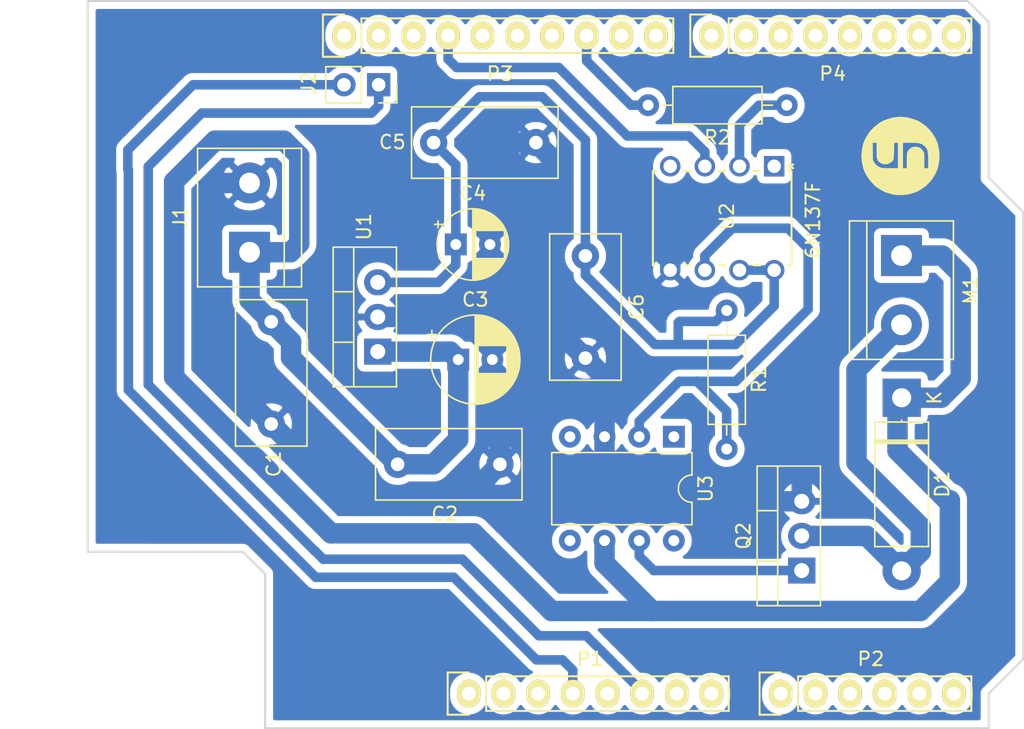
<source format=kicad_pcb>
(kicad_pcb (version 20171130) (host pcbnew "(5.1.2)-2")

  (general
    (thickness 1.6)
    (drawings 20)
    (tracks 165)
    (zones 0)
    (modules 21)
    (nets 46)
  )

  (page A4)
  (title_block
    (date "lun. 30 mars 2015")
  )

  (layers
    (0 F.Cu signal)
    (31 B.Cu signal)
    (32 B.Adhes user)
    (33 F.Adhes user)
    (34 B.Paste user)
    (35 F.Paste user)
    (36 B.SilkS user)
    (37 F.SilkS user)
    (38 B.Mask user)
    (39 F.Mask user)
    (40 Dwgs.User user)
    (41 Cmts.User user)
    (42 Eco1.User user)
    (43 Eco2.User user)
    (44 Edge.Cuts user)
    (45 Margin user)
    (46 B.CrtYd user)
    (47 F.CrtYd user)
    (48 B.Fab user)
    (49 F.Fab user)
  )

  (setup
    (last_trace_width 0.25)
    (user_trace_width 0.5)
    (user_trace_width 0.7)
    (user_trace_width 1)
    (user_trace_width 1.5)
    (user_trace_width 2)
    (trace_clearance 0.2)
    (zone_clearance 0.508)
    (zone_45_only no)
    (trace_min 0.2)
    (via_size 0.6)
    (via_drill 0.4)
    (via_min_size 0.4)
    (via_min_drill 0.3)
    (user_via 0.8 0.4)
    (uvia_size 0.3)
    (uvia_drill 0.1)
    (uvias_allowed no)
    (uvia_min_size 0.2)
    (uvia_min_drill 0.1)
    (edge_width 0.15)
    (segment_width 0.15)
    (pcb_text_width 0.3)
    (pcb_text_size 1.5 1.5)
    (mod_edge_width 0.15)
    (mod_text_size 1 1)
    (mod_text_width 0.15)
    (pad_size 4.064 4.064)
    (pad_drill 3.048)
    (pad_to_mask_clearance 0)
    (aux_axis_origin 110.998 126.365)
    (grid_origin 110.998 126.365)
    (visible_elements 7FFFFFFF)
    (pcbplotparams
      (layerselection 0x010fc_ffffffff)
      (usegerberextensions false)
      (usegerberattributes false)
      (usegerberadvancedattributes false)
      (creategerberjobfile false)
      (excludeedgelayer true)
      (linewidth 0.100000)
      (plotframeref false)
      (viasonmask false)
      (mode 1)
      (useauxorigin false)
      (hpglpennumber 1)
      (hpglpenspeed 20)
      (hpglpendiameter 15.000000)
      (psnegative false)
      (psa4output false)
      (plotreference true)
      (plotvalue true)
      (plotinvisibletext false)
      (padsonsilk false)
      (subtractmaskfromsilk false)
      (outputformat 1)
      (mirror false)
      (drillshape 0)
      (scaleselection 1)
      (outputdirectory "Gerber2/"))
  )

  (net 0 "")
  (net 1 /IOREF)
  (net 2 /Reset)
  (net 3 +5V)
  (net 4 /Vin)
  (net 5 /A0)
  (net 6 /A1)
  (net 7 /A2)
  (net 8 /A3)
  (net 9 /AREF)
  (net 10 "/A4(SDA)")
  (net 11 "/A5(SCL)")
  (net 12 "/9(**)")
  (net 13 /8)
  (net 14 /7)
  (net 15 "/6(**)")
  (net 16 "/5(**)")
  (net 17 /4)
  (net 18 "/3(**)")
  (net 19 /2)
  (net 20 "/1(Tx)")
  (net 21 "/0(Rx)")
  (net 22 "/13(SCK)")
  (net 23 "/10(**/SS)")
  (net 24 "Net-(P1-Pad1)")
  (net 25 +3V3)
  (net 26 "/12(MISO)")
  (net 27 "/11(**/MOSI)")
  (net 28 +12V)
  (net 29 "Net-(C4-Pad1)")
  (net 30 "Net-(Q2-Pad1)")
  (net 31 "Net-(R1-Pad2)")
  (net 32 "Net-(R2-Pad1)")
  (net 33 "Net-(U2-Pad4)")
  (net 34 "Net-(U2-Pad1)")
  (net 35 "Net-(U3-Pad8)")
  (net 36 "Net-(U3-Pad4)")
  (net 37 "Net-(U3-Pad5)")
  (net 38 "Net-(U3-Pad1)")
  (net 39 GNDPWR)
  (net 40 "Net-(J2-Pad1)")
  (net 41 "Net-(P1-Pad7)")
  (net 42 "Net-(P3-Pad4)")
  (net 43 "Net-(P2-Pad5)")
  (net 44 "Net-(P2-Pad6)")
  (net 45 "Net-(D1-Pad2)")

  (net_class Default "This is the default net class."
    (clearance 0.2)
    (trace_width 0.25)
    (via_dia 0.6)
    (via_drill 0.4)
    (uvia_dia 0.3)
    (uvia_drill 0.1)
    (add_net +12V)
    (add_net +3V3)
    (add_net +5V)
    (add_net "/0(Rx)")
    (add_net "/1(Tx)")
    (add_net "/10(**/SS)")
    (add_net "/11(**/MOSI)")
    (add_net "/12(MISO)")
    (add_net "/13(SCK)")
    (add_net /2)
    (add_net "/3(**)")
    (add_net /4)
    (add_net "/5(**)")
    (add_net "/6(**)")
    (add_net /7)
    (add_net /8)
    (add_net "/9(**)")
    (add_net /A0)
    (add_net /A1)
    (add_net /A2)
    (add_net /A3)
    (add_net "/A4(SDA)")
    (add_net "/A5(SCL)")
    (add_net /AREF)
    (add_net /IOREF)
    (add_net /Reset)
    (add_net /Vin)
    (add_net GNDPWR)
    (add_net "Net-(C4-Pad1)")
    (add_net "Net-(D1-Pad2)")
    (add_net "Net-(J2-Pad1)")
    (add_net "Net-(P1-Pad1)")
    (add_net "Net-(P1-Pad7)")
    (add_net "Net-(P2-Pad5)")
    (add_net "Net-(P2-Pad6)")
    (add_net "Net-(P3-Pad4)")
    (add_net "Net-(Q2-Pad1)")
    (add_net "Net-(R1-Pad2)")
    (add_net "Net-(R2-Pad1)")
    (add_net "Net-(U2-Pad1)")
    (add_net "Net-(U2-Pad4)")
    (add_net "Net-(U3-Pad1)")
    (add_net "Net-(U3-Pad4)")
    (add_net "Net-(U3-Pad5)")
    (add_net "Net-(U3-Pad8)")
  )

  (module Diode_THT:D_5W_P12.70mm_Horizontal (layer F.Cu) (tedit 5AE50CD5) (tstamp 5D1F7550)
    (at 170.6626 102.12324 270)
    (descr "Diode, 5W series, Axial, Horizontal, pin pitch=12.7mm, , length*diameter=8.9*3.7mm^2, , http://www.diodes.com/_files/packages/8686949.gif")
    (tags "Diode 5W series Axial Horizontal pin pitch 12.7mm  length 8.9mm diameter 3.7mm")
    (path /5D20204E)
    (fp_text reference D1 (at 6.35 -2.97 90) (layer F.SilkS)
      (effects (font (size 1 1) (thickness 0.15)))
    )
    (fp_text value D (at 6.35 2.97 90) (layer F.Fab)
      (effects (font (size 1 1) (thickness 0.15)))
    )
    (fp_text user K (at 0 -2.4 90) (layer F.SilkS)
      (effects (font (size 1 1) (thickness 0.15)))
    )
    (fp_text user K (at 0 -2.4 90) (layer F.Fab)
      (effects (font (size 1 1) (thickness 0.15)))
    )
    (fp_text user %R (at 7.0175 0 90) (layer F.Fab)
      (effects (font (size 1 1) (thickness 0.15)))
    )
    (fp_line (start 14.35 -2.1) (end -1.65 -2.1) (layer F.CrtYd) (width 0.05))
    (fp_line (start 14.35 2.1) (end 14.35 -2.1) (layer F.CrtYd) (width 0.05))
    (fp_line (start -1.65 2.1) (end 14.35 2.1) (layer F.CrtYd) (width 0.05))
    (fp_line (start -1.65 -2.1) (end -1.65 2.1) (layer F.CrtYd) (width 0.05))
    (fp_line (start 3.115 -1.97) (end 3.115 1.97) (layer F.SilkS) (width 0.12))
    (fp_line (start 3.355 -1.97) (end 3.355 1.97) (layer F.SilkS) (width 0.12))
    (fp_line (start 3.235 -1.97) (end 3.235 1.97) (layer F.SilkS) (width 0.12))
    (fp_line (start 11.06 0) (end 10.92 0) (layer F.SilkS) (width 0.12))
    (fp_line (start 1.64 0) (end 1.78 0) (layer F.SilkS) (width 0.12))
    (fp_line (start 10.92 -1.97) (end 1.78 -1.97) (layer F.SilkS) (width 0.12))
    (fp_line (start 10.92 1.97) (end 10.92 -1.97) (layer F.SilkS) (width 0.12))
    (fp_line (start 1.78 1.97) (end 10.92 1.97) (layer F.SilkS) (width 0.12))
    (fp_line (start 1.78 -1.97) (end 1.78 1.97) (layer F.SilkS) (width 0.12))
    (fp_line (start 3.135 -1.85) (end 3.135 1.85) (layer F.Fab) (width 0.1))
    (fp_line (start 3.335 -1.85) (end 3.335 1.85) (layer F.Fab) (width 0.1))
    (fp_line (start 3.235 -1.85) (end 3.235 1.85) (layer F.Fab) (width 0.1))
    (fp_line (start 12.7 0) (end 10.8 0) (layer F.Fab) (width 0.1))
    (fp_line (start 0 0) (end 1.9 0) (layer F.Fab) (width 0.1))
    (fp_line (start 10.8 -1.85) (end 1.9 -1.85) (layer F.Fab) (width 0.1))
    (fp_line (start 10.8 1.85) (end 10.8 -1.85) (layer F.Fab) (width 0.1))
    (fp_line (start 1.9 1.85) (end 10.8 1.85) (layer F.Fab) (width 0.1))
    (fp_line (start 1.9 -1.85) (end 1.9 1.85) (layer F.Fab) (width 0.1))
    (pad 2 thru_hole oval (at 12.7 0 270) (size 2.8 2.8) (drill 1.4) (layers *.Cu *.Mask)
      (net 45 "Net-(D1-Pad2)"))
    (pad 1 thru_hole rect (at 0 0 270) (size 2.8 2.8) (drill 1.4) (layers *.Cu *.Mask)
      (net 28 +12V))
    (model ${KISYS3DMOD}/Diode_THT.3dshapes/D_5W_P12.70mm_Horizontal.wrl
      (at (xyz 0 0 0))
      (scale (xyz 1 1 1))
      (rotate (xyz 0 0 0))
    )
  )

  (module Tesis2:LogoUNAL2 (layer F.Cu) (tedit 0) (tstamp 5D1D2E7B)
    (at 170.67784 84.46008)
    (fp_text reference G*** (at -1.64084 -1.87452) (layer F.SilkS) hide
      (effects (font (size 1.524 1.524) (thickness 0.3)))
    )
    (fp_text value LOGO (at -0.19304 -2.794) (layer F.SilkS) hide
      (effects (font (size 1.524 1.524) (thickness 0.3)))
    )
    (fp_poly (pts (xy -3.440854 -1.110827) (xy -3.438422 -1.086712) (xy -3.440854 -1.083734) (xy -3.452934 -1.086523)
      (xy -3.4544 -1.09728) (xy -3.446966 -1.114006) (xy -3.440854 -1.110827)) (layer F.SilkS) (width 0.01))
    (fp_poly (pts (xy 0.133679 -2.928501) (xy 0.379789 -2.895581) (xy 0.602815 -2.847702) (xy 0.818712 -2.781199)
      (xy 0.890743 -2.754683) (xy 0.973134 -2.723967) (xy 1.041916 -2.69971) (xy 1.087888 -2.685084)
      (xy 1.101037 -2.68224) (xy 1.128479 -2.67199) (xy 1.181361 -2.64466) (xy 1.251091 -2.605386)
      (xy 1.329076 -2.559303) (xy 1.406725 -2.511545) (xy 1.475444 -2.467247) (xy 1.526642 -2.431543)
      (xy 1.54432 -2.41734) (xy 1.592155 -2.379104) (xy 1.655536 -2.334017) (xy 1.68656 -2.313599)
      (xy 1.746246 -2.267739) (xy 1.823522 -2.197051) (xy 1.91169 -2.108886) (xy 2.00405 -2.010594)
      (xy 2.093902 -1.909527) (xy 2.174545 -1.813038) (xy 2.239282 -1.728476) (xy 2.281412 -1.663194)
      (xy 2.284254 -1.657752) (xy 2.316194 -1.598715) (xy 2.342346 -1.55769) (xy 2.355718 -1.54432)
      (xy 2.371844 -1.526752) (xy 2.399884 -1.479027) (xy 2.436395 -1.408617) (xy 2.477935 -1.322991)
      (xy 2.521062 -1.229621) (xy 2.562332 -1.135977) (xy 2.598305 -1.04953) (xy 2.625537 -0.97775)
      (xy 2.640585 -0.928109) (xy 2.641304 -0.92456) (xy 2.654355 -0.858094) (xy 2.672894 -0.767606)
      (xy 2.693694 -0.668766) (xy 2.702028 -0.62992) (xy 2.746093 -0.339935) (xy 2.758067 -0.03424)
      (xy 2.738523 0.278697) (xy 2.688037 0.590409) (xy 2.607183 0.892429) (xy 2.596506 0.92456)
      (xy 2.567349 0.999791) (xy 2.526194 1.092088) (xy 2.477874 1.19202) (xy 2.42722 1.290159)
      (xy 2.379065 1.377076) (xy 2.33824 1.44334) (xy 2.314699 1.474509) (xy 2.286049 1.512497)
      (xy 2.27584 1.538104) (xy 2.262084 1.5692) (xy 2.224258 1.622918) (xy 2.167526 1.693647)
      (xy 2.097051 1.775777) (xy 2.017996 1.863698) (xy 1.935524 1.9518) (xy 1.854799 2.034473)
      (xy 1.780984 2.106106) (xy 1.719241 2.161089) (xy 1.674736 2.193813) (xy 1.670004 2.196384)
      (xy 1.617607 2.22837) (xy 1.559816 2.271063) (xy 1.55135 2.278061) (xy 1.497135 2.318287)
      (xy 1.419182 2.369273) (xy 1.327572 2.425154) (xy 1.232383 2.480068) (xy 1.143694 2.528153)
      (xy 1.071587 2.563544) (xy 1.03632 2.577643) (xy 0.9849 2.594287) (xy 0.908223 2.619232)
      (xy 0.819648 2.648129) (xy 0.78232 2.66033) (xy 0.676257 2.692698) (xy 0.560174 2.724513)
      (xy 0.455857 2.749872) (xy 0.43688 2.753951) (xy 0.337253 2.76942) (xy 0.208621 2.78177)
      (xy 0.062525 2.790623) (xy -0.089494 2.7956) (xy -0.235894 2.796324) (xy -0.365133 2.792417)
      (xy -0.465568 2.783514) (xy -0.674898 2.744533) (xy -0.901885 2.684787) (xy -1.00584 2.652086)
      (xy -1.083666 2.627017) (xy -1.152574 2.605989) (xy -1.198005 2.59344) (xy -1.19888 2.593234)
      (xy -1.24132 2.576845) (xy -1.309286 2.543453) (xy -1.394121 2.498041) (xy -1.487173 2.445593)
      (xy -1.579787 2.39109) (xy -1.663308 2.339516) (xy -1.729082 2.295854) (xy -1.767928 2.265595)
      (xy -1.809373 2.231752) (xy -1.841646 2.215207) (xy -1.844695 2.21488) (xy -1.87506 2.199935)
      (xy -1.925966 2.158701) (xy -1.992509 2.096575) (xy -2.069785 2.018958) (xy -2.15289 1.931248)
      (xy -2.23692 1.838843) (xy -2.316972 1.747143) (xy -2.38814 1.661546) (xy -2.445523 1.587452)
      (xy -2.484215 1.530259) (xy -2.499312 1.495366) (xy -2.49936 1.494137) (xy -2.510696 1.464381)
      (xy -2.517746 1.459653) (xy -2.537368 1.438059) (xy -2.569694 1.387261) (xy -2.61065 1.315071)
      (xy -2.656162 1.229301) (xy -2.702154 1.13776) (xy -2.744554 1.048261) (xy -2.779286 0.968616)
      (xy -2.79503 0.928034) (xy -2.829128 0.81767) (xy -2.863501 0.678561) (xy -2.895877 0.522522)
      (xy -2.923989 0.361367) (xy -2.945567 0.206912) (xy -2.95767 0.08128) (xy -2.960487 -0.065911)
      (xy -2.952062 -0.237271) (xy -2.933927 -0.421629) (xy -2.907611 -0.607815) (xy -2.874644 -0.784657)
      (xy -2.836558 -0.940984) (xy -2.805857 -1.03632) (xy -2.137527 -1.03632) (xy -2.130484 -0.410385)
      (xy -2.12344 0.215551) (xy -2.055762 0.348853) (xy -1.954264 0.50833) (xy -1.827463 0.636177)
      (xy -1.67462 0.732976) (xy -1.494997 0.799303) (xy -1.4732 0.804854) (xy -1.412462 0.813921)
      (xy -1.312838 0.821186) (xy -1.176043 0.826579) (xy -1.003795 0.83003) (xy -0.82804 0.831391)
      (xy -0.28448 0.83312) (xy 0.08128 0.83312) (xy 0.36576 0.83312) (xy 0.36576 0.301505)
      (xy 0.366139 0.132945) (xy 0.367478 -0.000534) (xy 0.370081 -0.104484) (xy 0.37425 -0.184459)
      (xy 0.380289 -0.246012) (xy 0.3885 -0.294695) (xy 0.399188 -0.336062) (xy 0.400862 -0.341466)
      (xy 0.458812 -0.460885) (xy 0.55151 -0.569489) (xy 0.673331 -0.661127) (xy 0.71413 -0.684084)
      (xy 0.775784 -0.71342) (xy 0.83187 -0.730689) (xy 0.897374 -0.73893) (xy 0.987283 -0.741184)
      (xy 0.99568 -0.741197) (xy 1.099601 -0.738123) (xy 1.177481 -0.727246) (xy 1.243545 -0.706264)
      (xy 1.262327 -0.698052) (xy 1.3932 -0.617255) (xy 1.503927 -0.508023) (xy 1.580793 -0.38797)
      (xy 1.63576 -0.27432) (xy 1.642293 0.2794) (xy 1.648827 0.83312) (xy 1.9304 0.83312)
      (xy 1.9304 0.316747) (xy 1.928676 0.092134) (xy 1.922719 -0.096487) (xy 1.91135 -0.253649)
      (xy 1.893388 -0.383886) (xy 1.867654 -0.491731) (xy 1.832968 -0.581717) (xy 1.788151 -0.658377)
      (xy 1.732023 -0.726245) (xy 1.663405 -0.789854) (xy 1.636823 -0.811472) (xy 1.55905 -0.870817)
      (xy 1.487368 -0.918736) (xy 1.416217 -0.956439) (xy 1.340037 -0.985136) (xy 1.253267 -1.006036)
      (xy 1.150349 -1.020348) (xy 1.02572 -1.029283) (xy 0.873822 -1.034048) (xy 0.689095 -1.035855)
      (xy 0.60452 -1.03602) (xy 0.08128 -1.03632) (xy 0.08128 0.83312) (xy -0.28448 0.83312)
      (xy -0.28448 -1.03632) (xy -0.566093 -1.03632) (xy -0.573924 -0.47244) (xy -0.577028 -0.283809)
      (xy -0.581307 -0.130883) (xy -0.587886 -0.008729) (xy -0.597886 0.087587) (xy -0.612432 0.162999)
      (xy -0.632647 0.222441) (xy -0.659654 0.270848) (xy -0.694577 0.313152) (xy -0.738539 0.354288)
      (xy -0.767736 0.378827) (xy -0.911378 0.473203) (xy -1.063502 0.5288) (xy -1.220204 0.545546)
      (xy -1.377582 0.52337) (xy -1.531732 0.4622) (xy -1.637376 0.394836) (xy -1.69732 0.347461)
      (xy -1.737456 0.305527) (xy -1.766713 0.255988) (xy -1.794023 0.185796) (xy -1.807102 0.146893)
      (xy -1.820056 0.104451) (xy -1.830059 0.061499) (xy -1.837486 0.012188) (xy -1.842713 -0.049332)
      (xy -1.846114 -0.128912) (xy -1.848065 -0.232402) (xy -1.848941 -0.365651) (xy -1.84912 -0.508427)
      (xy -1.84912 -1.03632) (xy -2.137527 -1.03632) (xy -2.805857 -1.03632) (xy -2.80363 -1.043235)
      (xy -2.762687 -1.143659) (xy -2.712325 -1.253829) (xy -2.658197 -1.36251) (xy -2.605953 -1.458472)
      (xy -2.561244 -1.530481) (xy -2.552085 -1.543188) (xy -2.519415 -1.591644) (xy -2.500918 -1.628947)
      (xy -2.49936 -1.636678) (xy -2.487745 -1.662074) (xy -2.457644 -1.709321) (xy -2.416176 -1.768709)
      (xy -2.370461 -1.830529) (xy -2.327616 -1.885071) (xy -2.294761 -1.922625) (xy -2.281724 -1.933519)
      (xy -2.261969 -1.951124) (xy -2.222855 -1.992167) (xy -2.171403 -2.04917) (xy -2.147658 -2.076241)
      (xy -2.073548 -2.153477) (xy -1.987634 -2.231249) (xy -1.907157 -2.294067) (xy -1.898839 -2.299761)
      (xy -1.836918 -2.343009) (xy -1.790803 -2.378386) (xy -1.768746 -2.399476) (xy -1.767942 -2.401544)
      (xy -1.75139 -2.417743) (xy -1.707162 -2.448698) (xy -1.643241 -2.489667) (xy -1.567608 -2.53591)
      (xy -1.488246 -2.582687) (xy -1.413138 -2.625258) (xy -1.350266 -2.658881) (xy -1.307612 -2.678817)
      (xy -1.295268 -2.682241) (xy -1.263211 -2.689642) (xy -1.205139 -2.709256) (xy -1.132351 -2.737195)
      (xy -1.115371 -2.74412) (xy -0.8577 -2.832586) (xy -0.580629 -2.895675) (xy -0.296624 -2.931546)
      (xy -0.018148 -2.938359) (xy 0.133679 -2.928501)) (layer F.SilkS) (width 0.01))
  )

  (module Connector_PinSocket_2.54mm:PinSocket_1x02_P2.54mm_Vertical (layer F.Cu) (tedit 5A19A420) (tstamp 5D1BB920)
    (at 132.32892 79.16672 270)
    (descr "Through hole straight socket strip, 1x02, 2.54mm pitch, single row (from Kicad 4.0.7), script generated")
    (tags "Through hole socket strip THT 1x02 2.54mm single row")
    (path /5D1CB5BF)
    (fp_text reference J2 (at -0.11684 5.1308 90) (layer F.SilkS)
      (effects (font (size 1 1) (thickness 0.15)))
    )
    (fp_text value ASensor2 (at 0 5.31 90) (layer F.Fab)
      (effects (font (size 1 1) (thickness 0.15)))
    )
    (fp_text user %R (at 0 1.27) (layer F.Fab)
      (effects (font (size 1 1) (thickness 0.15)))
    )
    (fp_line (start -1.8 4.3) (end -1.8 -1.8) (layer F.CrtYd) (width 0.05))
    (fp_line (start 1.75 4.3) (end -1.8 4.3) (layer F.CrtYd) (width 0.05))
    (fp_line (start 1.75 -1.8) (end 1.75 4.3) (layer F.CrtYd) (width 0.05))
    (fp_line (start -1.8 -1.8) (end 1.75 -1.8) (layer F.CrtYd) (width 0.05))
    (fp_line (start 0 -1.33) (end 1.33 -1.33) (layer F.SilkS) (width 0.12))
    (fp_line (start 1.33 -1.33) (end 1.33 0) (layer F.SilkS) (width 0.12))
    (fp_line (start 1.33 1.27) (end 1.33 3.87) (layer F.SilkS) (width 0.12))
    (fp_line (start -1.33 3.87) (end 1.33 3.87) (layer F.SilkS) (width 0.12))
    (fp_line (start -1.33 1.27) (end -1.33 3.87) (layer F.SilkS) (width 0.12))
    (fp_line (start -1.33 1.27) (end 1.33 1.27) (layer F.SilkS) (width 0.12))
    (fp_line (start -1.27 3.81) (end -1.27 -1.27) (layer F.Fab) (width 0.1))
    (fp_line (start 1.27 3.81) (end -1.27 3.81) (layer F.Fab) (width 0.1))
    (fp_line (start 1.27 -0.635) (end 1.27 3.81) (layer F.Fab) (width 0.1))
    (fp_line (start 0.635 -1.27) (end 1.27 -0.635) (layer F.Fab) (width 0.1))
    (fp_line (start -1.27 -1.27) (end 0.635 -1.27) (layer F.Fab) (width 0.1))
    (pad 2 thru_hole oval (at 0 2.54 270) (size 1.7 1.7) (drill 1) (layers *.Cu *.Mask)
      (net 25 +3V3))
    (pad 1 thru_hole rect (at 0 0 270) (size 1.7 1.7) (drill 1) (layers *.Cu *.Mask)
      (net 40 "Net-(J2-Pad1)"))
    (model ${KISYS3DMOD}/Connector_PinSocket_2.54mm.3dshapes/PinSocket_1x02_P2.54mm_Vertical.wrl
      (at (xyz 0 0 0))
      (scale (xyz 1 1 1))
      (rotate (xyz 0 0 0))
    )
  )

  (module Package_DIP:DIP-8_W7.62mm (layer F.Cu) (tedit 5A02E8C5) (tstamp 5D1C600C)
    (at 153.96464 104.98328 270)
    (descr "8-lead though-hole mounted DIP package, row spacing 7.62 mm (300 mils)")
    (tags "THT DIP DIL PDIP 2.54mm 7.62mm 300mil")
    (path /5D1BF2B0)
    (fp_text reference U3 (at 3.81 -2.33 90) (layer F.SilkS)
      (effects (font (size 1 1) (thickness 0.15)))
    )
    (fp_text value MC33152 (at 3.81 9.95 90) (layer F.Fab)
      (effects (font (size 1 1) (thickness 0.15)))
    )
    (fp_arc (start 3.81 -1.33) (end 2.81 -1.33) (angle -180) (layer F.SilkS) (width 0.12))
    (fp_line (start 1.635 -1.27) (end 6.985 -1.27) (layer F.Fab) (width 0.1))
    (fp_line (start 6.985 -1.27) (end 6.985 8.89) (layer F.Fab) (width 0.1))
    (fp_line (start 6.985 8.89) (end 0.635 8.89) (layer F.Fab) (width 0.1))
    (fp_line (start 0.635 8.89) (end 0.635 -0.27) (layer F.Fab) (width 0.1))
    (fp_line (start 0.635 -0.27) (end 1.635 -1.27) (layer F.Fab) (width 0.1))
    (fp_line (start 2.81 -1.33) (end 1.16 -1.33) (layer F.SilkS) (width 0.12))
    (fp_line (start 1.16 -1.33) (end 1.16 8.95) (layer F.SilkS) (width 0.12))
    (fp_line (start 1.16 8.95) (end 6.46 8.95) (layer F.SilkS) (width 0.12))
    (fp_line (start 6.46 8.95) (end 6.46 -1.33) (layer F.SilkS) (width 0.12))
    (fp_line (start 6.46 -1.33) (end 4.81 -1.33) (layer F.SilkS) (width 0.12))
    (fp_line (start -1.1 -1.55) (end -1.1 9.15) (layer F.CrtYd) (width 0.05))
    (fp_line (start -1.1 9.15) (end 8.7 9.15) (layer F.CrtYd) (width 0.05))
    (fp_line (start 8.7 9.15) (end 8.7 -1.55) (layer F.CrtYd) (width 0.05))
    (fp_line (start 8.7 -1.55) (end -1.1 -1.55) (layer F.CrtYd) (width 0.05))
    (fp_text user %R (at 3.81 3.81 90) (layer F.Fab)
      (effects (font (size 1 1) (thickness 0.15)))
    )
    (pad 1 thru_hole rect (at 0 0 270) (size 1.6 1.6) (drill 0.8) (layers *.Cu *.Mask)
      (net 38 "Net-(U3-Pad1)"))
    (pad 5 thru_hole oval (at 7.62 7.62 270) (size 1.6 1.6) (drill 0.8) (layers *.Cu *.Mask)
      (net 37 "Net-(U3-Pad5)"))
    (pad 2 thru_hole oval (at 0 2.54 270) (size 1.6 1.6) (drill 0.8) (layers *.Cu *.Mask)
      (net 31 "Net-(R1-Pad2)"))
    (pad 6 thru_hole oval (at 7.62 5.08 270) (size 1.6 1.6) (drill 0.8) (layers *.Cu *.Mask)
      (net 28 +12V))
    (pad 3 thru_hole oval (at 0 5.08 270) (size 1.6 1.6) (drill 0.8) (layers *.Cu *.Mask)
      (net 39 GNDPWR))
    (pad 7 thru_hole oval (at 7.62 2.54 270) (size 1.6 1.6) (drill 0.8) (layers *.Cu *.Mask)
      (net 30 "Net-(Q2-Pad1)"))
    (pad 4 thru_hole oval (at 0 7.62 270) (size 1.6 1.6) (drill 0.8) (layers *.Cu *.Mask)
      (net 36 "Net-(U3-Pad4)"))
    (pad 8 thru_hole oval (at 7.62 0 270) (size 1.6 1.6) (drill 0.8) (layers *.Cu *.Mask)
      (net 35 "Net-(U3-Pad8)"))
    (model ${KISYS3DMOD}/Package_DIP.3dshapes/DIP-8_W7.62mm.wrl
      (at (xyz 0 0 0))
      (scale (xyz 1 1 1))
      (rotate (xyz 0 0 0))
    )
  )

  (module 6N137:6N137F (layer F.Cu) (tedit 0) (tstamp 5D1C62AC)
    (at 153.69794 92.76588 270)
    (path /5D1AEFDB)
    (fp_text reference U2 (at -3.94208 -4.15798 90) (layer F.SilkS)
      (effects (font (size 1 1) (thickness 0.15)))
    )
    (fp_text value 6N137F (at -3.67792 -10.46226 90) (layer F.SilkS)
      (effects (font (size 1 1) (thickness 0.15)))
    )
    (fp_text user "Copyright 2016 Accelerated Designs. All rights reserved." (at 0 0 90) (layer Cmts.User)
      (effects (font (size 0.127 0.127) (thickness 0.002)))
    )
    (fp_text user * (at -7.62 -9.1313 90) (layer F.SilkS)
      (effects (font (size 1 1) (thickness 0.15)))
    )
    (fp_text user * (at -6.8834 -7.62 90) (layer F.Fab)
      (effects (font (size 1 1) (thickness 0.15)))
    )
    (fp_line (start -7.1374 -7.1247) (end -7.1374 -8.1153) (layer F.Fab) (width 0.1524))
    (fp_line (start -7.1374 -8.1153) (end -8.1153 -8.1153) (layer F.Fab) (width 0.1524))
    (fp_line (start -8.1153 -8.1153) (end -8.1153 -7.1247) (layer F.Fab) (width 0.1524))
    (fp_line (start -8.1153 -7.1247) (end -7.1374 -7.1247) (layer F.Fab) (width 0.1524))
    (fp_line (start -7.1374 -4.5847) (end -7.1374 -5.5753) (layer F.Fab) (width 0.1524))
    (fp_line (start -7.1374 -5.5753) (end -8.1153 -5.5753) (layer F.Fab) (width 0.1524))
    (fp_line (start -8.1153 -5.5753) (end -8.1153 -4.5847) (layer F.Fab) (width 0.1524))
    (fp_line (start -8.1153 -4.5847) (end -7.1374 -4.5847) (layer F.Fab) (width 0.1524))
    (fp_line (start -7.1374 -2.0447) (end -7.1374 -3.0353) (layer F.Fab) (width 0.1524))
    (fp_line (start -7.1374 -3.0353) (end -8.1153 -3.0353) (layer F.Fab) (width 0.1524))
    (fp_line (start -8.1153 -3.0353) (end -8.1153 -2.0447) (layer F.Fab) (width 0.1524))
    (fp_line (start -8.1153 -2.0447) (end -7.1374 -2.0447) (layer F.Fab) (width 0.1524))
    (fp_line (start -7.1374 0.4953) (end -7.1374 -0.4953) (layer F.Fab) (width 0.1524))
    (fp_line (start -7.1374 -0.4953) (end -8.1153 -0.4953) (layer F.Fab) (width 0.1524))
    (fp_line (start -8.1153 -0.4953) (end -8.1153 0.4953) (layer F.Fab) (width 0.1524))
    (fp_line (start -8.1153 0.4953) (end -7.1374 0.4953) (layer F.Fab) (width 0.1524))
    (fp_line (start -0.4826 -0.4953) (end -0.4826 0.4953) (layer F.Fab) (width 0.1524))
    (fp_line (start -0.4826 0.4953) (end 0.4953 0.4953) (layer F.Fab) (width 0.1524))
    (fp_line (start 0.4953 0.4953) (end 0.4953 -0.4953) (layer F.Fab) (width 0.1524))
    (fp_line (start 0.4953 -0.4953) (end -0.4826 -0.4953) (layer F.Fab) (width 0.1524))
    (fp_line (start -0.4826 -3.0353) (end -0.4826 -2.0447) (layer F.Fab) (width 0.1524))
    (fp_line (start -0.4826 -2.0447) (end 0.4953 -2.0447) (layer F.Fab) (width 0.1524))
    (fp_line (start 0.4953 -2.0447) (end 0.4953 -3.0353) (layer F.Fab) (width 0.1524))
    (fp_line (start 0.4953 -3.0353) (end -0.4826 -3.0353) (layer F.Fab) (width 0.1524))
    (fp_line (start -0.4826 -5.5753) (end -0.4826 -4.5847) (layer F.Fab) (width 0.1524))
    (fp_line (start -0.4826 -4.5847) (end 0.4953 -4.5847) (layer F.Fab) (width 0.1524))
    (fp_line (start 0.4953 -4.5847) (end 0.4953 -5.5753) (layer F.Fab) (width 0.1524))
    (fp_line (start 0.4953 -5.5753) (end -0.4826 -5.5753) (layer F.Fab) (width 0.1524))
    (fp_line (start -0.4826 -8.1153) (end -0.4826 -7.1247) (layer F.Fab) (width 0.1524))
    (fp_line (start -0.4826 -7.1247) (end 0.4953 -7.1247) (layer F.Fab) (width 0.1524))
    (fp_line (start 0.4953 -7.1247) (end 0.4953 -8.1153) (layer F.Fab) (width 0.1524))
    (fp_line (start 0.4953 -8.1153) (end -0.4826 -8.1153) (layer F.Fab) (width 0.1524))
    (fp_line (start -7.2644 1.27) (end -0.3556 1.27) (layer F.SilkS) (width 0.1524))
    (fp_line (start -0.3556 1.27) (end -0.3556 1.021939) (layer F.SilkS) (width 0.1524))
    (fp_line (start -0.3556 -8.89) (end -7.2644 -8.89) (layer F.SilkS) (width 0.1524))
    (fp_line (start -7.2644 -8.89) (end -7.2644 -8.70204) (layer F.SilkS) (width 0.1524))
    (fp_line (start -7.1374 1.143) (end -0.4826 1.143) (layer F.Fab) (width 0.1524))
    (fp_line (start -0.4826 1.143) (end -0.4826 -8.763) (layer F.Fab) (width 0.1524))
    (fp_line (start -0.4826 -8.763) (end -7.1374 -8.763) (layer F.Fab) (width 0.1524))
    (fp_line (start -7.1374 -8.763) (end -7.1374 1.143) (layer F.Fab) (width 0.1524))
    (fp_line (start -7.2644 -6.53796) (end -7.2644 -6.101939) (layer F.SilkS) (width 0.1524))
    (fp_line (start -7.2644 -4.058061) (end -7.2644 -3.561939) (layer F.SilkS) (width 0.1524))
    (fp_line (start -7.2644 -1.518061) (end -7.2644 -1.021939) (layer F.SilkS) (width 0.1524))
    (fp_line (start -7.2644 1.021939) (end -7.2644 1.27) (layer F.SilkS) (width 0.1524))
    (fp_line (start -0.3556 -1.021939) (end -0.3556 -1.518061) (layer F.SilkS) (width 0.1524))
    (fp_line (start -0.3556 -3.561939) (end -0.3556 -4.058061) (layer F.SilkS) (width 0.1524))
    (fp_line (start -0.3556 -6.101939) (end -0.3556 -6.598061) (layer F.SilkS) (width 0.1524))
    (fp_line (start -0.3556 -8.641939) (end -0.3556 -8.89) (layer F.SilkS) (width 0.1524))
    (fp_line (start 1.0033 1.016) (end 1.0033 -8.636) (layer F.CrtYd) (width 0.1524))
    (fp_line (start 1.0033 -8.636) (end -0.2286 -8.636) (layer F.CrtYd) (width 0.1524))
    (fp_line (start -0.2286 -8.636) (end -0.2286 -9.017) (layer F.CrtYd) (width 0.1524))
    (fp_line (start -0.2286 -9.017) (end -7.3914 -9.017) (layer F.CrtYd) (width 0.1524))
    (fp_line (start -7.3914 -9.017) (end -7.3914 -8.636) (layer F.CrtYd) (width 0.1524))
    (fp_line (start -7.3914 -8.636) (end -8.6233 -8.636) (layer F.CrtYd) (width 0.1524))
    (fp_line (start -8.6233 -8.636) (end -8.6233 1.016) (layer F.CrtYd) (width 0.1524))
    (fp_line (start -8.6233 1.016) (end -7.3914 1.016) (layer F.CrtYd) (width 0.1524))
    (fp_line (start -7.3914 1.016) (end -7.3914 1.397) (layer F.CrtYd) (width 0.1524))
    (fp_line (start -7.3914 1.397) (end -0.2286 1.397) (layer F.CrtYd) (width 0.1524))
    (fp_line (start -0.2286 1.397) (end -0.2286 1.016) (layer F.CrtYd) (width 0.1524))
    (fp_line (start -0.2286 1.016) (end 1.0033 1.016) (layer F.CrtYd) (width 0.1524))
    (fp_arc (start -3.81 -8.763) (end -3.5052 -8.763) (angle 180) (layer F.Fab) (width 0.1524))
    (pad 1 thru_hole rect (at -7.62 -7.62 270) (size 1.4986 1.4986) (drill 0.9906) (layers *.Cu *.Mask)
      (net 34 "Net-(U2-Pad1)"))
    (pad 2 thru_hole circle (at -7.62 -5.08 270) (size 1.4986 1.4986) (drill 0.9906) (layers *.Cu *.Mask)
      (net 32 "Net-(R2-Pad1)"))
    (pad 3 thru_hole circle (at -7.62 -2.54 270) (size 1.4986 1.4986) (drill 0.9906) (layers *.Cu *.Mask)
      (net 42 "Net-(P3-Pad4)"))
    (pad 4 thru_hole circle (at -7.62 0 270) (size 1.4986 1.4986) (drill 0.9906) (layers *.Cu *.Mask)
      (net 33 "Net-(U2-Pad4)"))
    (pad 5 thru_hole circle (at 0 0 270) (size 1.4986 1.4986) (drill 0.9906) (layers *.Cu *.Mask)
      (net 39 GNDPWR))
    (pad 6 thru_hole circle (at 0 -2.54 270) (size 1.4986 1.4986) (drill 0.9906) (layers *.Cu *.Mask)
      (net 31 "Net-(R1-Pad2)"))
    (pad 7 thru_hole circle (at 0 -5.08 270) (size 1.4986 1.4986) (drill 0.9906) (layers *.Cu *.Mask)
      (net 29 "Net-(C4-Pad1)"))
    (pad 8 thru_hole circle (at 0 -7.62 270) (size 1.4986 1.4986) (drill 0.9906) (layers *.Cu *.Mask)
      (net 29 "Net-(C4-Pad1)"))
  )

  (module Package_TO_SOT_THT:TO-220-3_Vertical (layer F.Cu) (tedit 5AC8BA0D) (tstamp 5D1C635B)
    (at 132.26288 98.73996 90)
    (descr "TO-220-3, Vertical, RM 2.54mm, see https://www.vishay.com/docs/66542/to-220-1.pdf")
    (tags "TO-220-3 Vertical RM 2.54mm")
    (path /5D1B5482)
    (fp_text reference U1 (at 9.15924 -1.01092 90) (layer F.SilkS)
      (effects (font (size 1 1) (thickness 0.15)))
    )
    (fp_text value L7805 (at 2.54 2.5 90) (layer F.Fab)
      (effects (font (size 1 1) (thickness 0.15)))
    )
    (fp_line (start -2.46 -3.15) (end -2.46 1.25) (layer F.Fab) (width 0.1))
    (fp_line (start -2.46 1.25) (end 7.54 1.25) (layer F.Fab) (width 0.1))
    (fp_line (start 7.54 1.25) (end 7.54 -3.15) (layer F.Fab) (width 0.1))
    (fp_line (start 7.54 -3.15) (end -2.46 -3.15) (layer F.Fab) (width 0.1))
    (fp_line (start -2.46 -1.88) (end 7.54 -1.88) (layer F.Fab) (width 0.1))
    (fp_line (start 0.69 -3.15) (end 0.69 -1.88) (layer F.Fab) (width 0.1))
    (fp_line (start 4.39 -3.15) (end 4.39 -1.88) (layer F.Fab) (width 0.1))
    (fp_line (start -2.58 -3.27) (end 7.66 -3.27) (layer F.SilkS) (width 0.12))
    (fp_line (start -2.58 1.371) (end 7.66 1.371) (layer F.SilkS) (width 0.12))
    (fp_line (start -2.58 -3.27) (end -2.58 1.371) (layer F.SilkS) (width 0.12))
    (fp_line (start 7.66 -3.27) (end 7.66 1.371) (layer F.SilkS) (width 0.12))
    (fp_line (start -2.58 -1.76) (end 7.66 -1.76) (layer F.SilkS) (width 0.12))
    (fp_line (start 0.69 -3.27) (end 0.69 -1.76) (layer F.SilkS) (width 0.12))
    (fp_line (start 4.391 -3.27) (end 4.391 -1.76) (layer F.SilkS) (width 0.12))
    (fp_line (start -2.71 -3.4) (end -2.71 1.51) (layer F.CrtYd) (width 0.05))
    (fp_line (start -2.71 1.51) (end 7.79 1.51) (layer F.CrtYd) (width 0.05))
    (fp_line (start 7.79 1.51) (end 7.79 -3.4) (layer F.CrtYd) (width 0.05))
    (fp_line (start 7.79 -3.4) (end -2.71 -3.4) (layer F.CrtYd) (width 0.05))
    (fp_text user %R (at 2.54 -4.27 90) (layer F.Fab)
      (effects (font (size 1 1) (thickness 0.15)))
    )
    (pad 1 thru_hole rect (at 0 0 90) (size 1.905 2) (drill 1.1) (layers *.Cu *.Mask)
      (net 28 +12V))
    (pad 2 thru_hole oval (at 2.54 0 90) (size 1.905 2) (drill 1.1) (layers *.Cu *.Mask)
      (net 39 GNDPWR))
    (pad 3 thru_hole oval (at 5.08 0 90) (size 1.905 2) (drill 1.1) (layers *.Cu *.Mask)
      (net 29 "Net-(C4-Pad1)"))
    (model ${KISYS3DMOD}/Package_TO_SOT_THT.3dshapes/TO-220-3_Vertical.wrl
      (at (xyz 0 0 0))
      (scale (xyz 1 1 1))
      (rotate (xyz 0 0 0))
    )
  )

  (module Resistor_THT:R_Axial_DIN0207_L6.3mm_D2.5mm_P10.16mm_Horizontal (layer F.Cu) (tedit 5AE5139B) (tstamp 5D1C69A2)
    (at 162.23996 80.66532 180)
    (descr "Resistor, Axial_DIN0207 series, Axial, Horizontal, pin pitch=10.16mm, 0.25W = 1/4W, length*diameter=6.3*2.5mm^2, http://cdn-reichelt.de/documents/datenblatt/B400/1_4W%23YAG.pdf")
    (tags "Resistor Axial_DIN0207 series Axial Horizontal pin pitch 10.16mm 0.25W = 1/4W length 6.3mm diameter 2.5mm")
    (path /5D1AF8F1)
    (fp_text reference R2 (at 5.08 -2.37) (layer F.SilkS)
      (effects (font (size 1 1) (thickness 0.15)))
    )
    (fp_text value 220 (at 5.08 2.37) (layer F.Fab)
      (effects (font (size 1 1) (thickness 0.15)))
    )
    (fp_line (start 1.93 -1.25) (end 1.93 1.25) (layer F.Fab) (width 0.1))
    (fp_line (start 1.93 1.25) (end 8.23 1.25) (layer F.Fab) (width 0.1))
    (fp_line (start 8.23 1.25) (end 8.23 -1.25) (layer F.Fab) (width 0.1))
    (fp_line (start 8.23 -1.25) (end 1.93 -1.25) (layer F.Fab) (width 0.1))
    (fp_line (start 0 0) (end 1.93 0) (layer F.Fab) (width 0.1))
    (fp_line (start 10.16 0) (end 8.23 0) (layer F.Fab) (width 0.1))
    (fp_line (start 1.81 -1.37) (end 1.81 1.37) (layer F.SilkS) (width 0.12))
    (fp_line (start 1.81 1.37) (end 8.35 1.37) (layer F.SilkS) (width 0.12))
    (fp_line (start 8.35 1.37) (end 8.35 -1.37) (layer F.SilkS) (width 0.12))
    (fp_line (start 8.35 -1.37) (end 1.81 -1.37) (layer F.SilkS) (width 0.12))
    (fp_line (start 1.04 0) (end 1.81 0) (layer F.SilkS) (width 0.12))
    (fp_line (start 9.12 0) (end 8.35 0) (layer F.SilkS) (width 0.12))
    (fp_line (start -1.05 -1.5) (end -1.05 1.5) (layer F.CrtYd) (width 0.05))
    (fp_line (start -1.05 1.5) (end 11.21 1.5) (layer F.CrtYd) (width 0.05))
    (fp_line (start 11.21 1.5) (end 11.21 -1.5) (layer F.CrtYd) (width 0.05))
    (fp_line (start 11.21 -1.5) (end -1.05 -1.5) (layer F.CrtYd) (width 0.05))
    (fp_text user %R (at 5.08 0) (layer F.Fab)
      (effects (font (size 1 1) (thickness 0.15)))
    )
    (pad 1 thru_hole circle (at 0 0 180) (size 1.6 1.6) (drill 0.8) (layers *.Cu *.Mask)
      (net 32 "Net-(R2-Pad1)"))
    (pad 2 thru_hole oval (at 10.16 0 180) (size 1.6 1.6) (drill 0.8) (layers *.Cu *.Mask)
      (net 23 "/10(**/SS)"))
    (model ${KISYS3DMOD}/Resistor_THT.3dshapes/R_Axial_DIN0207_L6.3mm_D2.5mm_P10.16mm_Horizontal.wrl
      (at (xyz 0 0 0))
      (scale (xyz 1 1 1))
      (rotate (xyz 0 0 0))
    )
  )

  (module Resistor_THT:R_Axial_DIN0207_L6.3mm_D2.5mm_P10.16mm_Horizontal (layer F.Cu) (tedit 5AE5139B) (tstamp 5D1C6451)
    (at 157.83814 95.72498 270)
    (descr "Resistor, Axial_DIN0207 series, Axial, Horizontal, pin pitch=10.16mm, 0.25W = 1/4W, length*diameter=6.3*2.5mm^2, http://cdn-reichelt.de/documents/datenblatt/B400/1_4W%23YAG.pdf")
    (tags "Resistor Axial_DIN0207 series Axial Horizontal pin pitch 10.16mm 0.25W = 1/4W length 6.3mm diameter 2.5mm")
    (path /5D1B0326)
    (fp_text reference R1 (at 5.08 -2.37 90) (layer F.SilkS)
      (effects (font (size 1 1) (thickness 0.15)))
    )
    (fp_text value 220 (at 5.08 2.37 90) (layer F.Fab)
      (effects (font (size 1 1) (thickness 0.15)))
    )
    (fp_line (start 1.93 -1.25) (end 1.93 1.25) (layer F.Fab) (width 0.1))
    (fp_line (start 1.93 1.25) (end 8.23 1.25) (layer F.Fab) (width 0.1))
    (fp_line (start 8.23 1.25) (end 8.23 -1.25) (layer F.Fab) (width 0.1))
    (fp_line (start 8.23 -1.25) (end 1.93 -1.25) (layer F.Fab) (width 0.1))
    (fp_line (start 0 0) (end 1.93 0) (layer F.Fab) (width 0.1))
    (fp_line (start 10.16 0) (end 8.23 0) (layer F.Fab) (width 0.1))
    (fp_line (start 1.81 -1.37) (end 1.81 1.37) (layer F.SilkS) (width 0.12))
    (fp_line (start 1.81 1.37) (end 8.35 1.37) (layer F.SilkS) (width 0.12))
    (fp_line (start 8.35 1.37) (end 8.35 -1.37) (layer F.SilkS) (width 0.12))
    (fp_line (start 8.35 -1.37) (end 1.81 -1.37) (layer F.SilkS) (width 0.12))
    (fp_line (start 1.04 0) (end 1.81 0) (layer F.SilkS) (width 0.12))
    (fp_line (start 9.12 0) (end 8.35 0) (layer F.SilkS) (width 0.12))
    (fp_line (start -1.05 -1.5) (end -1.05 1.5) (layer F.CrtYd) (width 0.05))
    (fp_line (start -1.05 1.5) (end 11.21 1.5) (layer F.CrtYd) (width 0.05))
    (fp_line (start 11.21 1.5) (end 11.21 -1.5) (layer F.CrtYd) (width 0.05))
    (fp_line (start 11.21 -1.5) (end -1.05 -1.5) (layer F.CrtYd) (width 0.05))
    (fp_text user %R (at 5.08 0 90) (layer F.Fab)
      (effects (font (size 1 1) (thickness 0.15)))
    )
    (pad 1 thru_hole circle (at 0 0 270) (size 1.6 1.6) (drill 0.8) (layers *.Cu *.Mask)
      (net 29 "Net-(C4-Pad1)"))
    (pad 2 thru_hole oval (at 10.16 0 270) (size 1.6 1.6) (drill 0.8) (layers *.Cu *.Mask)
      (net 31 "Net-(R1-Pad2)"))
    (model ${KISYS3DMOD}/Resistor_THT.3dshapes/R_Axial_DIN0207_L6.3mm_D2.5mm_P10.16mm_Horizontal.wrl
      (at (xyz 0 0 0))
      (scale (xyz 1 1 1))
      (rotate (xyz 0 0 0))
    )
  )

  (module Package_TO_SOT_THT:TO-220-3_Vertical (layer F.Cu) (tedit 5AC8BA0D) (tstamp 5D1C61E4)
    (at 163.33724 114.79784 90)
    (descr "TO-220-3, Vertical, RM 2.54mm, see https://www.vishay.com/docs/66542/to-220-1.pdf")
    (tags "TO-220-3 Vertical RM 2.54mm")
    (path /5D1C3A93)
    (fp_text reference Q2 (at 2.54 -4.27 90) (layer F.SilkS)
      (effects (font (size 1 1) (thickness 0.15)))
    )
    (fp_text value IRF630 (at 2.54 2.5 90) (layer F.Fab)
      (effects (font (size 1 1) (thickness 0.15)))
    )
    (fp_line (start -2.46 -3.15) (end -2.46 1.25) (layer F.Fab) (width 0.1))
    (fp_line (start -2.46 1.25) (end 7.54 1.25) (layer F.Fab) (width 0.1))
    (fp_line (start 7.54 1.25) (end 7.54 -3.15) (layer F.Fab) (width 0.1))
    (fp_line (start 7.54 -3.15) (end -2.46 -3.15) (layer F.Fab) (width 0.1))
    (fp_line (start -2.46 -1.88) (end 7.54 -1.88) (layer F.Fab) (width 0.1))
    (fp_line (start 0.69 -3.15) (end 0.69 -1.88) (layer F.Fab) (width 0.1))
    (fp_line (start 4.39 -3.15) (end 4.39 -1.88) (layer F.Fab) (width 0.1))
    (fp_line (start -2.58 -3.27) (end 7.66 -3.27) (layer F.SilkS) (width 0.12))
    (fp_line (start -2.58 1.371) (end 7.66 1.371) (layer F.SilkS) (width 0.12))
    (fp_line (start -2.58 -3.27) (end -2.58 1.371) (layer F.SilkS) (width 0.12))
    (fp_line (start 7.66 -3.27) (end 7.66 1.371) (layer F.SilkS) (width 0.12))
    (fp_line (start -2.58 -1.76) (end 7.66 -1.76) (layer F.SilkS) (width 0.12))
    (fp_line (start 0.69 -3.27) (end 0.69 -1.76) (layer F.SilkS) (width 0.12))
    (fp_line (start 4.391 -3.27) (end 4.391 -1.76) (layer F.SilkS) (width 0.12))
    (fp_line (start -2.71 -3.4) (end -2.71 1.51) (layer F.CrtYd) (width 0.05))
    (fp_line (start -2.71 1.51) (end 7.79 1.51) (layer F.CrtYd) (width 0.05))
    (fp_line (start 7.79 1.51) (end 7.79 -3.4) (layer F.CrtYd) (width 0.05))
    (fp_line (start 7.79 -3.4) (end -2.71 -3.4) (layer F.CrtYd) (width 0.05))
    (fp_text user %R (at 2.54 -4.27 90) (layer F.Fab)
      (effects (font (size 1 1) (thickness 0.15)))
    )
    (pad 1 thru_hole rect (at 0 0 90) (size 1.905 2) (drill 1.1) (layers *.Cu *.Mask)
      (net 30 "Net-(Q2-Pad1)"))
    (pad 2 thru_hole oval (at 2.54 0 90) (size 1.905 2) (drill 1.1) (layers *.Cu *.Mask)
      (net 45 "Net-(D1-Pad2)"))
    (pad 3 thru_hole oval (at 5.08 0 90) (size 1.905 2) (drill 1.1) (layers *.Cu *.Mask)
      (net 39 GNDPWR))
    (model ${KISYS3DMOD}/Package_TO_SOT_THT.3dshapes/TO-220-3_Vertical.wrl
      (at (xyz 0 0 0))
      (scale (xyz 1 1 1))
      (rotate (xyz 0 0 0))
    )
  )

  (module TerminalBlock:TerminalBlock_bornier-2_P5.08mm (layer F.Cu) (tedit 59FF03AB) (tstamp 5D1F78E4)
    (at 170.64736 91.694 270)
    (descr "simple 2-pin terminal block, pitch 5.08mm, revamped version of bornier2")
    (tags "terminal block bornier2")
    (path /5D1C0870)
    (fp_text reference M1 (at 2.54 -5.08 90) (layer F.SilkS)
      (effects (font (size 1 1) (thickness 0.15)))
    )
    (fp_text value Fan (at 2.54 5.08 90) (layer F.Fab)
      (effects (font (size 1 1) (thickness 0.15)))
    )
    (fp_text user %R (at 2.54 0 90) (layer F.Fab)
      (effects (font (size 1 1) (thickness 0.15)))
    )
    (fp_line (start -2.41 2.55) (end 7.49 2.55) (layer F.Fab) (width 0.1))
    (fp_line (start -2.46 -3.75) (end -2.46 3.75) (layer F.Fab) (width 0.1))
    (fp_line (start -2.46 3.75) (end 7.54 3.75) (layer F.Fab) (width 0.1))
    (fp_line (start 7.54 3.75) (end 7.54 -3.75) (layer F.Fab) (width 0.1))
    (fp_line (start 7.54 -3.75) (end -2.46 -3.75) (layer F.Fab) (width 0.1))
    (fp_line (start 7.62 2.54) (end -2.54 2.54) (layer F.SilkS) (width 0.12))
    (fp_line (start 7.62 3.81) (end 7.62 -3.81) (layer F.SilkS) (width 0.12))
    (fp_line (start 7.62 -3.81) (end -2.54 -3.81) (layer F.SilkS) (width 0.12))
    (fp_line (start -2.54 -3.81) (end -2.54 3.81) (layer F.SilkS) (width 0.12))
    (fp_line (start -2.54 3.81) (end 7.62 3.81) (layer F.SilkS) (width 0.12))
    (fp_line (start -2.71 -4) (end 7.79 -4) (layer F.CrtYd) (width 0.05))
    (fp_line (start -2.71 -4) (end -2.71 4) (layer F.CrtYd) (width 0.05))
    (fp_line (start 7.79 4) (end 7.79 -4) (layer F.CrtYd) (width 0.05))
    (fp_line (start 7.79 4) (end -2.71 4) (layer F.CrtYd) (width 0.05))
    (pad 1 thru_hole rect (at 0 0 270) (size 3 3) (drill 1.52) (layers *.Cu *.Mask)
      (net 28 +12V))
    (pad 2 thru_hole circle (at 5.08 0 270) (size 3 3) (drill 1.52) (layers *.Cu *.Mask)
      (net 45 "Net-(D1-Pad2)"))
    (model ${KISYS3DMOD}/TerminalBlock.3dshapes/TerminalBlock_bornier-2_P5.08mm.wrl
      (offset (xyz 2.539999961853027 0 0))
      (scale (xyz 1 1 1))
      (rotate (xyz 0 0 0))
    )
  )

  (module TerminalBlock:TerminalBlock_bornier-2_P5.08mm (layer F.Cu) (tedit 59FF03AB) (tstamp 5D1C6413)
    (at 122.86488 91.45016 90)
    (descr "simple 2-pin terminal block, pitch 5.08mm, revamped version of bornier2")
    (tags "terminal block bornier2")
    (path /5D1C60EB)
    (fp_text reference J1 (at 2.54 -5.08 90) (layer F.SilkS)
      (effects (font (size 1 1) (thickness 0.15)))
    )
    (fp_text value Fuente (at 2.54 5.08 90) (layer F.Fab)
      (effects (font (size 1 1) (thickness 0.15)))
    )
    (fp_text user %R (at 2.54 0 90) (layer F.Fab)
      (effects (font (size 1 1) (thickness 0.15)))
    )
    (fp_line (start -2.41 2.55) (end 7.49 2.55) (layer F.Fab) (width 0.1))
    (fp_line (start -2.46 -3.75) (end -2.46 3.75) (layer F.Fab) (width 0.1))
    (fp_line (start -2.46 3.75) (end 7.54 3.75) (layer F.Fab) (width 0.1))
    (fp_line (start 7.54 3.75) (end 7.54 -3.75) (layer F.Fab) (width 0.1))
    (fp_line (start 7.54 -3.75) (end -2.46 -3.75) (layer F.Fab) (width 0.1))
    (fp_line (start 7.62 2.54) (end -2.54 2.54) (layer F.SilkS) (width 0.12))
    (fp_line (start 7.62 3.81) (end 7.62 -3.81) (layer F.SilkS) (width 0.12))
    (fp_line (start 7.62 -3.81) (end -2.54 -3.81) (layer F.SilkS) (width 0.12))
    (fp_line (start -2.54 -3.81) (end -2.54 3.81) (layer F.SilkS) (width 0.12))
    (fp_line (start -2.54 3.81) (end 7.62 3.81) (layer F.SilkS) (width 0.12))
    (fp_line (start -2.71 -4) (end 7.79 -4) (layer F.CrtYd) (width 0.05))
    (fp_line (start -2.71 -4) (end -2.71 4) (layer F.CrtYd) (width 0.05))
    (fp_line (start 7.79 4) (end 7.79 -4) (layer F.CrtYd) (width 0.05))
    (fp_line (start 7.79 4) (end -2.71 4) (layer F.CrtYd) (width 0.05))
    (pad 1 thru_hole rect (at 0 0 90) (size 3 3) (drill 1.52) (layers *.Cu *.Mask)
      (net 28 +12V))
    (pad 2 thru_hole circle (at 5.08 0 90) (size 3 3) (drill 1.52) (layers *.Cu *.Mask)
      (net 39 GNDPWR))
    (model ${KISYS3DMOD}/TerminalBlock.3dshapes/TerminalBlock_bornier-2_P5.08mm.wrl
      (offset (xyz 2.539999961853027 0 0))
      (scale (xyz 1 1 1))
      (rotate (xyz 0 0 0))
    )
  )

  (module Capacitor_THT:C_Disc_D10.5mm_W5.0mm_P7.50mm (layer F.Cu) (tedit 5AE50EF0) (tstamp 5D1C63DB)
    (at 147.48256 91.7194 270)
    (descr "C, Disc series, Radial, pin pitch=7.50mm, , diameter*width=10.5*5.0mm^2, Capacitor, http://www.vishay.com/docs/28535/vy2series.pdf")
    (tags "C Disc series Radial pin pitch 7.50mm  diameter 10.5mm width 5.0mm Capacitor")
    (path /5D1B4E22)
    (fp_text reference C6 (at 3.75 -3.75 90) (layer F.SilkS)
      (effects (font (size 1 1) (thickness 0.15)))
    )
    (fp_text value 10nF (at 3.75 3.75 90) (layer F.Fab)
      (effects (font (size 1 1) (thickness 0.15)))
    )
    (fp_line (start -1.5 -2.5) (end -1.5 2.5) (layer F.Fab) (width 0.1))
    (fp_line (start -1.5 2.5) (end 9 2.5) (layer F.Fab) (width 0.1))
    (fp_line (start 9 2.5) (end 9 -2.5) (layer F.Fab) (width 0.1))
    (fp_line (start 9 -2.5) (end -1.5 -2.5) (layer F.Fab) (width 0.1))
    (fp_line (start -1.62 -2.62) (end 9.12 -2.62) (layer F.SilkS) (width 0.12))
    (fp_line (start -1.62 2.62) (end 9.12 2.62) (layer F.SilkS) (width 0.12))
    (fp_line (start -1.62 -2.62) (end -1.62 2.62) (layer F.SilkS) (width 0.12))
    (fp_line (start 9.12 -2.62) (end 9.12 2.62) (layer F.SilkS) (width 0.12))
    (fp_line (start -1.75 -2.75) (end -1.75 2.75) (layer F.CrtYd) (width 0.05))
    (fp_line (start -1.75 2.75) (end 9.25 2.75) (layer F.CrtYd) (width 0.05))
    (fp_line (start 9.25 2.75) (end 9.25 -2.75) (layer F.CrtYd) (width 0.05))
    (fp_line (start 9.25 -2.75) (end -1.75 -2.75) (layer F.CrtYd) (width 0.05))
    (fp_text user %R (at 3.75 0 270) (layer F.Fab)
      (effects (font (size 1 1) (thickness 0.15)))
    )
    (pad 1 thru_hole circle (at 0 0 270) (size 2 2) (drill 1) (layers *.Cu *.Mask)
      (net 29 "Net-(C4-Pad1)"))
    (pad 2 thru_hole circle (at 7.5 0 270) (size 2 2) (drill 1) (layers *.Cu *.Mask)
      (net 39 GNDPWR))
    (model ${KISYS3DMOD}/Capacitor_THT.3dshapes/C_Disc_D10.5mm_W5.0mm_P7.50mm.wrl
      (at (xyz 0 0 0))
      (scale (xyz 1 1 1))
      (rotate (xyz 0 0 0))
    )
  )

  (module Capacitor_THT:C_Disc_D10.5mm_W5.0mm_P7.50mm (layer F.Cu) (tedit 5AE50EF0) (tstamp 5D1CA085)
    (at 136.35736 83.40852)
    (descr "C, Disc series, Radial, pin pitch=7.50mm, , diameter*width=10.5*5.0mm^2, Capacitor, http://www.vishay.com/docs/28535/vy2series.pdf")
    (tags "C Disc series Radial pin pitch 7.50mm  diameter 10.5mm width 5.0mm Capacitor")
    (path /5D1B499F)
    (fp_text reference C5 (at -3.02768 -0.03556) (layer F.SilkS)
      (effects (font (size 1 1) (thickness 0.15)))
    )
    (fp_text value 100nF (at 3.75 3.75) (layer F.Fab)
      (effects (font (size 1 1) (thickness 0.15)))
    )
    (fp_line (start -1.5 -2.5) (end -1.5 2.5) (layer F.Fab) (width 0.1))
    (fp_line (start -1.5 2.5) (end 9 2.5) (layer F.Fab) (width 0.1))
    (fp_line (start 9 2.5) (end 9 -2.5) (layer F.Fab) (width 0.1))
    (fp_line (start 9 -2.5) (end -1.5 -2.5) (layer F.Fab) (width 0.1))
    (fp_line (start -1.62 -2.62) (end 9.12 -2.62) (layer F.SilkS) (width 0.12))
    (fp_line (start -1.62 2.62) (end 9.12 2.62) (layer F.SilkS) (width 0.12))
    (fp_line (start -1.62 -2.62) (end -1.62 2.62) (layer F.SilkS) (width 0.12))
    (fp_line (start 9.12 -2.62) (end 9.12 2.62) (layer F.SilkS) (width 0.12))
    (fp_line (start -1.75 -2.75) (end -1.75 2.75) (layer F.CrtYd) (width 0.05))
    (fp_line (start -1.75 2.75) (end 9.25 2.75) (layer F.CrtYd) (width 0.05))
    (fp_line (start 9.25 2.75) (end 9.25 -2.75) (layer F.CrtYd) (width 0.05))
    (fp_line (start 9.25 -2.75) (end -1.75 -2.75) (layer F.CrtYd) (width 0.05))
    (fp_text user %R (at 3.75 0) (layer F.Fab)
      (effects (font (size 1 1) (thickness 0.15)))
    )
    (pad 1 thru_hole circle (at 0 0) (size 2 2) (drill 1) (layers *.Cu *.Mask)
      (net 29 "Net-(C4-Pad1)"))
    (pad 2 thru_hole circle (at 7.5 0) (size 2 2) (drill 1) (layers *.Cu *.Mask)
      (net 39 GNDPWR))
    (model ${KISYS3DMOD}/Capacitor_THT.3dshapes/C_Disc_D10.5mm_W5.0mm_P7.50mm.wrl
      (at (xyz 0 0 0))
      (scale (xyz 1 1 1))
      (rotate (xyz 0 0 0))
    )
  )

  (module Capacitor_THT:CP_Radial_D5.0mm_P2.50mm (layer F.Cu) (tedit 5AE50EF0) (tstamp 5D1C60C5)
    (at 137.98296 90.8812)
    (descr "CP, Radial series, Radial, pin pitch=2.50mm, , diameter=5mm, Electrolytic Capacitor")
    (tags "CP Radial series Radial pin pitch 2.50mm  diameter 5mm Electrolytic Capacitor")
    (path /5D1B4574)
    (fp_text reference C4 (at 1.25 -3.75) (layer F.SilkS)
      (effects (font (size 1 1) (thickness 0.15)))
    )
    (fp_text value 100uF (at 1.25 3.75) (layer F.Fab)
      (effects (font (size 1 1) (thickness 0.15)))
    )
    (fp_circle (center 1.25 0) (end 3.75 0) (layer F.Fab) (width 0.1))
    (fp_circle (center 1.25 0) (end 3.87 0) (layer F.SilkS) (width 0.12))
    (fp_circle (center 1.25 0) (end 4 0) (layer F.CrtYd) (width 0.05))
    (fp_line (start -0.883605 -1.0875) (end -0.383605 -1.0875) (layer F.Fab) (width 0.1))
    (fp_line (start -0.633605 -1.3375) (end -0.633605 -0.8375) (layer F.Fab) (width 0.1))
    (fp_line (start 1.25 -2.58) (end 1.25 2.58) (layer F.SilkS) (width 0.12))
    (fp_line (start 1.29 -2.58) (end 1.29 2.58) (layer F.SilkS) (width 0.12))
    (fp_line (start 1.33 -2.579) (end 1.33 2.579) (layer F.SilkS) (width 0.12))
    (fp_line (start 1.37 -2.578) (end 1.37 2.578) (layer F.SilkS) (width 0.12))
    (fp_line (start 1.41 -2.576) (end 1.41 2.576) (layer F.SilkS) (width 0.12))
    (fp_line (start 1.45 -2.573) (end 1.45 2.573) (layer F.SilkS) (width 0.12))
    (fp_line (start 1.49 -2.569) (end 1.49 -1.04) (layer F.SilkS) (width 0.12))
    (fp_line (start 1.49 1.04) (end 1.49 2.569) (layer F.SilkS) (width 0.12))
    (fp_line (start 1.53 -2.565) (end 1.53 -1.04) (layer F.SilkS) (width 0.12))
    (fp_line (start 1.53 1.04) (end 1.53 2.565) (layer F.SilkS) (width 0.12))
    (fp_line (start 1.57 -2.561) (end 1.57 -1.04) (layer F.SilkS) (width 0.12))
    (fp_line (start 1.57 1.04) (end 1.57 2.561) (layer F.SilkS) (width 0.12))
    (fp_line (start 1.61 -2.556) (end 1.61 -1.04) (layer F.SilkS) (width 0.12))
    (fp_line (start 1.61 1.04) (end 1.61 2.556) (layer F.SilkS) (width 0.12))
    (fp_line (start 1.65 -2.55) (end 1.65 -1.04) (layer F.SilkS) (width 0.12))
    (fp_line (start 1.65 1.04) (end 1.65 2.55) (layer F.SilkS) (width 0.12))
    (fp_line (start 1.69 -2.543) (end 1.69 -1.04) (layer F.SilkS) (width 0.12))
    (fp_line (start 1.69 1.04) (end 1.69 2.543) (layer F.SilkS) (width 0.12))
    (fp_line (start 1.73 -2.536) (end 1.73 -1.04) (layer F.SilkS) (width 0.12))
    (fp_line (start 1.73 1.04) (end 1.73 2.536) (layer F.SilkS) (width 0.12))
    (fp_line (start 1.77 -2.528) (end 1.77 -1.04) (layer F.SilkS) (width 0.12))
    (fp_line (start 1.77 1.04) (end 1.77 2.528) (layer F.SilkS) (width 0.12))
    (fp_line (start 1.81 -2.52) (end 1.81 -1.04) (layer F.SilkS) (width 0.12))
    (fp_line (start 1.81 1.04) (end 1.81 2.52) (layer F.SilkS) (width 0.12))
    (fp_line (start 1.85 -2.511) (end 1.85 -1.04) (layer F.SilkS) (width 0.12))
    (fp_line (start 1.85 1.04) (end 1.85 2.511) (layer F.SilkS) (width 0.12))
    (fp_line (start 1.89 -2.501) (end 1.89 -1.04) (layer F.SilkS) (width 0.12))
    (fp_line (start 1.89 1.04) (end 1.89 2.501) (layer F.SilkS) (width 0.12))
    (fp_line (start 1.93 -2.491) (end 1.93 -1.04) (layer F.SilkS) (width 0.12))
    (fp_line (start 1.93 1.04) (end 1.93 2.491) (layer F.SilkS) (width 0.12))
    (fp_line (start 1.971 -2.48) (end 1.971 -1.04) (layer F.SilkS) (width 0.12))
    (fp_line (start 1.971 1.04) (end 1.971 2.48) (layer F.SilkS) (width 0.12))
    (fp_line (start 2.011 -2.468) (end 2.011 -1.04) (layer F.SilkS) (width 0.12))
    (fp_line (start 2.011 1.04) (end 2.011 2.468) (layer F.SilkS) (width 0.12))
    (fp_line (start 2.051 -2.455) (end 2.051 -1.04) (layer F.SilkS) (width 0.12))
    (fp_line (start 2.051 1.04) (end 2.051 2.455) (layer F.SilkS) (width 0.12))
    (fp_line (start 2.091 -2.442) (end 2.091 -1.04) (layer F.SilkS) (width 0.12))
    (fp_line (start 2.091 1.04) (end 2.091 2.442) (layer F.SilkS) (width 0.12))
    (fp_line (start 2.131 -2.428) (end 2.131 -1.04) (layer F.SilkS) (width 0.12))
    (fp_line (start 2.131 1.04) (end 2.131 2.428) (layer F.SilkS) (width 0.12))
    (fp_line (start 2.171 -2.414) (end 2.171 -1.04) (layer F.SilkS) (width 0.12))
    (fp_line (start 2.171 1.04) (end 2.171 2.414) (layer F.SilkS) (width 0.12))
    (fp_line (start 2.211 -2.398) (end 2.211 -1.04) (layer F.SilkS) (width 0.12))
    (fp_line (start 2.211 1.04) (end 2.211 2.398) (layer F.SilkS) (width 0.12))
    (fp_line (start 2.251 -2.382) (end 2.251 -1.04) (layer F.SilkS) (width 0.12))
    (fp_line (start 2.251 1.04) (end 2.251 2.382) (layer F.SilkS) (width 0.12))
    (fp_line (start 2.291 -2.365) (end 2.291 -1.04) (layer F.SilkS) (width 0.12))
    (fp_line (start 2.291 1.04) (end 2.291 2.365) (layer F.SilkS) (width 0.12))
    (fp_line (start 2.331 -2.348) (end 2.331 -1.04) (layer F.SilkS) (width 0.12))
    (fp_line (start 2.331 1.04) (end 2.331 2.348) (layer F.SilkS) (width 0.12))
    (fp_line (start 2.371 -2.329) (end 2.371 -1.04) (layer F.SilkS) (width 0.12))
    (fp_line (start 2.371 1.04) (end 2.371 2.329) (layer F.SilkS) (width 0.12))
    (fp_line (start 2.411 -2.31) (end 2.411 -1.04) (layer F.SilkS) (width 0.12))
    (fp_line (start 2.411 1.04) (end 2.411 2.31) (layer F.SilkS) (width 0.12))
    (fp_line (start 2.451 -2.29) (end 2.451 -1.04) (layer F.SilkS) (width 0.12))
    (fp_line (start 2.451 1.04) (end 2.451 2.29) (layer F.SilkS) (width 0.12))
    (fp_line (start 2.491 -2.268) (end 2.491 -1.04) (layer F.SilkS) (width 0.12))
    (fp_line (start 2.491 1.04) (end 2.491 2.268) (layer F.SilkS) (width 0.12))
    (fp_line (start 2.531 -2.247) (end 2.531 -1.04) (layer F.SilkS) (width 0.12))
    (fp_line (start 2.531 1.04) (end 2.531 2.247) (layer F.SilkS) (width 0.12))
    (fp_line (start 2.571 -2.224) (end 2.571 -1.04) (layer F.SilkS) (width 0.12))
    (fp_line (start 2.571 1.04) (end 2.571 2.224) (layer F.SilkS) (width 0.12))
    (fp_line (start 2.611 -2.2) (end 2.611 -1.04) (layer F.SilkS) (width 0.12))
    (fp_line (start 2.611 1.04) (end 2.611 2.2) (layer F.SilkS) (width 0.12))
    (fp_line (start 2.651 -2.175) (end 2.651 -1.04) (layer F.SilkS) (width 0.12))
    (fp_line (start 2.651 1.04) (end 2.651 2.175) (layer F.SilkS) (width 0.12))
    (fp_line (start 2.691 -2.149) (end 2.691 -1.04) (layer F.SilkS) (width 0.12))
    (fp_line (start 2.691 1.04) (end 2.691 2.149) (layer F.SilkS) (width 0.12))
    (fp_line (start 2.731 -2.122) (end 2.731 -1.04) (layer F.SilkS) (width 0.12))
    (fp_line (start 2.731 1.04) (end 2.731 2.122) (layer F.SilkS) (width 0.12))
    (fp_line (start 2.771 -2.095) (end 2.771 -1.04) (layer F.SilkS) (width 0.12))
    (fp_line (start 2.771 1.04) (end 2.771 2.095) (layer F.SilkS) (width 0.12))
    (fp_line (start 2.811 -2.065) (end 2.811 -1.04) (layer F.SilkS) (width 0.12))
    (fp_line (start 2.811 1.04) (end 2.811 2.065) (layer F.SilkS) (width 0.12))
    (fp_line (start 2.851 -2.035) (end 2.851 -1.04) (layer F.SilkS) (width 0.12))
    (fp_line (start 2.851 1.04) (end 2.851 2.035) (layer F.SilkS) (width 0.12))
    (fp_line (start 2.891 -2.004) (end 2.891 -1.04) (layer F.SilkS) (width 0.12))
    (fp_line (start 2.891 1.04) (end 2.891 2.004) (layer F.SilkS) (width 0.12))
    (fp_line (start 2.931 -1.971) (end 2.931 -1.04) (layer F.SilkS) (width 0.12))
    (fp_line (start 2.931 1.04) (end 2.931 1.971) (layer F.SilkS) (width 0.12))
    (fp_line (start 2.971 -1.937) (end 2.971 -1.04) (layer F.SilkS) (width 0.12))
    (fp_line (start 2.971 1.04) (end 2.971 1.937) (layer F.SilkS) (width 0.12))
    (fp_line (start 3.011 -1.901) (end 3.011 -1.04) (layer F.SilkS) (width 0.12))
    (fp_line (start 3.011 1.04) (end 3.011 1.901) (layer F.SilkS) (width 0.12))
    (fp_line (start 3.051 -1.864) (end 3.051 -1.04) (layer F.SilkS) (width 0.12))
    (fp_line (start 3.051 1.04) (end 3.051 1.864) (layer F.SilkS) (width 0.12))
    (fp_line (start 3.091 -1.826) (end 3.091 -1.04) (layer F.SilkS) (width 0.12))
    (fp_line (start 3.091 1.04) (end 3.091 1.826) (layer F.SilkS) (width 0.12))
    (fp_line (start 3.131 -1.785) (end 3.131 -1.04) (layer F.SilkS) (width 0.12))
    (fp_line (start 3.131 1.04) (end 3.131 1.785) (layer F.SilkS) (width 0.12))
    (fp_line (start 3.171 -1.743) (end 3.171 -1.04) (layer F.SilkS) (width 0.12))
    (fp_line (start 3.171 1.04) (end 3.171 1.743) (layer F.SilkS) (width 0.12))
    (fp_line (start 3.211 -1.699) (end 3.211 -1.04) (layer F.SilkS) (width 0.12))
    (fp_line (start 3.211 1.04) (end 3.211 1.699) (layer F.SilkS) (width 0.12))
    (fp_line (start 3.251 -1.653) (end 3.251 -1.04) (layer F.SilkS) (width 0.12))
    (fp_line (start 3.251 1.04) (end 3.251 1.653) (layer F.SilkS) (width 0.12))
    (fp_line (start 3.291 -1.605) (end 3.291 -1.04) (layer F.SilkS) (width 0.12))
    (fp_line (start 3.291 1.04) (end 3.291 1.605) (layer F.SilkS) (width 0.12))
    (fp_line (start 3.331 -1.554) (end 3.331 -1.04) (layer F.SilkS) (width 0.12))
    (fp_line (start 3.331 1.04) (end 3.331 1.554) (layer F.SilkS) (width 0.12))
    (fp_line (start 3.371 -1.5) (end 3.371 -1.04) (layer F.SilkS) (width 0.12))
    (fp_line (start 3.371 1.04) (end 3.371 1.5) (layer F.SilkS) (width 0.12))
    (fp_line (start 3.411 -1.443) (end 3.411 -1.04) (layer F.SilkS) (width 0.12))
    (fp_line (start 3.411 1.04) (end 3.411 1.443) (layer F.SilkS) (width 0.12))
    (fp_line (start 3.451 -1.383) (end 3.451 -1.04) (layer F.SilkS) (width 0.12))
    (fp_line (start 3.451 1.04) (end 3.451 1.383) (layer F.SilkS) (width 0.12))
    (fp_line (start 3.491 -1.319) (end 3.491 -1.04) (layer F.SilkS) (width 0.12))
    (fp_line (start 3.491 1.04) (end 3.491 1.319) (layer F.SilkS) (width 0.12))
    (fp_line (start 3.531 -1.251) (end 3.531 -1.04) (layer F.SilkS) (width 0.12))
    (fp_line (start 3.531 1.04) (end 3.531 1.251) (layer F.SilkS) (width 0.12))
    (fp_line (start 3.571 -1.178) (end 3.571 1.178) (layer F.SilkS) (width 0.12))
    (fp_line (start 3.611 -1.098) (end 3.611 1.098) (layer F.SilkS) (width 0.12))
    (fp_line (start 3.651 -1.011) (end 3.651 1.011) (layer F.SilkS) (width 0.12))
    (fp_line (start 3.691 -0.915) (end 3.691 0.915) (layer F.SilkS) (width 0.12))
    (fp_line (start 3.731 -0.805) (end 3.731 0.805) (layer F.SilkS) (width 0.12))
    (fp_line (start 3.771 -0.677) (end 3.771 0.677) (layer F.SilkS) (width 0.12))
    (fp_line (start 3.811 -0.518) (end 3.811 0.518) (layer F.SilkS) (width 0.12))
    (fp_line (start 3.851 -0.284) (end 3.851 0.284) (layer F.SilkS) (width 0.12))
    (fp_line (start -1.554775 -1.475) (end -1.054775 -1.475) (layer F.SilkS) (width 0.12))
    (fp_line (start -1.304775 -1.725) (end -1.304775 -1.225) (layer F.SilkS) (width 0.12))
    (fp_text user %R (at 1.25 0) (layer F.Fab)
      (effects (font (size 1 1) (thickness 0.15)))
    )
    (pad 1 thru_hole rect (at 0 0) (size 1.6 1.6) (drill 0.8) (layers *.Cu *.Mask)
      (net 29 "Net-(C4-Pad1)"))
    (pad 2 thru_hole circle (at 2.5 0) (size 1.6 1.6) (drill 0.8) (layers *.Cu *.Mask)
      (net 39 GNDPWR))
    (model ${KISYS3DMOD}/Capacitor_THT.3dshapes/CP_Radial_D5.0mm_P2.50mm.wrl
      (at (xyz 0 0 0))
      (scale (xyz 1 1 1))
      (rotate (xyz 0 0 0))
    )
  )

  (module Capacitor_THT:CP_Radial_D6.3mm_P2.50mm (layer F.Cu) (tedit 5AE50EF0) (tstamp 5D1CB08B)
    (at 138.16076 99.32416)
    (descr "CP, Radial series, Radial, pin pitch=2.50mm, , diameter=6.3mm, Electrolytic Capacitor")
    (tags "CP Radial series Radial pin pitch 2.50mm  diameter 6.3mm Electrolytic Capacitor")
    (path /5D1B2300)
    (fp_text reference C3 (at 1.25 -4.4) (layer F.SilkS)
      (effects (font (size 1 1) (thickness 0.15)))
    )
    (fp_text value 470uF (at 1.25 4.4) (layer F.Fab)
      (effects (font (size 1 1) (thickness 0.15)))
    )
    (fp_circle (center 1.25 0) (end 4.4 0) (layer F.Fab) (width 0.1))
    (fp_circle (center 1.25 0) (end 4.52 0) (layer F.SilkS) (width 0.12))
    (fp_circle (center 1.25 0) (end 4.65 0) (layer F.CrtYd) (width 0.05))
    (fp_line (start -1.443972 -1.3735) (end -0.813972 -1.3735) (layer F.Fab) (width 0.1))
    (fp_line (start -1.128972 -1.6885) (end -1.128972 -1.0585) (layer F.Fab) (width 0.1))
    (fp_line (start 1.25 -3.23) (end 1.25 3.23) (layer F.SilkS) (width 0.12))
    (fp_line (start 1.29 -3.23) (end 1.29 3.23) (layer F.SilkS) (width 0.12))
    (fp_line (start 1.33 -3.23) (end 1.33 3.23) (layer F.SilkS) (width 0.12))
    (fp_line (start 1.37 -3.228) (end 1.37 3.228) (layer F.SilkS) (width 0.12))
    (fp_line (start 1.41 -3.227) (end 1.41 3.227) (layer F.SilkS) (width 0.12))
    (fp_line (start 1.45 -3.224) (end 1.45 3.224) (layer F.SilkS) (width 0.12))
    (fp_line (start 1.49 -3.222) (end 1.49 -1.04) (layer F.SilkS) (width 0.12))
    (fp_line (start 1.49 1.04) (end 1.49 3.222) (layer F.SilkS) (width 0.12))
    (fp_line (start 1.53 -3.218) (end 1.53 -1.04) (layer F.SilkS) (width 0.12))
    (fp_line (start 1.53 1.04) (end 1.53 3.218) (layer F.SilkS) (width 0.12))
    (fp_line (start 1.57 -3.215) (end 1.57 -1.04) (layer F.SilkS) (width 0.12))
    (fp_line (start 1.57 1.04) (end 1.57 3.215) (layer F.SilkS) (width 0.12))
    (fp_line (start 1.61 -3.211) (end 1.61 -1.04) (layer F.SilkS) (width 0.12))
    (fp_line (start 1.61 1.04) (end 1.61 3.211) (layer F.SilkS) (width 0.12))
    (fp_line (start 1.65 -3.206) (end 1.65 -1.04) (layer F.SilkS) (width 0.12))
    (fp_line (start 1.65 1.04) (end 1.65 3.206) (layer F.SilkS) (width 0.12))
    (fp_line (start 1.69 -3.201) (end 1.69 -1.04) (layer F.SilkS) (width 0.12))
    (fp_line (start 1.69 1.04) (end 1.69 3.201) (layer F.SilkS) (width 0.12))
    (fp_line (start 1.73 -3.195) (end 1.73 -1.04) (layer F.SilkS) (width 0.12))
    (fp_line (start 1.73 1.04) (end 1.73 3.195) (layer F.SilkS) (width 0.12))
    (fp_line (start 1.77 -3.189) (end 1.77 -1.04) (layer F.SilkS) (width 0.12))
    (fp_line (start 1.77 1.04) (end 1.77 3.189) (layer F.SilkS) (width 0.12))
    (fp_line (start 1.81 -3.182) (end 1.81 -1.04) (layer F.SilkS) (width 0.12))
    (fp_line (start 1.81 1.04) (end 1.81 3.182) (layer F.SilkS) (width 0.12))
    (fp_line (start 1.85 -3.175) (end 1.85 -1.04) (layer F.SilkS) (width 0.12))
    (fp_line (start 1.85 1.04) (end 1.85 3.175) (layer F.SilkS) (width 0.12))
    (fp_line (start 1.89 -3.167) (end 1.89 -1.04) (layer F.SilkS) (width 0.12))
    (fp_line (start 1.89 1.04) (end 1.89 3.167) (layer F.SilkS) (width 0.12))
    (fp_line (start 1.93 -3.159) (end 1.93 -1.04) (layer F.SilkS) (width 0.12))
    (fp_line (start 1.93 1.04) (end 1.93 3.159) (layer F.SilkS) (width 0.12))
    (fp_line (start 1.971 -3.15) (end 1.971 -1.04) (layer F.SilkS) (width 0.12))
    (fp_line (start 1.971 1.04) (end 1.971 3.15) (layer F.SilkS) (width 0.12))
    (fp_line (start 2.011 -3.141) (end 2.011 -1.04) (layer F.SilkS) (width 0.12))
    (fp_line (start 2.011 1.04) (end 2.011 3.141) (layer F.SilkS) (width 0.12))
    (fp_line (start 2.051 -3.131) (end 2.051 -1.04) (layer F.SilkS) (width 0.12))
    (fp_line (start 2.051 1.04) (end 2.051 3.131) (layer F.SilkS) (width 0.12))
    (fp_line (start 2.091 -3.121) (end 2.091 -1.04) (layer F.SilkS) (width 0.12))
    (fp_line (start 2.091 1.04) (end 2.091 3.121) (layer F.SilkS) (width 0.12))
    (fp_line (start 2.131 -3.11) (end 2.131 -1.04) (layer F.SilkS) (width 0.12))
    (fp_line (start 2.131 1.04) (end 2.131 3.11) (layer F.SilkS) (width 0.12))
    (fp_line (start 2.171 -3.098) (end 2.171 -1.04) (layer F.SilkS) (width 0.12))
    (fp_line (start 2.171 1.04) (end 2.171 3.098) (layer F.SilkS) (width 0.12))
    (fp_line (start 2.211 -3.086) (end 2.211 -1.04) (layer F.SilkS) (width 0.12))
    (fp_line (start 2.211 1.04) (end 2.211 3.086) (layer F.SilkS) (width 0.12))
    (fp_line (start 2.251 -3.074) (end 2.251 -1.04) (layer F.SilkS) (width 0.12))
    (fp_line (start 2.251 1.04) (end 2.251 3.074) (layer F.SilkS) (width 0.12))
    (fp_line (start 2.291 -3.061) (end 2.291 -1.04) (layer F.SilkS) (width 0.12))
    (fp_line (start 2.291 1.04) (end 2.291 3.061) (layer F.SilkS) (width 0.12))
    (fp_line (start 2.331 -3.047) (end 2.331 -1.04) (layer F.SilkS) (width 0.12))
    (fp_line (start 2.331 1.04) (end 2.331 3.047) (layer F.SilkS) (width 0.12))
    (fp_line (start 2.371 -3.033) (end 2.371 -1.04) (layer F.SilkS) (width 0.12))
    (fp_line (start 2.371 1.04) (end 2.371 3.033) (layer F.SilkS) (width 0.12))
    (fp_line (start 2.411 -3.018) (end 2.411 -1.04) (layer F.SilkS) (width 0.12))
    (fp_line (start 2.411 1.04) (end 2.411 3.018) (layer F.SilkS) (width 0.12))
    (fp_line (start 2.451 -3.002) (end 2.451 -1.04) (layer F.SilkS) (width 0.12))
    (fp_line (start 2.451 1.04) (end 2.451 3.002) (layer F.SilkS) (width 0.12))
    (fp_line (start 2.491 -2.986) (end 2.491 -1.04) (layer F.SilkS) (width 0.12))
    (fp_line (start 2.491 1.04) (end 2.491 2.986) (layer F.SilkS) (width 0.12))
    (fp_line (start 2.531 -2.97) (end 2.531 -1.04) (layer F.SilkS) (width 0.12))
    (fp_line (start 2.531 1.04) (end 2.531 2.97) (layer F.SilkS) (width 0.12))
    (fp_line (start 2.571 -2.952) (end 2.571 -1.04) (layer F.SilkS) (width 0.12))
    (fp_line (start 2.571 1.04) (end 2.571 2.952) (layer F.SilkS) (width 0.12))
    (fp_line (start 2.611 -2.934) (end 2.611 -1.04) (layer F.SilkS) (width 0.12))
    (fp_line (start 2.611 1.04) (end 2.611 2.934) (layer F.SilkS) (width 0.12))
    (fp_line (start 2.651 -2.916) (end 2.651 -1.04) (layer F.SilkS) (width 0.12))
    (fp_line (start 2.651 1.04) (end 2.651 2.916) (layer F.SilkS) (width 0.12))
    (fp_line (start 2.691 -2.896) (end 2.691 -1.04) (layer F.SilkS) (width 0.12))
    (fp_line (start 2.691 1.04) (end 2.691 2.896) (layer F.SilkS) (width 0.12))
    (fp_line (start 2.731 -2.876) (end 2.731 -1.04) (layer F.SilkS) (width 0.12))
    (fp_line (start 2.731 1.04) (end 2.731 2.876) (layer F.SilkS) (width 0.12))
    (fp_line (start 2.771 -2.856) (end 2.771 -1.04) (layer F.SilkS) (width 0.12))
    (fp_line (start 2.771 1.04) (end 2.771 2.856) (layer F.SilkS) (width 0.12))
    (fp_line (start 2.811 -2.834) (end 2.811 -1.04) (layer F.SilkS) (width 0.12))
    (fp_line (start 2.811 1.04) (end 2.811 2.834) (layer F.SilkS) (width 0.12))
    (fp_line (start 2.851 -2.812) (end 2.851 -1.04) (layer F.SilkS) (width 0.12))
    (fp_line (start 2.851 1.04) (end 2.851 2.812) (layer F.SilkS) (width 0.12))
    (fp_line (start 2.891 -2.79) (end 2.891 -1.04) (layer F.SilkS) (width 0.12))
    (fp_line (start 2.891 1.04) (end 2.891 2.79) (layer F.SilkS) (width 0.12))
    (fp_line (start 2.931 -2.766) (end 2.931 -1.04) (layer F.SilkS) (width 0.12))
    (fp_line (start 2.931 1.04) (end 2.931 2.766) (layer F.SilkS) (width 0.12))
    (fp_line (start 2.971 -2.742) (end 2.971 -1.04) (layer F.SilkS) (width 0.12))
    (fp_line (start 2.971 1.04) (end 2.971 2.742) (layer F.SilkS) (width 0.12))
    (fp_line (start 3.011 -2.716) (end 3.011 -1.04) (layer F.SilkS) (width 0.12))
    (fp_line (start 3.011 1.04) (end 3.011 2.716) (layer F.SilkS) (width 0.12))
    (fp_line (start 3.051 -2.69) (end 3.051 -1.04) (layer F.SilkS) (width 0.12))
    (fp_line (start 3.051 1.04) (end 3.051 2.69) (layer F.SilkS) (width 0.12))
    (fp_line (start 3.091 -2.664) (end 3.091 -1.04) (layer F.SilkS) (width 0.12))
    (fp_line (start 3.091 1.04) (end 3.091 2.664) (layer F.SilkS) (width 0.12))
    (fp_line (start 3.131 -2.636) (end 3.131 -1.04) (layer F.SilkS) (width 0.12))
    (fp_line (start 3.131 1.04) (end 3.131 2.636) (layer F.SilkS) (width 0.12))
    (fp_line (start 3.171 -2.607) (end 3.171 -1.04) (layer F.SilkS) (width 0.12))
    (fp_line (start 3.171 1.04) (end 3.171 2.607) (layer F.SilkS) (width 0.12))
    (fp_line (start 3.211 -2.578) (end 3.211 -1.04) (layer F.SilkS) (width 0.12))
    (fp_line (start 3.211 1.04) (end 3.211 2.578) (layer F.SilkS) (width 0.12))
    (fp_line (start 3.251 -2.548) (end 3.251 -1.04) (layer F.SilkS) (width 0.12))
    (fp_line (start 3.251 1.04) (end 3.251 2.548) (layer F.SilkS) (width 0.12))
    (fp_line (start 3.291 -2.516) (end 3.291 -1.04) (layer F.SilkS) (width 0.12))
    (fp_line (start 3.291 1.04) (end 3.291 2.516) (layer F.SilkS) (width 0.12))
    (fp_line (start 3.331 -2.484) (end 3.331 -1.04) (layer F.SilkS) (width 0.12))
    (fp_line (start 3.331 1.04) (end 3.331 2.484) (layer F.SilkS) (width 0.12))
    (fp_line (start 3.371 -2.45) (end 3.371 -1.04) (layer F.SilkS) (width 0.12))
    (fp_line (start 3.371 1.04) (end 3.371 2.45) (layer F.SilkS) (width 0.12))
    (fp_line (start 3.411 -2.416) (end 3.411 -1.04) (layer F.SilkS) (width 0.12))
    (fp_line (start 3.411 1.04) (end 3.411 2.416) (layer F.SilkS) (width 0.12))
    (fp_line (start 3.451 -2.38) (end 3.451 -1.04) (layer F.SilkS) (width 0.12))
    (fp_line (start 3.451 1.04) (end 3.451 2.38) (layer F.SilkS) (width 0.12))
    (fp_line (start 3.491 -2.343) (end 3.491 -1.04) (layer F.SilkS) (width 0.12))
    (fp_line (start 3.491 1.04) (end 3.491 2.343) (layer F.SilkS) (width 0.12))
    (fp_line (start 3.531 -2.305) (end 3.531 -1.04) (layer F.SilkS) (width 0.12))
    (fp_line (start 3.531 1.04) (end 3.531 2.305) (layer F.SilkS) (width 0.12))
    (fp_line (start 3.571 -2.265) (end 3.571 2.265) (layer F.SilkS) (width 0.12))
    (fp_line (start 3.611 -2.224) (end 3.611 2.224) (layer F.SilkS) (width 0.12))
    (fp_line (start 3.651 -2.182) (end 3.651 2.182) (layer F.SilkS) (width 0.12))
    (fp_line (start 3.691 -2.137) (end 3.691 2.137) (layer F.SilkS) (width 0.12))
    (fp_line (start 3.731 -2.092) (end 3.731 2.092) (layer F.SilkS) (width 0.12))
    (fp_line (start 3.771 -2.044) (end 3.771 2.044) (layer F.SilkS) (width 0.12))
    (fp_line (start 3.811 -1.995) (end 3.811 1.995) (layer F.SilkS) (width 0.12))
    (fp_line (start 3.851 -1.944) (end 3.851 1.944) (layer F.SilkS) (width 0.12))
    (fp_line (start 3.891 -1.89) (end 3.891 1.89) (layer F.SilkS) (width 0.12))
    (fp_line (start 3.931 -1.834) (end 3.931 1.834) (layer F.SilkS) (width 0.12))
    (fp_line (start 3.971 -1.776) (end 3.971 1.776) (layer F.SilkS) (width 0.12))
    (fp_line (start 4.011 -1.714) (end 4.011 1.714) (layer F.SilkS) (width 0.12))
    (fp_line (start 4.051 -1.65) (end 4.051 1.65) (layer F.SilkS) (width 0.12))
    (fp_line (start 4.091 -1.581) (end 4.091 1.581) (layer F.SilkS) (width 0.12))
    (fp_line (start 4.131 -1.509) (end 4.131 1.509) (layer F.SilkS) (width 0.12))
    (fp_line (start 4.171 -1.432) (end 4.171 1.432) (layer F.SilkS) (width 0.12))
    (fp_line (start 4.211 -1.35) (end 4.211 1.35) (layer F.SilkS) (width 0.12))
    (fp_line (start 4.251 -1.262) (end 4.251 1.262) (layer F.SilkS) (width 0.12))
    (fp_line (start 4.291 -1.165) (end 4.291 1.165) (layer F.SilkS) (width 0.12))
    (fp_line (start 4.331 -1.059) (end 4.331 1.059) (layer F.SilkS) (width 0.12))
    (fp_line (start 4.371 -0.94) (end 4.371 0.94) (layer F.SilkS) (width 0.12))
    (fp_line (start 4.411 -0.802) (end 4.411 0.802) (layer F.SilkS) (width 0.12))
    (fp_line (start 4.451 -0.633) (end 4.451 0.633) (layer F.SilkS) (width 0.12))
    (fp_line (start 4.491 -0.402) (end 4.491 0.402) (layer F.SilkS) (width 0.12))
    (fp_line (start -2.250241 -1.839) (end -1.620241 -1.839) (layer F.SilkS) (width 0.12))
    (fp_line (start -1.935241 -2.154) (end -1.935241 -1.524) (layer F.SilkS) (width 0.12))
    (fp_text user %R (at 1.25 0) (layer F.Fab)
      (effects (font (size 1 1) (thickness 0.15)))
    )
    (pad 1 thru_hole rect (at 0 0) (size 1.6 1.6) (drill 0.8) (layers *.Cu *.Mask)
      (net 28 +12V))
    (pad 2 thru_hole circle (at 2.5 0) (size 1.6 1.6) (drill 0.8) (layers *.Cu *.Mask)
      (net 39 GNDPWR))
    (model ${KISYS3DMOD}/Capacitor_THT.3dshapes/CP_Radial_D6.3mm_P2.50mm.wrl
      (at (xyz 0 0 0))
      (scale (xyz 1 1 1))
      (rotate (xyz 0 0 0))
    )
  )

  (module Capacitor_THT:C_Disc_D10.5mm_W5.0mm_P7.50mm (layer F.Cu) (tedit 5AE50EF0) (tstamp 5D1C667E)
    (at 133.71576 107.00512)
    (descr "C, Disc series, Radial, pin pitch=7.50mm, , diameter*width=10.5*5.0mm^2, Capacitor, http://www.vishay.com/docs/28535/vy2series.pdf")
    (tags "C Disc series Radial pin pitch 7.50mm  diameter 10.5mm width 5.0mm Capacitor")
    (path /5D1B4109)
    (fp_text reference C2 (at 3.4544 3.64236) (layer F.SilkS)
      (effects (font (size 1 1) (thickness 0.15)))
    )
    (fp_text value 470nF (at 3.75 3.75) (layer F.Fab)
      (effects (font (size 1 1) (thickness 0.15)))
    )
    (fp_line (start -1.5 -2.5) (end -1.5 2.5) (layer F.Fab) (width 0.1))
    (fp_line (start -1.5 2.5) (end 9 2.5) (layer F.Fab) (width 0.1))
    (fp_line (start 9 2.5) (end 9 -2.5) (layer F.Fab) (width 0.1))
    (fp_line (start 9 -2.5) (end -1.5 -2.5) (layer F.Fab) (width 0.1))
    (fp_line (start -1.62 -2.62) (end 9.12 -2.62) (layer F.SilkS) (width 0.12))
    (fp_line (start -1.62 2.62) (end 9.12 2.62) (layer F.SilkS) (width 0.12))
    (fp_line (start -1.62 -2.62) (end -1.62 2.62) (layer F.SilkS) (width 0.12))
    (fp_line (start 9.12 -2.62) (end 9.12 2.62) (layer F.SilkS) (width 0.12))
    (fp_line (start -1.75 -2.75) (end -1.75 2.75) (layer F.CrtYd) (width 0.05))
    (fp_line (start -1.75 2.75) (end 9.25 2.75) (layer F.CrtYd) (width 0.05))
    (fp_line (start 9.25 2.75) (end 9.25 -2.75) (layer F.CrtYd) (width 0.05))
    (fp_line (start 9.25 -2.75) (end -1.75 -2.75) (layer F.CrtYd) (width 0.05))
    (fp_text user %R (at 3.75 0) (layer F.Fab)
      (effects (font (size 1 1) (thickness 0.15)))
    )
    (pad 1 thru_hole circle (at 0 0) (size 2 2) (drill 1) (layers *.Cu *.Mask)
      (net 28 +12V))
    (pad 2 thru_hole circle (at 7.5 0) (size 2 2) (drill 1) (layers *.Cu *.Mask)
      (net 39 GNDPWR))
    (model ${KISYS3DMOD}/Capacitor_THT.3dshapes/C_Disc_D10.5mm_W5.0mm_P7.50mm.wrl
      (at (xyz 0 0 0))
      (scale (xyz 1 1 1))
      (rotate (xyz 0 0 0))
    )
  )

  (module Capacitor_THT:C_Disc_D10.5mm_W5.0mm_P7.50mm (layer F.Cu) (tedit 5AE50EF0) (tstamp 5D1CBEE7)
    (at 124.45492 96.55048 270)
    (descr "C, Disc series, Radial, pin pitch=7.50mm, , diameter*width=10.5*5.0mm^2, Capacitor, http://www.vishay.com/docs/28535/vy2series.pdf")
    (tags "C Disc series Radial pin pitch 7.50mm  diameter 10.5mm width 5.0mm Capacitor")
    (path /5D1B2A85)
    (fp_text reference C1 (at 10.42924 -0.18288 90) (layer F.SilkS)
      (effects (font (size 1 1) (thickness 0.15)))
    )
    (fp_text value 47nF (at 3.75 3.75 90) (layer F.Fab)
      (effects (font (size 1 1) (thickness 0.15)))
    )
    (fp_line (start -1.5 -2.5) (end -1.5 2.5) (layer F.Fab) (width 0.1))
    (fp_line (start -1.5 2.5) (end 9 2.5) (layer F.Fab) (width 0.1))
    (fp_line (start 9 2.5) (end 9 -2.5) (layer F.Fab) (width 0.1))
    (fp_line (start 9 -2.5) (end -1.5 -2.5) (layer F.Fab) (width 0.1))
    (fp_line (start -1.62 -2.62) (end 9.12 -2.62) (layer F.SilkS) (width 0.12))
    (fp_line (start -1.62 2.62) (end 9.12 2.62) (layer F.SilkS) (width 0.12))
    (fp_line (start -1.62 -2.62) (end -1.62 2.62) (layer F.SilkS) (width 0.12))
    (fp_line (start 9.12 -2.62) (end 9.12 2.62) (layer F.SilkS) (width 0.12))
    (fp_line (start -1.75 -2.75) (end -1.75 2.75) (layer F.CrtYd) (width 0.05))
    (fp_line (start -1.75 2.75) (end 9.25 2.75) (layer F.CrtYd) (width 0.05))
    (fp_line (start 9.25 2.75) (end 9.25 -2.75) (layer F.CrtYd) (width 0.05))
    (fp_line (start 9.25 -2.75) (end -1.75 -2.75) (layer F.CrtYd) (width 0.05))
    (fp_text user %R (at 3.75 0 270) (layer F.Fab)
      (effects (font (size 1 1) (thickness 0.15)))
    )
    (pad 1 thru_hole circle (at 0 0 270) (size 2 2) (drill 1) (layers *.Cu *.Mask)
      (net 28 +12V))
    (pad 2 thru_hole circle (at 7.5 0 270) (size 2 2) (drill 1) (layers *.Cu *.Mask)
      (net 39 GNDPWR))
    (model ${KISYS3DMOD}/Capacitor_THT.3dshapes/C_Disc_D10.5mm_W5.0mm_P7.50mm.wrl
      (at (xyz 0 0 0))
      (scale (xyz 1 1 1))
      (rotate (xyz 0 0 0))
    )
  )

  (module Socket_Arduino_Uno:Socket_Strip_Arduino_1x08 locked (layer F.Cu) (tedit 552168D2) (tstamp 551AF9EA)
    (at 138.938 123.825)
    (descr "Through hole socket strip")
    (tags "socket strip")
    (path /56D70129)
    (fp_text reference P1 (at 8.89 -2.54) (layer F.SilkS)
      (effects (font (size 1 1) (thickness 0.15)))
    )
    (fp_text value Power (at 7.77748 -6.0452) (layer F.Fab)
      (effects (font (size 1 1) (thickness 0.15)))
    )
    (fp_line (start -1.75 -1.75) (end -1.75 1.75) (layer F.CrtYd) (width 0.05))
    (fp_line (start 19.55 -1.75) (end 19.55 1.75) (layer F.CrtYd) (width 0.05))
    (fp_line (start -1.75 -1.75) (end 19.55 -1.75) (layer F.CrtYd) (width 0.05))
    (fp_line (start -1.75 1.75) (end 19.55 1.75) (layer F.CrtYd) (width 0.05))
    (fp_line (start 1.27 1.27) (end 19.05 1.27) (layer F.SilkS) (width 0.15))
    (fp_line (start 19.05 1.27) (end 19.05 -1.27) (layer F.SilkS) (width 0.15))
    (fp_line (start 19.05 -1.27) (end 1.27 -1.27) (layer F.SilkS) (width 0.15))
    (fp_line (start -1.55 1.55) (end 0 1.55) (layer F.SilkS) (width 0.15))
    (fp_line (start 1.27 1.27) (end 1.27 -1.27) (layer F.SilkS) (width 0.15))
    (fp_line (start 0 -1.55) (end -1.55 -1.55) (layer F.SilkS) (width 0.15))
    (fp_line (start -1.55 -1.55) (end -1.55 1.55) (layer F.SilkS) (width 0.15))
    (pad 1 thru_hole oval (at 0 0) (size 1.7272 2.032) (drill 1.016) (layers *.Cu *.Mask F.SilkS)
      (net 24 "Net-(P1-Pad1)"))
    (pad 2 thru_hole oval (at 2.54 0) (size 1.7272 2.032) (drill 1.016) (layers *.Cu *.Mask F.SilkS)
      (net 1 /IOREF))
    (pad 3 thru_hole oval (at 5.08 0) (size 1.7272 2.032) (drill 1.016) (layers *.Cu *.Mask F.SilkS)
      (net 2 /Reset))
    (pad 4 thru_hole oval (at 7.62 0) (size 1.7272 2.032) (drill 1.016) (layers *.Cu *.Mask F.SilkS)
      (net 25 +3V3))
    (pad 5 thru_hole oval (at 10.16 0) (size 1.7272 2.032) (drill 1.016) (layers *.Cu *.Mask F.SilkS)
      (net 3 +5V))
    (pad 6 thru_hole oval (at 12.7 0) (size 1.7272 2.032) (drill 1.016) (layers *.Cu *.Mask F.SilkS)
      (net 40 "Net-(J2-Pad1)"))
    (pad 7 thru_hole oval (at 15.24 0) (size 1.7272 2.032) (drill 1.016) (layers *.Cu *.Mask F.SilkS)
      (net 41 "Net-(P1-Pad7)"))
    (pad 8 thru_hole oval (at 17.78 0) (size 1.7272 2.032) (drill 1.016) (layers *.Cu *.Mask F.SilkS)
      (net 4 /Vin))
    (model ${KIPRJMOD}/Socket_Arduino_Uno.3dshapes/Socket_header_Arduino_1x08.wrl
      (offset (xyz 8.889999866485596 0 0))
      (scale (xyz 1 1 1))
      (rotate (xyz 0 0 180))
    )
  )

  (module Socket_Arduino_Uno:Socket_Strip_Arduino_1x06 locked (layer F.Cu) (tedit 552168D6) (tstamp 551AF9FF)
    (at 161.798 123.825)
    (descr "Through hole socket strip")
    (tags "socket strip")
    (path /56D70DD8)
    (fp_text reference P2 (at 6.604 -2.54) (layer F.SilkS)
      (effects (font (size 1 1) (thickness 0.15)))
    )
    (fp_text value Analog (at 6.604 -4.064) (layer F.Fab)
      (effects (font (size 1 1) (thickness 0.15)))
    )
    (fp_line (start -1.75 -1.75) (end -1.75 1.75) (layer F.CrtYd) (width 0.05))
    (fp_line (start 14.45 -1.75) (end 14.45 1.75) (layer F.CrtYd) (width 0.05))
    (fp_line (start -1.75 -1.75) (end 14.45 -1.75) (layer F.CrtYd) (width 0.05))
    (fp_line (start -1.75 1.75) (end 14.45 1.75) (layer F.CrtYd) (width 0.05))
    (fp_line (start 1.27 1.27) (end 13.97 1.27) (layer F.SilkS) (width 0.15))
    (fp_line (start 13.97 1.27) (end 13.97 -1.27) (layer F.SilkS) (width 0.15))
    (fp_line (start 13.97 -1.27) (end 1.27 -1.27) (layer F.SilkS) (width 0.15))
    (fp_line (start -1.55 1.55) (end 0 1.55) (layer F.SilkS) (width 0.15))
    (fp_line (start 1.27 1.27) (end 1.27 -1.27) (layer F.SilkS) (width 0.15))
    (fp_line (start 0 -1.55) (end -1.55 -1.55) (layer F.SilkS) (width 0.15))
    (fp_line (start -1.55 -1.55) (end -1.55 1.55) (layer F.SilkS) (width 0.15))
    (pad 1 thru_hole oval (at 0 0) (size 1.7272 2.032) (drill 1.016) (layers *.Cu *.Mask F.SilkS)
      (net 5 /A0))
    (pad 2 thru_hole oval (at 2.54 0) (size 1.7272 2.032) (drill 1.016) (layers *.Cu *.Mask F.SilkS)
      (net 6 /A1))
    (pad 3 thru_hole oval (at 5.08 0) (size 1.7272 2.032) (drill 1.016) (layers *.Cu *.Mask F.SilkS)
      (net 7 /A2))
    (pad 4 thru_hole oval (at 7.62 0) (size 1.7272 2.032) (drill 1.016) (layers *.Cu *.Mask F.SilkS)
      (net 8 /A3))
    (pad 5 thru_hole oval (at 10.16 0) (size 1.7272 2.032) (drill 1.016) (layers *.Cu *.Mask F.SilkS)
      (net 43 "Net-(P2-Pad5)"))
    (pad 6 thru_hole oval (at 12.7 0) (size 1.7272 2.032) (drill 1.016) (layers *.Cu *.Mask F.SilkS)
      (net 44 "Net-(P2-Pad6)"))
    (model ${KIPRJMOD}/Socket_Arduino_Uno.3dshapes/Socket_header_Arduino_1x06.wrl
      (offset (xyz 6.349999904632568 0 0))
      (scale (xyz 1 1 1))
      (rotate (xyz 0 0 180))
    )
  )

  (module Socket_Arduino_Uno:Socket_Strip_Arduino_1x10 locked (layer F.Cu) (tedit 552168BF) (tstamp 551AFA18)
    (at 129.794 75.565)
    (descr "Through hole socket strip")
    (tags "socket strip")
    (path /56D721E0)
    (fp_text reference P3 (at 11.43 2.794) (layer F.SilkS)
      (effects (font (size 1 1) (thickness 0.15)))
    )
    (fp_text value Digital (at 11.43 4.318) (layer F.Fab)
      (effects (font (size 1 1) (thickness 0.15)))
    )
    (fp_line (start -1.75 -1.75) (end -1.75 1.75) (layer F.CrtYd) (width 0.05))
    (fp_line (start 24.65 -1.75) (end 24.65 1.75) (layer F.CrtYd) (width 0.05))
    (fp_line (start -1.75 -1.75) (end 24.65 -1.75) (layer F.CrtYd) (width 0.05))
    (fp_line (start -1.75 1.75) (end 24.65 1.75) (layer F.CrtYd) (width 0.05))
    (fp_line (start 1.27 1.27) (end 24.13 1.27) (layer F.SilkS) (width 0.15))
    (fp_line (start 24.13 1.27) (end 24.13 -1.27) (layer F.SilkS) (width 0.15))
    (fp_line (start 24.13 -1.27) (end 1.27 -1.27) (layer F.SilkS) (width 0.15))
    (fp_line (start -1.55 1.55) (end 0 1.55) (layer F.SilkS) (width 0.15))
    (fp_line (start 1.27 1.27) (end 1.27 -1.27) (layer F.SilkS) (width 0.15))
    (fp_line (start 0 -1.55) (end -1.55 -1.55) (layer F.SilkS) (width 0.15))
    (fp_line (start -1.55 -1.55) (end -1.55 1.55) (layer F.SilkS) (width 0.15))
    (pad 1 thru_hole oval (at 0 0) (size 1.7272 2.032) (drill 1.016) (layers *.Cu *.Mask F.SilkS)
      (net 11 "/A5(SCL)"))
    (pad 2 thru_hole oval (at 2.54 0) (size 1.7272 2.032) (drill 1.016) (layers *.Cu *.Mask F.SilkS)
      (net 10 "/A4(SDA)"))
    (pad 3 thru_hole oval (at 5.08 0) (size 1.7272 2.032) (drill 1.016) (layers *.Cu *.Mask F.SilkS)
      (net 9 /AREF))
    (pad 4 thru_hole oval (at 7.62 0) (size 1.7272 2.032) (drill 1.016) (layers *.Cu *.Mask F.SilkS)
      (net 42 "Net-(P3-Pad4)"))
    (pad 5 thru_hole oval (at 10.16 0) (size 1.7272 2.032) (drill 1.016) (layers *.Cu *.Mask F.SilkS)
      (net 22 "/13(SCK)"))
    (pad 6 thru_hole oval (at 12.7 0) (size 1.7272 2.032) (drill 1.016) (layers *.Cu *.Mask F.SilkS)
      (net 26 "/12(MISO)"))
    (pad 7 thru_hole oval (at 15.24 0) (size 1.7272 2.032) (drill 1.016) (layers *.Cu *.Mask F.SilkS)
      (net 27 "/11(**/MOSI)"))
    (pad 8 thru_hole oval (at 17.78 0) (size 1.7272 2.032) (drill 1.016) (layers *.Cu *.Mask F.SilkS)
      (net 23 "/10(**/SS)"))
    (pad 9 thru_hole oval (at 20.32 0) (size 1.7272 2.032) (drill 1.016) (layers *.Cu *.Mask F.SilkS)
      (net 12 "/9(**)"))
    (pad 10 thru_hole oval (at 22.86 0) (size 1.7272 2.032) (drill 1.016) (layers *.Cu *.Mask F.SilkS)
      (net 13 /8))
    (model ${KIPRJMOD}/Socket_Arduino_Uno.3dshapes/Socket_header_Arduino_1x10.wrl
      (offset (xyz 11.42999982833862 0 0))
      (scale (xyz 1 1 1))
      (rotate (xyz 0 0 180))
    )
  )

  (module Socket_Arduino_Uno:Socket_Strip_Arduino_1x08 locked (layer F.Cu) (tedit 552168C7) (tstamp 551AFA2F)
    (at 156.718 75.565)
    (descr "Through hole socket strip")
    (tags "socket strip")
    (path /56D7164F)
    (fp_text reference P4 (at 8.89 2.794) (layer F.SilkS)
      (effects (font (size 1 1) (thickness 0.15)))
    )
    (fp_text value Digital (at 8.89 4.318) (layer F.Fab)
      (effects (font (size 1 1) (thickness 0.15)))
    )
    (fp_line (start -1.75 -1.75) (end -1.75 1.75) (layer F.CrtYd) (width 0.05))
    (fp_line (start 19.55 -1.75) (end 19.55 1.75) (layer F.CrtYd) (width 0.05))
    (fp_line (start -1.75 -1.75) (end 19.55 -1.75) (layer F.CrtYd) (width 0.05))
    (fp_line (start -1.75 1.75) (end 19.55 1.75) (layer F.CrtYd) (width 0.05))
    (fp_line (start 1.27 1.27) (end 19.05 1.27) (layer F.SilkS) (width 0.15))
    (fp_line (start 19.05 1.27) (end 19.05 -1.27) (layer F.SilkS) (width 0.15))
    (fp_line (start 19.05 -1.27) (end 1.27 -1.27) (layer F.SilkS) (width 0.15))
    (fp_line (start -1.55 1.55) (end 0 1.55) (layer F.SilkS) (width 0.15))
    (fp_line (start 1.27 1.27) (end 1.27 -1.27) (layer F.SilkS) (width 0.15))
    (fp_line (start 0 -1.55) (end -1.55 -1.55) (layer F.SilkS) (width 0.15))
    (fp_line (start -1.55 -1.55) (end -1.55 1.55) (layer F.SilkS) (width 0.15))
    (pad 1 thru_hole oval (at 0 0) (size 1.7272 2.032) (drill 1.016) (layers *.Cu *.Mask F.SilkS)
      (net 14 /7))
    (pad 2 thru_hole oval (at 2.54 0) (size 1.7272 2.032) (drill 1.016) (layers *.Cu *.Mask F.SilkS)
      (net 15 "/6(**)"))
    (pad 3 thru_hole oval (at 5.08 0) (size 1.7272 2.032) (drill 1.016) (layers *.Cu *.Mask F.SilkS)
      (net 16 "/5(**)"))
    (pad 4 thru_hole oval (at 7.62 0) (size 1.7272 2.032) (drill 1.016) (layers *.Cu *.Mask F.SilkS)
      (net 17 /4))
    (pad 5 thru_hole oval (at 10.16 0) (size 1.7272 2.032) (drill 1.016) (layers *.Cu *.Mask F.SilkS)
      (net 18 "/3(**)"))
    (pad 6 thru_hole oval (at 12.7 0) (size 1.7272 2.032) (drill 1.016) (layers *.Cu *.Mask F.SilkS)
      (net 19 /2))
    (pad 7 thru_hole oval (at 15.24 0) (size 1.7272 2.032) (drill 1.016) (layers *.Cu *.Mask F.SilkS)
      (net 20 "/1(Tx)"))
    (pad 8 thru_hole oval (at 17.78 0) (size 1.7272 2.032) (drill 1.016) (layers *.Cu *.Mask F.SilkS)
      (net 21 "/0(Rx)"))
    (model ${KIPRJMOD}/Socket_Arduino_Uno.3dshapes/Socket_header_Arduino_1x08.wrl
      (offset (xyz 8.889999866485596 0 0))
      (scale (xyz 1 1 1))
      (rotate (xyz 0 0 180))
    )
  )

  (gr_line (start 122.36704 113.42116) (end 110.998 113.41608) (layer Edge.Cuts) (width 0.15) (tstamp 5D1C9728))
  (gr_line (start 124.00788 115.05184) (end 122.36704 113.42116) (layer Edge.Cuts) (width 0.15) (tstamp 5D1C95D2))
  (gr_line (start 124.00788 126.365) (end 124.00788 115.05184) (layer Edge.Cuts) (width 0.15))
  (gr_line (start 124.00788 126.365) (end 177.038 126.365) (angle 90) (layer Edge.Cuts) (width 0.15) (tstamp 5D1C9053))
  (gr_circle (center 117.348 76.962) (end 118.618 76.962) (layer Dwgs.User) (width 0.15))
  (gr_line (start 114.427 78.994) (end 114.427 74.93) (angle 90) (layer Dwgs.User) (width 0.15) (tstamp 5D1C5B7C))
  (gr_line (start 120.269 78.994) (end 114.427 78.994) (angle 90) (layer Dwgs.User) (width 0.15) (tstamp 5D1C5B6A))
  (gr_line (start 120.269 74.93) (end 120.269 78.994) (angle 90) (layer Dwgs.User) (width 0.15) (tstamp 5D1C5B79))
  (gr_line (start 114.427 74.93) (end 120.269 74.93) (angle 90) (layer Dwgs.User) (width 0.15))
  (gr_line (start 120.523 93.98) (end 104.648 93.98) (angle 90) (layer Dwgs.User) (width 0.15) (tstamp 5D1C66A3))
  (gr_line (start 177.038 74.549) (end 175.514 73.025) (angle 90) (layer Edge.Cuts) (width 0.15))
  (gr_line (start 177.038 85.979) (end 177.038 74.549) (angle 90) (layer Edge.Cuts) (width 0.15) (tstamp 5D1C5B73))
  (gr_line (start 179.578 88.519) (end 177.038 85.979) (angle 90) (layer Edge.Cuts) (width 0.15) (tstamp 5D1C5B70))
  (gr_line (start 179.578 121.285) (end 179.578 88.519) (angle 90) (layer Edge.Cuts) (width 0.15) (tstamp 5D1C5B6D))
  (gr_line (start 177.038 123.825) (end 179.578 121.285) (angle 90) (layer Edge.Cuts) (width 0.15))
  (gr_line (start 177.038 126.365) (end 177.038 123.825) (angle 90) (layer Edge.Cuts) (width 0.15))
  (gr_line (start 110.998 73.025) (end 110.998 113.41608) (angle 90) (layer Edge.Cuts) (width 0.15) (tstamp 5D1C5B82))
  (gr_line (start 175.514 73.025) (end 110.998 73.025) (angle 90) (layer Edge.Cuts) (width 0.15))
  (gr_line (start 104.648 93.98) (end 104.648 82.55) (angle 90) (layer Dwgs.User) (width 0.15) (tstamp 5D1C66A6))
  (gr_line (start 104.648 82.55) (end 120.523 82.55) (angle 90) (layer Dwgs.User) (width 0.15) (tstamp 5D1C66A9))

  (segment (start 147.574 77.4192) (end 147.574 75.565) (width 0.7) (layer B.Cu) (net 23))
  (segment (start 152.07996 80.66532) (end 150.82012 80.66532) (width 0.7) (layer B.Cu) (net 23))
  (segment (start 150.82012 80.66532) (end 147.574 77.4192) (width 0.7) (layer B.Cu) (net 23))
  (segment (start 146.558 123.6726) (end 146.558 123.825) (width 0.7) (layer B.Cu) (net 25))
  (segment (start 129.78892 79.16672) (end 118.72468 79.16672) (width 0.7) (layer B.Cu) (net 25))
  (segment (start 118.72468 79.16672) (end 113.9444 83.947) (width 0.7) (layer B.Cu) (net 25))
  (segment (start 113.98504 85.412314) (end 113.9444 85.371674) (width 0.7) (layer B.Cu) (net 25))
  (segment (start 113.9444 85.371674) (end 113.9444 83.947) (width 0.7) (layer B.Cu) (net 25))
  (segment (start 146.558 122.109) (end 145.80004 121.35104) (width 0.7) (layer B.Cu) (net 25))
  (segment (start 146.558 123.825) (end 146.558 122.109) (width 0.7) (layer B.Cu) (net 25))
  (segment (start 145.80004 121.35104) (end 143.891 121.35104) (width 0.7) (layer B.Cu) (net 25))
  (segment (start 143.891 121.35104) (end 137.83056 115.2906) (width 0.7) (layer B.Cu) (net 25))
  (segment (start 137.83056 115.2906) (end 127.7112 115.2906) (width 0.7) (layer B.Cu) (net 25))
  (segment (start 118.11508 105.69448) (end 113.98504 101.56444) (width 0.7) (layer B.Cu) (net 25))
  (segment (start 127.7112 115.2906) (end 118.11508 105.69448) (width 0.7) (layer B.Cu) (net 25))
  (segment (start 113.98504 101.56444) (end 113.98504 85.412314) (width 0.7) (layer B.Cu) (net 25))
  (segment (start 148.88464 114.26444) (end 148.88464 112.60328) (width 1.5) (layer B.Cu) (net 28) (tstamp 5D1C5E5A))
  (segment (start 152.38476 117.76456) (end 148.88464 114.26444) (width 1.5) (layer B.Cu) (net 28) (tstamp 5D1C5E66))
  (segment (start 137.57656 98.73996) (end 138.16076 99.32416) (width 1.5) (layer B.Cu) (net 28))
  (segment (start 132.26288 98.73996) (end 137.57656 98.73996) (width 1.5) (layer B.Cu) (net 28))
  (segment (start 122.86488 94.96044) (end 124.45492 96.55048) (width 1.5) (layer B.Cu) (net 28))
  (segment (start 122.86488 91.45016) (end 122.86488 94.96044) (width 1.5) (layer B.Cu) (net 28))
  (segment (start 125.907039 99.196399) (end 133.71576 107.00512) (width 1.5) (layer B.Cu) (net 28))
  (segment (start 123.32716 106.56316) (end 128.83388 112.06988) (width 1.5) (layer B.Cu) (net 28))
  (segment (start 140.26388 113.03) (end 144.99844 117.76456) (width 1.5) (layer B.Cu) (net 28))
  (segment (start 139.29868 112.06988) (end 140.2588 113.03) (width 1.5) (layer B.Cu) (net 28))
  (segment (start 123.28144 106.56316) (end 123.32716 106.56316) (width 1.5) (layer B.Cu) (net 28))
  (segment (start 144.99844 117.76456) (end 152.38476 117.76456) (width 1.5) (layer B.Cu) (net 28))
  (segment (start 117.33784 100.61956) (end 123.28144 106.56316) (width 1.5) (layer B.Cu) (net 28))
  (segment (start 117.33784 86.2584) (end 117.33784 100.61956) (width 1.5) (layer B.Cu) (net 28))
  (segment (start 125.86488 91.45016) (end 126.50724 90.8078) (width 1.5) (layer B.Cu) (net 28))
  (segment (start 140.2588 113.03) (end 140.26388 113.03) (width 1.5) (layer B.Cu) (net 28))
  (segment (start 122.86488 91.45016) (end 125.86488 91.45016) (width 1.5) (layer B.Cu) (net 28))
  (segment (start 126.50724 90.8078) (end 126.50724 84.38896) (width 1.5) (layer B.Cu) (net 28))
  (segment (start 126.50724 84.38896) (end 125.38456 83.26628) (width 1.5) (layer B.Cu) (net 28))
  (segment (start 128.83388 112.06988) (end 139.29868 112.06988) (width 1.5) (layer B.Cu) (net 28))
  (segment (start 125.38456 83.26628) (end 120.32996 83.26628) (width 1.5) (layer B.Cu) (net 28))
  (segment (start 120.32996 83.26628) (end 117.33784 86.2584) (width 1.5) (layer B.Cu) (net 28))
  (segment (start 138.16076 101.62416) (end 138.16076 99.32416) (width 1.5) (layer B.Cu) (net 28))
  (segment (start 138.15568 101.62924) (end 138.16076 101.62416) (width 1.5) (layer B.Cu) (net 28))
  (segment (start 138.15568 105.18648) (end 138.15568 101.62924) (width 1.5) (layer B.Cu) (net 28))
  (segment (start 133.71576 107.00512) (end 136.33704 107.00512) (width 1.5) (layer B.Cu) (net 28))
  (segment (start 136.33704 107.00512) (end 138.15568 105.18648) (width 1.5) (layer B.Cu) (net 28))
  (segment (start 125.907039 98.002599) (end 124.45492 96.55048) (width 1.5) (layer B.Cu) (net 28))
  (segment (start 125.907039 99.196399) (end 125.907039 98.002599) (width 1.5) (layer B.Cu) (net 28))
  (segment (start 172.03928 117.76456) (end 152.38476 117.76456) (width 1.5) (layer B.Cu) (net 28))
  (segment (start 174.19574 109.64418) (end 174.19574 115.6081) (width 1.5) (layer B.Cu) (net 28))
  (segment (start 174.19574 115.6081) (end 172.03928 117.76456) (width 1.5) (layer B.Cu) (net 28))
  (segment (start 173.98814 109.64418) (end 174.19574 109.64418) (width 1.5) (layer B.Cu) (net 28))
  (segment (start 170.3578 103.11384) (end 170.3578 106.01384) (width 1.5) (layer B.Cu) (net 28))
  (segment (start 173.98814 109.64418) (end 170.3578 106.01384) (width 1.5) (layer B.Cu) (net 28))
  (segment (start 173.64736 91.694) (end 174.99076 93.0374) (width 1.5) (layer B.Cu) (net 28))
  (segment (start 170.64736 91.694) (end 173.64736 91.694) (width 1.5) (layer B.Cu) (net 28))
  (segment (start 173.5626 102.12324) (end 170.6626 102.12324) (width 1.5) (layer B.Cu) (net 28))
  (segment (start 174.99076 100.69508) (end 173.5626 102.12324) (width 1.5) (layer B.Cu) (net 28))
  (segment (start 174.99076 93.0374) (end 174.99076 100.69508) (width 1.5) (layer B.Cu) (net 28))
  (segment (start 158.77794 92.76588) (end 161.31794 92.76588) (width 0.7) (layer B.Cu) (net 29) (tstamp 5D1C5F7A))
  (segment (start 137.98296 92.3812) (end 137.98296 90.8812) (width 0.7) (layer B.Cu) (net 29))
  (segment (start 136.7042 93.65996) (end 137.98296 92.3812) (width 0.7) (layer B.Cu) (net 29))
  (segment (start 132.26288 93.65996) (end 136.7042 93.65996) (width 0.7) (layer B.Cu) (net 29))
  (segment (start 136.35736 83.40852) (end 139.71524 80.05064) (width 0.7) (layer B.Cu) (net 29))
  (segment (start 139.71524 80.05064) (end 144.3228 80.05064) (width 0.7) (layer B.Cu) (net 29))
  (segment (start 147.48256 83.2104) (end 147.48256 91.7194) (width 0.7) (layer B.Cu) (net 29))
  (segment (start 144.3228 80.05064) (end 147.48256 83.2104) (width 0.7) (layer B.Cu) (net 29))
  (segment (start 137.98296 85.03412) (end 136.35736 83.40852) (width 0.7) (layer B.Cu) (net 29))
  (segment (start 137.98296 90.8812) (end 137.98296 85.03412) (width 0.7) (layer B.Cu) (net 29))
  (segment (start 147.48256 93.133613) (end 152.570747 98.2218) (width 0.7) (layer B.Cu) (net 29))
  (segment (start 147.48256 91.7194) (end 147.48256 93.133613) (width 0.7) (layer B.Cu) (net 29))
  (segment (start 161.31794 95.37954) (end 160.81756 95.87992) (width 0.7) (layer B.Cu) (net 29))
  (segment (start 161.31794 92.76588) (end 161.31794 95.37954) (width 0.7) (layer B.Cu) (net 29))
  (segment (start 158.47568 98.2218) (end 160.81756 95.87992) (width 0.7) (layer B.Cu) (net 29))
  (segment (start 157.038141 96.524979) (end 154.386381 96.524979) (width 0.7) (layer B.Cu) (net 29))
  (segment (start 157.83814 95.72498) (end 157.038141 96.524979) (width 0.7) (layer B.Cu) (net 29))
  (segment (start 154.28468 96.62668) (end 154.28468 98.2218) (width 0.7) (layer B.Cu) (net 29))
  (segment (start 154.386381 96.524979) (end 154.28468 96.62668) (width 0.7) (layer B.Cu) (net 29))
  (segment (start 152.570747 98.2218) (end 154.28468 98.2218) (width 0.7) (layer B.Cu) (net 29))
  (segment (start 154.28468 98.2218) (end 158.47568 98.2218) (width 0.7) (layer B.Cu) (net 29))
  (segment (start 161.63724 114.79784) (end 163.33724 114.79784) (width 0.7) (layer B.Cu) (net 30) (tstamp 5D1C5F5C))
  (segment (start 152.48783 114.79784) (end 161.63724 114.79784) (width 0.7) (layer B.Cu) (net 30) (tstamp 5D1C5F56))
  (segment (start 151.42464 113.73465) (end 152.48783 114.79784) (width 0.7) (layer B.Cu) (net 30) (tstamp 5D1C5F50))
  (segment (start 151.42464 112.60328) (end 151.42464 113.73465) (width 0.7) (layer B.Cu) (net 30) (tstamp 5D1C5F62))
  (segment (start 163.80714 91.17838) (end 162.32124 89.69248) (width 0.7) (layer B.Cu) (net 31) (tstamp 5D1C5F29))
  (segment (start 151.42464 103.85191) (end 154.35727 100.91928) (width 0.7) (layer B.Cu) (net 31) (tstamp 5D1C5F2F))
  (segment (start 151.42464 104.98328) (end 151.42464 103.85191) (width 0.7) (layer B.Cu) (net 31) (tstamp 5D1C5F38))
  (segment (start 163.80714 95.62338) (end 163.80714 91.17838) (width 0.7) (layer B.Cu) (net 31) (tstamp 5D1C5F3B))
  (segment (start 162.32124 89.69248) (end 158.25167 89.69248) (width 0.7) (layer B.Cu) (net 31) (tstamp 5D1C5F3E))
  (segment (start 158.51124 100.91928) (end 163.80714 95.62338) (width 0.7) (layer B.Cu) (net 31) (tstamp 5D1C5F44))
  (segment (start 158.25167 89.69248) (end 156.23794 91.70621) (width 0.7) (layer B.Cu) (net 31) (tstamp 5D1C5F4A))
  (segment (start 156.23794 91.70621) (end 156.23794 92.76588) (width 0.7) (layer B.Cu) (net 31) (tstamp 5D1C5F4D))
  (segment (start 157.83814 103.10622) (end 155.6512 100.91928) (width 0.7) (layer B.Cu) (net 31))
  (segment (start 157.83814 105.88498) (end 157.83814 103.10622) (width 0.7) (layer B.Cu) (net 31))
  (segment (start 154.35727 100.91928) (end 155.6512 100.91928) (width 0.7) (layer B.Cu) (net 31))
  (segment (start 155.6512 100.91928) (end 158.51124 100.91928) (width 0.7) (layer B.Cu) (net 31))
  (segment (start 160.21304 80.66532) (end 162.23996 80.66532) (width 0.7) (layer B.Cu) (net 32))
  (segment (start 158.77794 85.14588) (end 158.77794 82.10042) (width 0.7) (layer B.Cu) (net 32))
  (segment (start 158.77794 82.10042) (end 160.21304 80.66532) (width 0.7) (layer B.Cu) (net 32))
  (segment (start 148.88464 106.11465) (end 148.89734 106.12735) (width 1.5) (layer B.Cu) (net 39) (tstamp 5D1C5EC6))
  (segment (start 148.88464 104.98328) (end 148.88464 106.11465) (width 1.5) (layer B.Cu) (net 39) (tstamp 5D1C5EC9))
  (segment (start 148.88464 106.618571) (end 148.88464 106.11465) (width 1.5) (layer B.Cu) (net 39) (tstamp 5D1C5EC3))
  (segment (start 151.973749 109.70768) (end 148.88464 106.618571) (width 1.5) (layer B.Cu) (net 39) (tstamp 5D1C5EC0))
  (segment (start 157.95434 109.70768) (end 151.973749 109.70768) (width 1.5) (layer B.Cu) (net 39) (tstamp 5D1C5EBD))
  (segment (start 157.9645 109.71784) (end 163.33724 109.71784) (width 1.5) (layer B.Cu) (net 39) (tstamp 5D1C5F68))
  (segment (start 157.95434 109.70768) (end 157.9645 109.71784) (width 1.5) (layer B.Cu) (net 39) (tstamp 5D1C5F65))
  (segment (start 153.69794 92.76588) (end 153.69794 89.74074) (width 1.5) (layer B.Cu) (net 39) (tstamp 5D1C5EF0))
  (segment (start 153.69794 89.74074) (end 155.91536 87.52332) (width 1.5) (layer B.Cu) (net 39) (tstamp 5D1C5EED))
  (segment (start 155.91536 87.52332) (end 163.63696 87.52332) (width 1.5) (layer B.Cu) (net 39) (tstamp 5D1C5EDE))
  (segment (start 163.63696 87.52332) (end 167.07612 90.96248) (width 1.5) (layer B.Cu) (net 39) (tstamp 5D1C5EE1))
  (segment (start 167.07612 90.96248) (end 167.07612 96.96196) (width 1.5) (layer B.Cu) (net 39) (tstamp 5D1C5EE4))
  (segment (start 163.33724 100.70084) (end 163.33724 109.71784) (width 1.5) (layer B.Cu) (net 39) (tstamp 5D1C5EEA))
  (segment (start 167.07612 96.96196) (end 163.33724 100.70084) (width 1.5) (layer B.Cu) (net 39) (tstamp 5D1C5EE7))
  (segment (start 148.88464 100.62148) (end 147.48256 99.2194) (width 1.5) (layer B.Cu) (net 39))
  (segment (start 148.88464 104.98328) (end 148.88464 100.62148) (width 1.5) (layer B.Cu) (net 39))
  (segment (start 143.85736 95.5942) (end 147.48256 99.2194) (width 1.5) (layer B.Cu) (net 39))
  (segment (start 143.85736 95.5942) (end 143.85736 88.94888) (width 1.5) (layer B.Cu) (net 39))
  (segment (start 143.85736 88.94888) (end 145.29816 87.50808) (width 1.5) (layer B.Cu) (net 39))
  (segment (start 145.29816 84.84932) (end 143.85736 83.40852) (width 1.5) (layer B.Cu) (net 39))
  (segment (start 145.29816 87.50808) (end 145.29816 84.84932) (width 1.5) (layer B.Cu) (net 39))
  (segment (start 140.48296 83.9616) (end 140.48296 90.8812) (width 1.5) (layer B.Cu) (net 39))
  (segment (start 143.85736 83.40852) (end 141.03604 83.40852) (width 1.5) (layer B.Cu) (net 39))
  (segment (start 141.03604 83.40852) (end 140.48296 83.9616) (width 1.5) (layer B.Cu) (net 39))
  (segment (start 140.48296 90.8812) (end 140.48296 93.14624) (width 1.5) (layer B.Cu) (net 39))
  (segment (start 137.42924 96.19996) (end 132.26288 96.19996) (width 1.5) (layer B.Cu) (net 39))
  (segment (start 140.48296 93.14624) (end 137.42924 96.19996) (width 1.5) (layer B.Cu) (net 39))
  (segment (start 138.346562 96.19996) (end 137.42924 96.19996) (width 1.5) (layer B.Cu) (net 39))
  (segment (start 140.66076 98.514158) (end 138.346562 96.19996) (width 1.5) (layer B.Cu) (net 39))
  (segment (start 140.66076 99.32416) (end 140.66076 98.514158) (width 1.5) (layer B.Cu) (net 39))
  (segment (start 122.86488 86.37016) (end 120.74356 86.37016) (width 1.5) (layer B.Cu) (net 39) (tstamp 5D1C5ECF))
  (segment (start 120.74356 86.37016) (end 119.63908 87.47464) (width 1.5) (layer B.Cu) (net 39) (tstamp 5D1C5ED2))
  (segment (start 138.80276 109.41812) (end 141.21576 107.00512) (width 1.5) (layer B.Cu) (net 39))
  (segment (start 124.45492 104.05048) (end 129.82256 109.41812) (width 1.5) (layer B.Cu) (net 39))
  (segment (start 129.82256 109.41812) (end 138.80276 109.41812) (width 1.5) (layer B.Cu) (net 39))
  (segment (start 119.63908 99.23464) (end 119.63908 98.44532) (width 1.5) (layer B.Cu) (net 39))
  (segment (start 124.45492 104.05048) (end 119.63908 99.23464) (width 1.5) (layer B.Cu) (net 39))
  (segment (start 119.63908 87.47464) (end 119.63908 98.44532) (width 1.5) (layer B.Cu) (net 39))
  (segment (start 140.66076 99.32416) (end 140.66076 103.58184) (width 1.5) (layer B.Cu) (net 39))
  (segment (start 141.21576 104.13684) (end 141.21576 107.00512) (width 1.5) (layer B.Cu) (net 39))
  (segment (start 140.66076 103.58184) (end 141.21576 104.13684) (width 1.5) (layer B.Cu) (net 39))
  (segment (start 151.638 123.6726) (end 151.638 123.825) (width 0.7) (layer B.Cu) (net 40))
  (segment (start 144.07896 119.5832) (end 147.5486 119.5832) (width 0.7) (layer B.Cu) (net 40))
  (segment (start 138.46048 113.96472) (end 144.07896 119.5832) (width 0.7) (layer B.Cu) (net 40))
  (segment (start 147.5486 119.5832) (end 151.638 123.6726) (width 0.7) (layer B.Cu) (net 40))
  (segment (start 128.26492 113.96472) (end 138.46048 113.96472) (width 0.7) (layer B.Cu) (net 40))
  (segment (start 127.67009 113.36989) (end 128.26492 113.96472) (width 0.7) (layer B.Cu) (net 40))
  (segment (start 127.64977 113.36989) (end 127.67009 113.36989) (width 0.7) (layer B.Cu) (net 40))
  (segment (start 132.32892 79.16672) (end 132.32892 80.71672) (width 0.7) (layer B.Cu) (net 40))
  (segment (start 132.32892 80.71672) (end 131.8012 81.24444) (width 0.7) (layer B.Cu) (net 40))
  (segment (start 131.8012 81.24444) (end 119.35968 81.24444) (width 0.7) (layer B.Cu) (net 40))
  (segment (start 119.35968 81.24444) (end 115.43792 85.1662) (width 0.7) (layer B.Cu) (net 40))
  (segment (start 115.43792 85.1662) (end 115.43792 101.15804) (width 0.7) (layer B.Cu) (net 40))
  (segment (start 115.43792 101.15804) (end 127.64977 113.36989) (width 0.7) (layer B.Cu) (net 40))
  (segment (start 137.414 75.7174) (end 137.414 75.565) (width 0.7) (layer B.Cu) (net 42))
  (segment (start 156.23794 85.14588) (end 156.23794 84.08621) (width 0.7) (layer B.Cu) (net 42))
  (segment (start 156.23794 84.08621) (end 155.07511 82.92338) (width 0.7) (layer B.Cu) (net 42))
  (segment (start 137.414 77.281) (end 138.0348 77.9018) (width 0.7) (layer B.Cu) (net 42))
  (segment (start 137.414 75.565) (end 137.414 77.281) (width 0.7) (layer B.Cu) (net 42))
  (segment (start 138.0348 77.9018) (end 145.52676 77.9018) (width 0.7) (layer B.Cu) (net 42))
  (segment (start 150.54834 82.92338) (end 155.07511 82.92338) (width 0.7) (layer B.Cu) (net 42))
  (segment (start 145.52676 77.9018) (end 150.54834 82.92338) (width 0.7) (layer B.Cu) (net 42))
  (segment (start 168.0972 112.25784) (end 163.33724 112.25784) (width 1.5) (layer B.Cu) (net 45))
  (segment (start 170.6626 114.82324) (end 168.0972 112.25784) (width 1.5) (layer B.Cu) (net 45))
  (segment (start 167.35552 100.06584) (end 170.64736 96.774) (width 1.5) (layer B.Cu) (net 45))
  (segment (start 167.35552 106.87812) (end 167.35552 100.06584) (width 1.5) (layer B.Cu) (net 45))
  (segment (start 172.062599 111.585199) (end 167.35552 106.87812) (width 1.5) (layer B.Cu) (net 45))
  (segment (start 172.062599 113.423241) (end 172.062599 111.585199) (width 1.5) (layer B.Cu) (net 45))
  (segment (start 170.6626 114.82324) (end 172.062599 113.423241) (width 1.5) (layer B.Cu) (net 45))

  (zone (net 39) (net_name GNDPWR) (layer B.Cu) (tstamp 5D1F6E32) (hatch edge 0.508)
    (connect_pads (clearance 0.508))
    (min_thickness 0.254)
    (fill yes (arc_segments 32) (thermal_gap 0.508) (thermal_bridge_width 0.508))
    (polygon
      (pts
        (xy 111.01324 73.025) (xy 175.50384 73.025) (xy 177.038 74.54392) (xy 177.03292 85.9536) (xy 179.58308 88.519)
        (xy 179.578 121.285) (xy 177.04816 123.81484) (xy 177.04816 126.37516) (xy 124.01804 126.37516) (xy 124.01804 115.062)
        (xy 122.3772 113.42116) (xy 110.998 113.42116)
      )
    )
    (filled_polygon
      (pts
        (xy 176.328001 74.843093) (xy 176.328 85.944125) (xy 176.324565 85.979) (xy 176.328 86.013875) (xy 176.328 86.013876)
        (xy 176.338273 86.118183) (xy 176.378872 86.252019) (xy 176.4448 86.375362) (xy 176.533525 86.483474) (xy 176.560617 86.505708)
        (xy 178.868001 88.813093) (xy 178.868 120.990908) (xy 176.560617 123.298292) (xy 176.533526 123.320525) (xy 176.511293 123.347616)
        (xy 176.444801 123.428637) (xy 176.378872 123.551981) (xy 176.338274 123.685816) (xy 176.324565 123.825) (xy 176.328001 123.859885)
        (xy 176.328 125.655) (xy 124.71788 125.655) (xy 124.71788 115.085605) (xy 124.721311 115.049624) (xy 124.71438 114.981423)
        (xy 124.707607 114.912656) (xy 124.707282 114.911585) (xy 124.70717 114.910482) (xy 124.68702 114.84479) (xy 124.667008 114.77882)
        (xy 124.666484 114.777839) (xy 124.666157 114.776774) (xy 124.633527 114.716182) (xy 124.60108 114.655477) (xy 124.600373 114.654616)
        (xy 124.599845 114.653635) (xy 124.556049 114.600606) (xy 124.512355 114.547365) (xy 124.484408 114.52443) (xy 122.893158 112.943033)
        (xy 122.87174 112.916911) (xy 122.843683 112.893865) (xy 122.842786 112.892973) (xy 122.816676 112.87168) (xy 122.763667 112.828138)
        (xy 122.762547 112.827539) (xy 122.761559 112.826733) (xy 122.700844 112.794522) (xy 122.640354 112.762155) (xy 122.639136 112.761785)
        (xy 122.638011 112.761188) (xy 122.572183 112.741442) (xy 122.506536 112.721496) (xy 122.50527 112.721371) (xy 122.504051 112.721005)
        (xy 122.435727 112.71449) (xy 122.402234 112.711176) (xy 122.400968 112.711175) (xy 122.364825 112.707729) (xy 122.331218 112.711144)
        (xy 111.708 112.706398) (xy 111.708 83.947) (xy 112.954635 83.947) (xy 112.959401 83.995389) (xy 112.9594 85.323293)
        (xy 112.954635 85.371674) (xy 112.9594 85.420053) (xy 112.973653 85.564767) (xy 113.000041 85.651757) (xy 113.00004 101.51606)
        (xy 112.995275 101.56444) (xy 113.001157 101.624161) (xy 113.014293 101.757533) (xy 113.070616 101.943206) (xy 113.16208 102.114324)
        (xy 113.28517 102.26431) (xy 113.322756 102.295156) (xy 117.452789 106.42519) (xy 117.452795 106.425195) (xy 126.980484 115.952884)
        (xy 127.01133 115.99047) (xy 127.161316 116.11356) (xy 127.300956 116.188199) (xy 127.332433 116.205024) (xy 127.518106 116.261347)
        (xy 127.711199 116.280365) (xy 127.759579 116.2756) (xy 137.42256 116.2756) (xy 143.160284 122.013324) (xy 143.19113 122.05091)
        (xy 143.341116 122.174) (xy 143.5057 122.261972) (xy 143.441736 122.281375) (xy 143.181394 122.420531) (xy 142.953203 122.607803)
        (xy 142.765931 122.835995) (xy 142.748 122.869541) (xy 142.730069 122.835994) (xy 142.542797 122.607803) (xy 142.314605 122.420531)
        (xy 142.054263 122.281375) (xy 141.771776 122.195684) (xy 141.478 122.166749) (xy 141.184223 122.195684) (xy 140.901736 122.281375)
        (xy 140.641394 122.420531) (xy 140.413203 122.607803) (xy 140.225931 122.835995) (xy 140.208 122.869541) (xy 140.190069 122.835994)
        (xy 140.002797 122.607803) (xy 139.774605 122.420531) (xy 139.514263 122.281375) (xy 139.231776 122.195684) (xy 138.938 122.166749)
        (xy 138.644223 122.195684) (xy 138.361736 122.281375) (xy 138.101394 122.420531) (xy 137.873203 122.607803) (xy 137.685931 122.835995)
        (xy 137.546775 123.096337) (xy 137.461084 123.378824) (xy 137.4394 123.598982) (xy 137.4394 124.051019) (xy 137.461084 124.271177)
        (xy 137.546775 124.553664) (xy 137.685931 124.814006) (xy 137.873203 125.042197) (xy 138.101395 125.229469) (xy 138.361737 125.368625)
        (xy 138.644224 125.454316) (xy 138.938 125.483251) (xy 139.231777 125.454316) (xy 139.514264 125.368625) (xy 139.774606 125.229469)
        (xy 140.002797 125.042197) (xy 140.190069 124.814006) (xy 140.208 124.780459) (xy 140.225931 124.814006) (xy 140.413203 125.042197)
        (xy 140.641395 125.229469) (xy 140.901737 125.368625) (xy 141.184224 125.454316) (xy 141.478 125.483251) (xy 141.771777 125.454316)
        (xy 142.054264 125.368625) (xy 142.314606 125.229469) (xy 142.542797 125.042197) (xy 142.730069 124.814006) (xy 142.748 124.780459)
        (xy 142.765931 124.814006) (xy 142.953203 125.042197) (xy 143.181395 125.229469) (xy 143.441737 125.368625) (xy 143.724224 125.454316)
        (xy 144.018 125.483251) (xy 144.311777 125.454316) (xy 144.594264 125.368625) (xy 144.854606 125.229469) (xy 145.082797 125.042197)
        (xy 145.270069 124.814006) (xy 145.288 124.780459) (xy 145.305931 124.814006) (xy 145.493203 125.042197) (xy 145.721395 125.229469)
        (xy 145.981737 125.368625) (xy 146.264224 125.454316) (xy 146.558 125.483251) (xy 146.851777 125.454316) (xy 147.134264 125.368625)
        (xy 147.394606 125.229469) (xy 147.622797 125.042197) (xy 147.810069 124.814006) (xy 147.828 124.780459) (xy 147.845931 124.814006)
        (xy 148.033203 125.042197) (xy 148.261395 125.229469) (xy 148.521737 125.368625) (xy 148.804224 125.454316) (xy 149.098 125.483251)
        (xy 149.391777 125.454316) (xy 149.674264 125.368625) (xy 149.934606 125.229469) (xy 150.162797 125.042197) (xy 150.350069 124.814006)
        (xy 150.368 124.780459) (xy 150.385931 124.814006) (xy 150.573203 125.042197) (xy 150.801395 125.229469) (xy 151.061737 125.368625)
        (xy 151.344224 125.454316) (xy 151.638 125.483251) (xy 151.931777 125.454316) (xy 152.214264 125.368625) (xy 152.474606 125.229469)
        (xy 152.702797 125.042197) (xy 152.890069 124.814006) (xy 152.908 124.780459) (xy 152.925931 124.814006) (xy 153.113203 125.042197)
        (xy 153.341395 125.229469) (xy 153.601737 125.368625) (xy 153.884224 125.454316) (xy 154.178 125.483251) (xy 154.471777 125.454316)
        (xy 154.754264 125.368625) (xy 155.014606 125.229469) (xy 155.242797 125.042197) (xy 155.430069 124.814006) (xy 155.448 124.780459)
        (xy 155.465931 124.814006) (xy 155.653203 125.042197) (xy 155.881395 125.229469) (xy 156.141737 125.368625) (xy 156.424224 125.454316)
        (xy 156.718 125.483251) (xy 157.011777 125.454316) (xy 157.294264 125.368625) (xy 157.554606 125.229469) (xy 157.782797 125.042197)
        (xy 157.970069 124.814006) (xy 158.109225 124.553663) (xy 158.194916 124.271176) (xy 158.2166 124.051018) (xy 158.2166 123.598982)
        (xy 160.2994 123.598982) (xy 160.2994 124.051019) (xy 160.321084 124.271177) (xy 160.406775 124.553664) (xy 160.545931 124.814006)
        (xy 160.733203 125.042197) (xy 160.961395 125.229469) (xy 161.221737 125.368625) (xy 161.504224 125.454316) (xy 161.798 125.483251)
        (xy 162.091777 125.454316) (xy 162.374264 125.368625) (xy 162.634606 125.229469) (xy 162.862797 125.042197) (xy 163.050069 124.814006)
        (xy 163.068 124.780459) (xy 163.085931 124.814006) (xy 163.273203 125.042197) (xy 163.501395 125.229469) (xy 163.761737 125.368625)
        (xy 164.044224 125.454316) (xy 164.338 125.483251) (xy 164.631777 125.454316) (xy 164.914264 125.368625) (xy 165.174606 125.229469)
        (xy 165.402797 125.042197) (xy 165.590069 124.814006) (xy 165.608 124.780459) (xy 165.625931 124.814006) (xy 165.813203 125.042197)
        (xy 166.041395 125.229469) (xy 166.301737 125.368625) (xy 166.584224 125.454316) (xy 166.878 125.483251) (xy 167.171777 125.454316)
        (xy 167.454264 125.368625) (xy 167.714606 125.229469) (xy 167.942797 125.042197) (xy 168.130069 124.814006) (xy 168.148 124.780459)
        (xy 168.165931 124.814006) (xy 168.353203 125.042197) (xy 168.581395 125.229469) (xy 168.841737 125.368625) (xy 169.124224 125.454316)
        (xy 169.418 125.483251) (xy 169.711777 125.454316) (xy 169.994264 125.368625) (xy 170.254606 125.229469) (xy 170.482797 125.042197)
        (xy 170.670069 124.814006) (xy 170.688 124.780459) (xy 170.705931 124.814006) (xy 170.893203 125.042197) (xy 171.121395 125.229469)
        (xy 171.381737 125.368625) (xy 171.664224 125.454316) (xy 171.958 125.483251) (xy 172.251777 125.454316) (xy 172.534264 125.368625)
        (xy 172.794606 125.229469) (xy 173.022797 125.042197) (xy 173.210069 124.814006) (xy 173.228 124.780459) (xy 173.245931 124.814006)
        (xy 173.433203 125.042197) (xy 173.661395 125.229469) (xy 173.921737 125.368625) (xy 174.204224 125.454316) (xy 174.498 125.483251)
        (xy 174.791777 125.454316) (xy 175.074264 125.368625) (xy 175.334606 125.229469) (xy 175.562797 125.042197) (xy 175.750069 124.814006)
        (xy 175.889225 124.553663) (xy 175.974916 124.271176) (xy 175.9966 124.051018) (xy 175.9966 123.598981) (xy 175.974916 123.378823)
        (xy 175.889225 123.096336) (xy 175.750069 122.835994) (xy 175.562797 122.607803) (xy 175.334605 122.420531) (xy 175.074263 122.281375)
        (xy 174.791776 122.195684) (xy 174.498 122.166749) (xy 174.204223 122.195684) (xy 173.921736 122.281375) (xy 173.661394 122.420531)
        (xy 173.433203 122.607803) (xy 173.245931 122.835995) (xy 173.228 122.869541) (xy 173.210069 122.835994) (xy 173.022797 122.607803)
        (xy 172.794605 122.420531) (xy 172.534263 122.281375) (xy 172.251776 122.195684) (xy 171.958 122.166749) (xy 171.664223 122.195684)
        (xy 171.381736 122.281375) (xy 171.121394 122.420531) (xy 170.893203 122.607803) (xy 170.705931 122.835995) (xy 170.688 122.869541)
        (xy 170.670069 122.835994) (xy 170.482797 122.607803) (xy 170.254605 122.420531) (xy 169.994263 122.281375) (xy 169.711776 122.195684)
        (xy 169.418 122.166749) (xy 169.124223 122.195684) (xy 168.841736 122.281375) (xy 168.581394 122.420531) (xy 168.353203 122.607803)
        (xy 168.165931 122.835995) (xy 168.148 122.869541) (xy 168.130069 122.835994) (xy 167.942797 122.607803) (xy 167.714605 122.420531)
        (xy 167.454263 122.281375) (xy 167.171776 122.195684) (xy 166.878 122.166749) (xy 166.584223 122.195684) (xy 166.301736 122.281375)
        (xy 166.041394 122.420531) (xy 165.813203 122.607803) (xy 165.625931 122.835995) (xy 165.608 122.869541) (xy 165.590069 122.835994)
        (xy 165.402797 122.607803) (xy 165.174605 122.420531) (xy 164.914263 122.281375) (xy 164.631776 122.195684) (xy 164.338 122.166749)
        (xy 164.044223 122.195684) (xy 163.761736 122.281375) (xy 163.501394 122.420531) (xy 163.273203 122.607803) (xy 163.085931 122.835995)
        (xy 163.068 122.869541) (xy 163.050069 122.835994) (xy 162.862797 122.607803) (xy 162.634605 122.420531) (xy 162.374263 122.281375)
        (xy 162.091776 122.195684) (xy 161.798 122.166749) (xy 161.504223 122.195684) (xy 161.221736 122.281375) (xy 160.961394 122.420531)
        (xy 160.733203 122.607803) (xy 160.545931 122.835995) (xy 160.406775 123.096337) (xy 160.321084 123.378824) (xy 160.2994 123.598982)
        (xy 158.2166 123.598982) (xy 158.2166 123.598981) (xy 158.194916 123.378823) (xy 158.109225 123.096336) (xy 157.970069 122.835994)
        (xy 157.782797 122.607803) (xy 157.554605 122.420531) (xy 157.294263 122.281375) (xy 157.011776 122.195684) (xy 156.718 122.166749)
        (xy 156.424223 122.195684) (xy 156.141736 122.281375) (xy 155.881394 122.420531) (xy 155.653203 122.607803) (xy 155.465931 122.835995)
        (xy 155.448 122.869541) (xy 155.430069 122.835994) (xy 155.242797 122.607803) (xy 155.014605 122.420531) (xy 154.754263 122.281375)
        (xy 154.471776 122.195684) (xy 154.178 122.166749) (xy 153.884223 122.195684) (xy 153.601736 122.281375) (xy 153.341394 122.420531)
        (xy 153.113203 122.607803) (xy 152.925931 122.835995) (xy 152.908 122.869541) (xy 152.890069 122.835994) (xy 152.702797 122.607803)
        (xy 152.474605 122.420531) (xy 152.214263 122.281375) (xy 151.931776 122.195684) (xy 151.638 122.166749) (xy 151.535268 122.176867)
        (xy 148.50796 119.14956) (xy 152.316732 119.14956) (xy 152.384759 119.15626) (xy 152.452786 119.14956) (xy 171.971251 119.14956)
        (xy 172.03928 119.15626) (xy 172.107309 119.14956) (xy 172.107317 119.14956) (xy 172.310787 119.12952) (xy 172.571861 119.050324)
        (xy 172.812468 118.921717) (xy 173.023361 118.748641) (xy 173.066734 118.695791) (xy 175.126976 116.63555) (xy 175.179821 116.592181)
        (xy 175.236214 116.523467) (xy 175.352896 116.381289) (xy 175.353821 116.37956) (xy 175.481504 116.140681) (xy 175.517715 116.021309)
        (xy 175.5607 115.879608) (xy 175.564553 115.840483) (xy 175.58074 115.676137) (xy 175.58074 115.676129) (xy 175.58744 115.6081)
        (xy 175.58074 115.540071) (xy 175.58074 109.712217) (xy 175.587441 109.64418) (xy 175.5607 109.372673) (xy 175.481504 109.111599)
        (xy 175.352897 108.870992) (xy 175.179821 108.660099) (xy 174.968928 108.487023) (xy 174.728321 108.358416) (xy 174.631775 108.329129)
        (xy 171.7428 105.440155) (xy 171.7428 104.161312) (xy 172.0626 104.161312) (xy 172.187082 104.149052) (xy 172.30678 104.112742)
        (xy 172.417094 104.053777) (xy 172.513785 103.974425) (xy 172.593137 103.877734) (xy 172.652102 103.76742) (xy 172.688412 103.647722)
        (xy 172.700672 103.52324) (xy 172.700672 103.50824) (xy 173.494571 103.50824) (xy 173.5626 103.51494) (xy 173.630629 103.50824)
        (xy 173.630637 103.50824) (xy 173.834107 103.4882) (xy 174.095181 103.409004) (xy 174.335788 103.280397) (xy 174.546681 103.107321)
        (xy 174.590054 103.054471) (xy 175.921996 101.72253) (xy 175.974841 101.679161) (xy 176.019979 101.624161) (xy 176.110401 101.513981)
        (xy 176.147917 101.468268) (xy 176.276524 101.227661) (xy 176.35572 100.966587) (xy 176.37576 100.763117) (xy 176.37576 100.763108)
        (xy 176.38246 100.695081) (xy 176.37576 100.627054) (xy 176.37576 93.105426) (xy 176.38246 93.037399) (xy 176.37576 92.969372)
        (xy 176.37576 92.969363) (xy 176.35572 92.765893) (xy 176.276524 92.504819) (xy 176.147917 92.264212) (xy 176.049136 92.143848)
        (xy 176.018211 92.106166) (xy 176.01821 92.106165) (xy 175.97484 92.053319) (xy 175.921995 92.00995) (xy 174.674814 90.762769)
        (xy 174.631441 90.709919) (xy 174.420548 90.536843) (xy 174.179941 90.408236) (xy 173.918867 90.32904) (xy 173.715397 90.309)
        (xy 173.715389 90.309) (xy 173.64736 90.3023) (xy 173.579331 90.309) (xy 172.785432 90.309) (xy 172.785432 90.194)
        (xy 172.773172 90.069518) (xy 172.736862 89.94982) (xy 172.677897 89.839506) (xy 172.598545 89.742815) (xy 172.501854 89.663463)
        (xy 172.39154 89.604498) (xy 172.271842 89.568188) (xy 172.14736 89.555928) (xy 169.14736 89.555928) (xy 169.022878 89.568188)
        (xy 168.90318 89.604498) (xy 168.792866 89.663463) (xy 168.696175 89.742815) (xy 168.616823 89.839506) (xy 168.557858 89.94982)
        (xy 168.521548 90.069518) (xy 168.509288 90.194) (xy 168.509288 93.194) (xy 168.521548 93.318482) (xy 168.557858 93.43818)
        (xy 168.616823 93.548494) (xy 168.696175 93.645185) (xy 168.792866 93.724537) (xy 168.90318 93.783502) (xy 169.022878 93.819812)
        (xy 169.14736 93.832072) (xy 172.14736 93.832072) (xy 172.271842 93.819812) (xy 172.39154 93.783502) (xy 172.501854 93.724537)
        (xy 172.598545 93.645185) (xy 172.677897 93.548494) (xy 172.736862 93.43818) (xy 172.773172 93.318482) (xy 172.785432 93.194)
        (xy 172.785432 93.079) (xy 173.073675 93.079) (xy 173.60576 93.611085) (xy 173.605761 100.121393) (xy 172.988915 100.73824)
        (xy 172.700672 100.73824) (xy 172.700672 100.72324) (xy 172.688412 100.598758) (xy 172.652102 100.47906) (xy 172.593137 100.368746)
        (xy 172.513785 100.272055) (xy 172.417094 100.192703) (xy 172.30678 100.133738) (xy 172.187082 100.097428) (xy 172.0626 100.085168)
        (xy 169.294877 100.085168) (xy 170.471046 98.909) (xy 170.857639 98.909) (xy 171.270116 98.826953) (xy 171.658662 98.666012)
        (xy 172.008343 98.432363) (xy 172.305723 98.134983) (xy 172.539372 97.785302) (xy 172.700313 97.396756) (xy 172.78236 96.984279)
        (xy 172.78236 96.563721) (xy 172.700313 96.151244) (xy 172.539372 95.762698) (xy 172.305723 95.413017) (xy 172.008343 95.115637)
        (xy 171.658662 94.881988) (xy 171.270116 94.721047) (xy 170.857639 94.639) (xy 170.437081 94.639) (xy 170.024604 94.721047)
        (xy 169.636058 94.881988) (xy 169.286377 95.115637) (xy 168.988997 95.413017) (xy 168.755348 95.762698) (xy 168.594407 96.151244)
        (xy 168.51236 96.563721) (xy 168.51236 96.950314) (xy 166.424284 99.038391) (xy 166.37144 99.081759) (xy 166.328071 99.134604)
        (xy 166.328068 99.134607) (xy 166.198364 99.292652) (xy 166.069756 99.53326) (xy 165.99056 99.794333) (xy 165.96382 100.06584)
        (xy 165.970521 100.133879) (xy 165.97052 106.810091) (xy 165.96382 106.87812) (xy 165.97052 106.946149) (xy 165.97052 106.946156)
        (xy 165.984088 107.083912) (xy 165.99056 107.149627) (xy 166.060079 107.3788) (xy 166.069756 107.4107) (xy 166.13764 107.537701)
        (xy 166.198364 107.651308) (xy 166.303637 107.779583) (xy 166.371439 107.8622) (xy 166.424285 107.90557) (xy 170.6776 112.158886)
        (xy 170.677599 112.78824) (xy 170.586285 112.78824) (xy 169.124654 111.326609) (xy 169.081281 111.273759) (xy 168.870388 111.100683)
        (xy 168.629781 110.972076) (xy 168.368707 110.89288) (xy 168.165237 110.87284) (xy 168.165229 110.87284) (xy 168.0972 110.86614)
        (xy 168.029171 110.87284) (xy 164.464251 110.87284) (xy 164.518555 110.827277) (xy 164.713209 110.584763) (xy 164.856811 110.308934)
        (xy 164.927803 110.09082) (xy 164.807834 109.84484) (xy 163.46424 109.84484) (xy 163.46424 109.86484) (xy 163.21024 109.86484)
        (xy 163.21024 109.84484) (xy 161.866646 109.84484) (xy 161.746677 110.09082) (xy 161.817669 110.308934) (xy 161.961271 110.584763)
        (xy 162.155925 110.827277) (xy 162.341139 110.982677) (xy 162.161777 111.129877) (xy 161.963395 111.371605) (xy 161.815985 111.647391)
        (xy 161.72521 111.946636) (xy 161.694559 112.25784) (xy 161.72521 112.569044) (xy 161.815985 112.868289) (xy 161.963395 113.144075)
        (xy 162.066686 113.269935) (xy 161.982746 113.314803) (xy 161.886055 113.394155) (xy 161.806703 113.490846) (xy 161.747738 113.60116)
        (xy 161.711428 113.720858) (xy 161.702369 113.81284) (xy 154.745857 113.81284) (xy 154.765741 113.802212) (xy 154.984248 113.622888)
        (xy 155.163572 113.404381) (xy 155.296822 113.155088) (xy 155.378876 112.884589) (xy 155.406583 112.60328) (xy 155.378876 112.321971)
        (xy 155.296822 112.051472) (xy 155.163572 111.802179) (xy 154.984248 111.583672) (xy 154.765741 111.404348) (xy 154.516448 111.271098)
        (xy 154.245949 111.189044) (xy 154.035132 111.16828) (xy 153.894148 111.16828) (xy 153.683331 111.189044) (xy 153.412832 111.271098)
        (xy 153.163539 111.404348) (xy 152.945032 111.583672) (xy 152.765708 111.802179) (xy 152.69464 111.935138) (xy 152.623572 111.802179)
        (xy 152.444248 111.583672) (xy 152.225741 111.404348) (xy 151.976448 111.271098) (xy 151.705949 111.189044) (xy 151.495132 111.16828)
        (xy 151.354148 111.16828) (xy 151.143331 111.189044) (xy 150.872832 111.271098) (xy 150.623539 111.404348) (xy 150.405032 111.583672)
        (xy 150.225708 111.802179) (xy 150.15464 111.935138) (xy 150.083572 111.802179) (xy 149.904248 111.583672) (xy 149.685741 111.404348)
        (xy 149.436448 111.271098) (xy 149.165949 111.189044) (xy 148.955132 111.16828) (xy 148.814148 111.16828) (xy 148.603331 111.189044)
        (xy 148.332832 111.271098) (xy 148.083539 111.404348) (xy 147.865032 111.583672) (xy 147.685708 111.802179) (xy 147.61464 111.935138)
        (xy 147.543572 111.802179) (xy 147.364248 111.583672) (xy 147.145741 111.404348) (xy 146.896448 111.271098) (xy 146.625949 111.189044)
        (xy 146.415132 111.16828) (xy 146.274148 111.16828) (xy 146.063331 111.189044) (xy 145.792832 111.271098) (xy 145.543539 111.404348)
        (xy 145.325032 111.583672) (xy 145.145708 111.802179) (xy 145.012458 112.051472) (xy 144.930404 112.321971) (xy 144.902697 112.60328)
        (xy 144.930404 112.884589) (xy 145.012458 113.155088) (xy 145.145708 113.404381) (xy 145.325032 113.622888) (xy 145.543539 113.802212)
        (xy 145.792832 113.935462) (xy 146.063331 114.017516) (xy 146.274148 114.03828) (xy 146.415132 114.03828) (xy 146.625949 114.017516)
        (xy 146.896448 113.935462) (xy 147.145741 113.802212) (xy 147.364248 113.622888) (xy 147.49964 113.457912) (xy 147.49964 114.196411)
        (xy 147.49294 114.26444) (xy 147.49964 114.332469) (xy 147.49964 114.332476) (xy 147.512953 114.467641) (xy 147.51968 114.535947)
        (xy 147.555939 114.655477) (xy 147.598876 114.79702) (xy 147.672878 114.935467) (xy 147.727484 115.037628) (xy 147.841541 115.176606)
        (xy 147.900559 115.24852) (xy 147.953405 115.29189) (xy 149.041075 116.37956) (xy 145.572126 116.37956) (xy 141.291334 112.098769)
        (xy 141.247961 112.045919) (xy 141.166786 111.9793) (xy 140.326134 111.138649) (xy 140.282761 111.085799) (xy 140.071868 110.912723)
        (xy 139.831261 110.784116) (xy 139.570187 110.70492) (xy 139.366717 110.68488) (xy 139.366709 110.68488) (xy 139.29868 110.67818)
        (xy 139.230651 110.68488) (xy 129.407566 110.68488) (xy 128.067546 109.34486) (xy 161.746677 109.34486) (xy 161.866646 109.59084)
        (xy 163.21024 109.59084) (xy 163.21024 108.29227) (xy 163.46424 108.29227) (xy 163.46424 109.59084) (xy 164.807834 109.59084)
        (xy 164.927803 109.34486) (xy 164.856811 109.126746) (xy 164.713209 108.850917) (xy 164.518555 108.608403) (xy 164.280329 108.408524)
        (xy 164.007686 108.258961) (xy 163.711103 108.165462) (xy 163.46424 108.29227) (xy 163.21024 108.29227) (xy 162.963377 108.165462)
        (xy 162.666794 108.258961) (xy 162.394151 108.408524) (xy 162.155925 108.608403) (xy 161.961271 108.850917) (xy 161.817669 109.126746)
        (xy 161.746677 109.34486) (xy 128.067546 109.34486) (xy 124.408316 105.685631) (xy 124.517515 105.692198) (xy 124.836595 105.648441)
        (xy 125.141008 105.543275) (xy 125.314964 105.450294) (xy 125.410728 105.185893) (xy 124.45492 104.230085) (xy 124.440778 104.244228)
        (xy 124.261173 104.064623) (xy 124.275315 104.05048) (xy 124.634525 104.05048) (xy 125.590333 105.006288) (xy 125.854734 104.910524)
        (xy 125.995624 104.620909) (xy 126.077304 104.309372) (xy 126.096638 103.987885) (xy 126.052881 103.668805) (xy 125.947715 103.364392)
        (xy 125.854734 103.190436) (xy 125.590333 103.094672) (xy 124.634525 104.05048) (xy 124.275315 104.05048) (xy 123.319507 103.094672)
        (xy 123.055106 103.190436) (xy 122.914216 103.480051) (xy 122.832536 103.791588) (xy 122.813202 104.113075) (xy 122.816883 104.139917)
        (xy 121.592033 102.915067) (xy 123.499112 102.915067) (xy 124.45492 103.870875) (xy 125.410728 102.915067) (xy 125.314964 102.650666)
        (xy 125.025349 102.509776) (xy 124.713812 102.428096) (xy 124.392325 102.408762) (xy 124.073245 102.452519) (xy 123.768832 102.557685)
        (xy 123.594876 102.650666) (xy 123.499112 102.915067) (xy 121.592033 102.915067) (xy 118.72284 100.045875) (xy 118.72284 87.861813)
        (xy 121.552832 87.861813) (xy 121.708842 88.177374) (xy 122.083625 88.36818) (xy 122.488431 88.482204) (xy 122.907704 88.515062)
        (xy 123.325331 88.465494) (xy 123.725263 88.335403) (xy 124.020918 88.177374) (xy 124.176928 87.861813) (xy 122.86488 86.549765)
        (xy 121.552832 87.861813) (xy 118.72284 87.861813) (xy 118.72284 86.832085) (xy 119.141941 86.412984) (xy 120.719978 86.412984)
        (xy 120.769546 86.830611) (xy 120.899637 87.230543) (xy 121.057666 87.526198) (xy 121.373227 87.682208) (xy 122.685275 86.37016)
        (xy 123.044485 86.37016) (xy 124.356533 87.682208) (xy 124.672094 87.526198) (xy 124.8629 87.151415) (xy 124.976924 86.746609)
        (xy 125.009782 86.327336) (xy 124.960214 85.909709) (xy 124.830123 85.509777) (xy 124.672094 85.214122) (xy 124.356533 85.058112)
        (xy 123.044485 86.37016) (xy 122.685275 86.37016) (xy 121.373227 85.058112) (xy 121.057666 85.214122) (xy 120.86686 85.588905)
        (xy 120.752836 85.993711) (xy 120.719978 86.412984) (xy 119.141941 86.412984) (xy 120.903646 84.65128) (xy 121.665171 84.65128)
        (xy 121.552832 84.878507) (xy 122.86488 86.190555) (xy 124.176928 84.878507) (xy 124.064589 84.65128) (xy 124.810875 84.65128)
        (xy 125.122241 84.962647) (xy 125.12224 90.06516) (xy 125.002952 90.06516) (xy 125.002952 89.95016) (xy 124.990692 89.825678)
        (xy 124.954382 89.70598) (xy 124.895417 89.595666) (xy 124.816065 89.498975) (xy 124.719374 89.419623) (xy 124.60906 89.360658)
        (xy 124.489362 89.324348) (xy 124.36488 89.312088) (xy 121.36488 89.312088) (xy 121.240398 89.324348) (xy 121.1207 89.360658)
        (xy 121.010386 89.419623) (xy 120.913695 89.498975) (xy 120.834343 89.595666) (xy 120.775378 89.70598) (xy 120.739068 89.825678)
        (xy 120.726808 89.95016) (xy 120.726808 92.95016) (xy 120.739068 93.074642) (xy 120.775378 93.19434) (xy 120.834343 93.304654)
        (xy 120.913695 93.401345) (xy 121.010386 93.480697) (xy 121.1207 93.539662) (xy 121.240398 93.575972) (xy 121.36488 93.588232)
        (xy 121.479881 93.588232) (xy 121.479881 94.892401) (xy 121.47318 94.96044) (xy 121.49992 95.231947) (xy 121.579116 95.49302)
        (xy 121.707724 95.733628) (xy 121.837428 95.891673) (xy 121.837431 95.891676) (xy 121.8808 95.944521) (xy 121.933644 95.987889)
        (xy 122.860307 96.914553) (xy 122.882752 97.027392) (xy 123.006002 97.324943) (xy 123.184933 97.592732) (xy 123.412668 97.820467)
        (xy 123.680457 97.999398) (xy 123.978008 98.122648) (xy 124.090848 98.145093) (xy 124.522039 98.576285) (xy 124.522039 99.12837)
        (xy 124.515339 99.196399) (xy 124.522039 99.264428) (xy 124.522039 99.264435) (xy 124.534866 99.394672) (xy 124.542079 99.467906)
        (xy 124.580835 99.595667) (xy 124.621275 99.728979) (xy 124.656208 99.794333) (xy 124.749883 99.969587) (xy 124.877395 100.12496)
        (xy 124.922958 100.180479) (xy 124.975804 100.223849) (xy 132.121147 107.369193) (xy 132.143592 107.482032) (xy 132.266842 107.779583)
        (xy 132.445773 108.047372) (xy 132.673508 108.275107) (xy 132.941297 108.454038) (xy 133.238848 108.577288) (xy 133.554727 108.64012)
        (xy 133.876793 108.64012) (xy 134.192672 108.577288) (xy 134.490223 108.454038) (xy 134.585883 108.39012) (xy 136.269011 108.39012)
        (xy 136.33704 108.39682) (xy 136.405069 108.39012) (xy 136.405077 108.39012) (xy 136.608547 108.37008) (xy 136.869621 108.290884)
        (xy 137.110228 108.162277) (xy 137.136723 108.140533) (xy 140.259952 108.140533) (xy 140.355716 108.404934) (xy 140.645331 108.545824)
        (xy 140.956868 108.627504) (xy 141.278355 108.646838) (xy 141.597435 108.603081) (xy 141.901848 108.497915) (xy 142.075804 108.404934)
        (xy 142.171568 108.140533) (xy 141.21576 107.184725) (xy 140.259952 108.140533) (xy 137.136723 108.140533) (xy 137.321121 107.989201)
        (xy 137.364494 107.936351) (xy 138.23313 107.067715) (xy 139.574042 107.067715) (xy 139.617799 107.386795) (xy 139.722965 107.691208)
        (xy 139.815946 107.865164) (xy 140.080347 107.960928) (xy 141.036155 107.00512) (xy 141.395365 107.00512) (xy 142.351173 107.960928)
        (xy 142.615574 107.865164) (xy 142.756464 107.575549) (xy 142.838144 107.264012) (xy 142.857478 106.942525) (xy 142.813721 106.623445)
        (xy 142.708555 106.319032) (xy 142.615574 106.145076) (xy 142.351173 106.049312) (xy 141.395365 107.00512) (xy 141.036155 107.00512)
        (xy 140.080347 106.049312) (xy 139.815946 106.145076) (xy 139.675056 106.434691) (xy 139.593376 106.746228) (xy 139.574042 107.067715)
        (xy 138.23313 107.067715) (xy 139.086921 106.213925) (xy 139.13976 106.170561) (xy 139.183125 106.117721) (xy 139.183132 106.117714)
        (xy 139.312836 105.959669) (xy 139.312837 105.959668) (xy 139.360922 105.869707) (xy 140.259952 105.869707) (xy 141.21576 106.825515)
        (xy 142.171568 105.869707) (xy 142.075804 105.605306) (xy 141.786189 105.464416) (xy 141.474652 105.382736) (xy 141.153165 105.363402)
        (xy 140.834085 105.407159) (xy 140.529672 105.512325) (xy 140.355716 105.605306) (xy 140.259952 105.869707) (xy 139.360922 105.869707)
        (xy 139.441444 105.719061) (xy 139.52064 105.457987) (xy 139.54068 105.254517) (xy 139.54068 105.254508) (xy 139.54738 105.186481)
        (xy 139.54068 105.118454) (xy 139.54068 104.98328) (xy 144.902697 104.98328) (xy 144.930404 105.264589) (xy 145.012458 105.535088)
        (xy 145.145708 105.784381) (xy 145.325032 106.002888) (xy 145.543539 106.182212) (xy 145.792832 106.315462) (xy 146.063331 106.397516)
        (xy 146.274148 106.41828) (xy 146.415132 106.41828) (xy 146.625949 106.397516) (xy 146.896448 106.315462) (xy 147.145741 106.182212)
        (xy 147.364248 106.002888) (xy 147.543572 105.784381) (xy 147.617219 105.646598) (xy 147.732255 105.838411) (xy 147.921226 106.046799)
        (xy 148.14722 106.214317) (xy 148.401553 106.334526) (xy 148.535601 106.375184) (xy 148.75764 106.253195) (xy 148.75764 105.11028)
        (xy 148.73764 105.11028) (xy 148.73764 104.85628) (xy 148.75764 104.85628) (xy 148.75764 103.713365) (xy 148.535601 103.591376)
        (xy 148.401553 103.632034) (xy 148.14722 103.752243) (xy 147.921226 103.919761) (xy 147.732255 104.128149) (xy 147.617219 104.319962)
        (xy 147.543572 104.182179) (xy 147.364248 103.963672) (xy 147.145741 103.784348) (xy 146.896448 103.651098) (xy 146.625949 103.569044)
        (xy 146.415132 103.54828) (xy 146.274148 103.54828) (xy 146.063331 103.569044) (xy 145.792832 103.651098) (xy 145.543539 103.784348)
        (xy 145.325032 103.963672) (xy 145.145708 104.182179) (xy 145.012458 104.431472) (xy 144.930404 104.701971) (xy 144.902697 104.98328)
        (xy 139.54068 104.98328) (xy 139.54068 101.743775) (xy 139.54576 101.692197) (xy 139.54576 101.692187) (xy 139.55246 101.624161)
        (xy 139.54576 101.556134) (xy 139.54576 100.376763) (xy 139.550262 100.36834) (xy 139.565877 100.316862) (xy 139.847663 100.316862)
        (xy 139.919246 100.560831) (xy 140.174756 100.681731) (xy 140.448944 100.75046) (xy 140.731272 100.764377) (xy 141.01089 100.722947)
        (xy 141.277052 100.627763) (xy 141.402274 100.560831) (xy 141.462721 100.354813) (xy 146.526752 100.354813) (xy 146.622516 100.619214)
        (xy 146.912131 100.760104) (xy 147.223668 100.841784) (xy 147.545155 100.861118) (xy 147.864235 100.817361) (xy 148.168648 100.712195)
        (xy 148.342604 100.619214) (xy 148.438368 100.354813) (xy 147.48256 99.399005) (xy 146.526752 100.354813) (xy 141.462721 100.354813)
        (xy 141.473857 100.316862) (xy 140.66076 99.503765) (xy 139.847663 100.316862) (xy 139.565877 100.316862) (xy 139.586572 100.248642)
        (xy 139.598832 100.12416) (xy 139.598832 100.116945) (xy 139.668058 100.137257) (xy 140.481155 99.32416) (xy 140.840365 99.32416)
        (xy 141.653462 100.137257) (xy 141.897431 100.065674) (xy 142.018331 99.810164) (xy 142.08706 99.535976) (xy 142.099579 99.281995)
        (xy 145.840842 99.281995) (xy 145.884599 99.601075) (xy 145.989765 99.905488) (xy 146.082746 100.079444) (xy 146.347147 100.175208)
        (xy 147.302955 99.2194) (xy 147.662165 99.2194) (xy 148.617973 100.175208) (xy 148.882374 100.079444) (xy 149.023264 99.789829)
        (xy 149.104944 99.478292) (xy 149.124278 99.156805) (xy 149.080521 98.837725) (xy 148.975355 98.533312) (xy 148.882374 98.359356)
        (xy 148.617973 98.263592) (xy 147.662165 99.2194) (xy 147.302955 99.2194) (xy 146.347147 98.263592) (xy 146.082746 98.359356)
        (xy 145.941856 98.648971) (xy 145.860176 98.960508) (xy 145.840842 99.281995) (xy 142.099579 99.281995) (xy 142.100977 99.253648)
        (xy 142.059547 98.97403) (xy 141.964363 98.707868) (xy 141.897431 98.582646) (xy 141.653462 98.511063) (xy 140.840365 99.32416)
        (xy 140.481155 99.32416) (xy 139.668058 98.511063) (xy 139.598832 98.531375) (xy 139.598832 98.52416) (xy 139.586572 98.399678)
        (xy 139.565878 98.331458) (xy 139.847663 98.331458) (xy 140.66076 99.144555) (xy 141.473857 98.331458) (xy 141.402274 98.087489)
        (xy 141.394873 98.083987) (xy 146.526752 98.083987) (xy 147.48256 99.039795) (xy 148.438368 98.083987) (xy 148.342604 97.819586)
        (xy 148.052989 97.678696) (xy 147.741452 97.597016) (xy 147.419965 97.577682) (xy 147.100885 97.621439) (xy 146.796472 97.726605)
        (xy 146.622516 97.819586) (xy 146.526752 98.083987) (xy 141.394873 98.083987) (xy 141.146764 97.966589) (xy 140.872576 97.89786)
        (xy 140.590248 97.883943) (xy 140.31063 97.925373) (xy 140.044468 98.020557) (xy 139.919246 98.087489) (xy 139.847663 98.331458)
        (xy 139.565878 98.331458) (xy 139.550262 98.27998) (xy 139.491297 98.169666) (xy 139.411945 98.072975) (xy 139.315254 97.993623)
        (xy 139.20494 97.934658) (xy 139.085242 97.898348) (xy 138.96076 97.886088) (xy 138.681373 97.886088) (xy 138.604014 97.808729)
        (xy 138.560641 97.755879) (xy 138.349748 97.582803) (xy 138.109141 97.454196) (xy 137.848067 97.375) (xy 137.644597 97.35496)
        (xy 137.644589 97.35496) (xy 137.57656 97.34826) (xy 137.508531 97.35496) (xy 133.729399 97.35496) (xy 133.714065 97.336275)
        (xy 133.617374 97.256923) (xy 133.525661 97.207901) (xy 133.638849 97.066883) (xy 133.782451 96.791054) (xy 133.853443 96.57294)
        (xy 133.733474 96.32696) (xy 132.38988 96.32696) (xy 132.38988 96.34696) (xy 132.13588 96.34696) (xy 132.13588 96.32696)
        (xy 130.792286 96.32696) (xy 130.672317 96.57294) (xy 130.743309 96.791054) (xy 130.886911 97.066883) (xy 131.000099 97.207901)
        (xy 130.908386 97.256923) (xy 130.811695 97.336275) (xy 130.732343 97.432966) (xy 130.673378 97.54328) (xy 130.637068 97.662978)
        (xy 130.624808 97.78746) (xy 130.624808 99.69246) (xy 130.637068 99.816942) (xy 130.673378 99.93664) (xy 130.732343 100.046954)
        (xy 130.811695 100.143645) (xy 130.908386 100.222997) (xy 131.0187 100.281962) (xy 131.138398 100.318272) (xy 131.26288 100.330532)
        (xy 133.26288 100.330532) (xy 133.387362 100.318272) (xy 133.50706 100.281962) (xy 133.617374 100.222997) (xy 133.714065 100.143645)
        (xy 133.729399 100.12496) (xy 136.722767 100.12496) (xy 136.734948 100.248642) (xy 136.771258 100.36834) (xy 136.775761 100.376764)
        (xy 136.77576 101.50963) (xy 136.76398 101.62924) (xy 136.770681 101.697279) (xy 136.77068 104.612794) (xy 135.763355 105.62012)
        (xy 134.585883 105.62012) (xy 134.490223 105.556202) (xy 134.192672 105.432952) (xy 134.079833 105.410507) (xy 127.292039 98.622714)
        (xy 127.292039 98.070625) (xy 127.298739 98.002598) (xy 127.292039 97.934571) (xy 127.292039 97.934562) (xy 127.271999 97.731092)
        (xy 127.192803 97.470018) (xy 127.064196 97.229411) (xy 126.961957 97.104833) (xy 126.934491 97.071365) (xy 126.934489 97.071363)
        (xy 126.89112 97.018518) (xy 126.838275 96.975149) (xy 126.049533 96.186408) (xy 126.027088 96.073568) (xy 125.903838 95.776017)
        (xy 125.724907 95.508228) (xy 125.497172 95.280493) (xy 125.229383 95.101562) (xy 124.931832 94.978312) (xy 124.818993 94.955867)
        (xy 124.24988 94.386755) (xy 124.24988 93.65996) (xy 130.620199 93.65996) (xy 130.65085 93.971164) (xy 130.741625 94.270409)
        (xy 130.889035 94.546195) (xy 131.087417 94.787923) (xy 131.266779 94.935123) (xy 131.081565 95.090523) (xy 130.886911 95.333037)
        (xy 130.743309 95.608866) (xy 130.672317 95.82698) (xy 130.792286 96.07296) (xy 132.13588 96.07296) (xy 132.13588 96.05296)
        (xy 132.38988 96.05296) (xy 132.38988 96.07296) (xy 133.733474 96.07296) (xy 133.853443 95.82698) (xy 133.782451 95.608866)
        (xy 133.638849 95.333037) (xy 133.444195 95.090523) (xy 133.258981 94.935123) (xy 133.438343 94.787923) (xy 133.55567 94.64496)
        (xy 136.65582 94.64496) (xy 136.7042 94.649725) (xy 136.75258 94.64496) (xy 136.897294 94.630707) (xy 137.082967 94.574384)
        (xy 137.254084 94.48292) (xy 137.40407 94.35983) (xy 137.434915 94.322245) (xy 138.64525 93.111911) (xy 138.68283 93.08107)
        (xy 138.80592 92.931084) (xy 138.897384 92.759967) (xy 138.953707 92.574294) (xy 138.96796 92.42958) (xy 138.96796 92.429579)
        (xy 138.972725 92.3812) (xy 138.96796 92.33282) (xy 138.96796 92.288654) (xy 139.02714 92.270702) (xy 139.137454 92.211737)
        (xy 139.234145 92.132385) (xy 139.313497 92.035694) (xy 139.372462 91.92538) (xy 139.388077 91.873902) (xy 139.669863 91.873902)
        (xy 139.741446 92.117871) (xy 139.996956 92.238771) (xy 140.271144 92.3075) (xy 140.553472 92.321417) (xy 140.83309 92.279987)
        (xy 141.099252 92.184803) (xy 141.224474 92.117871) (xy 141.296057 91.873902) (xy 140.48296 91.060805) (xy 139.669863 91.873902)
        (xy 139.388077 91.873902) (xy 139.408772 91.805682) (xy 139.421032 91.6812) (xy 139.421032 91.673985) (xy 139.490258 91.694297)
        (xy 140.303355 90.8812) (xy 140.662565 90.8812) (xy 141.475662 91.694297) (xy 141.719631 91.622714) (xy 141.840531 91.367204)
        (xy 141.90926 91.093016) (xy 141.923177 90.810688) (xy 141.881747 90.53107) (xy 141.786563 90.264908) (xy 141.719631 90.139686)
        (xy 141.475662 90.068103) (xy 140.662565 90.8812) (xy 140.303355 90.8812) (xy 139.490258 90.068103) (xy 139.421032 90.088415)
        (xy 139.421032 90.0812) (xy 139.408772 89.956718) (xy 139.388078 89.888498) (xy 139.669863 89.888498) (xy 140.48296 90.701595)
        (xy 141.296057 89.888498) (xy 141.224474 89.644529) (xy 140.968964 89.523629) (xy 140.694776 89.4549) (xy 140.412448 89.440983)
        (xy 140.13283 89.482413) (xy 139.866668 89.577597) (xy 139.741446 89.644529) (xy 139.669863 89.888498) (xy 139.388078 89.888498)
        (xy 139.372462 89.83702) (xy 139.313497 89.726706) (xy 139.234145 89.630015) (xy 139.137454 89.550663) (xy 139.02714 89.491698)
        (xy 138.96796 89.473746) (xy 138.96796 85.0825) (xy 138.972725 85.03412) (xy 138.953707 84.841026) (xy 138.897384 84.655353)
        (xy 138.837829 84.543933) (xy 142.901552 84.543933) (xy 142.997316 84.808334) (xy 143.286931 84.949224) (xy 143.598468 85.030904)
        (xy 143.919955 85.050238) (xy 144.239035 85.006481) (xy 144.543448 84.901315) (xy 144.717404 84.808334) (xy 144.813168 84.543933)
        (xy 143.85736 83.588125) (xy 142.901552 84.543933) (xy 138.837829 84.543933) (xy 138.80592 84.484236) (xy 138.778457 84.450772)
        (xy 138.68283 84.33425) (xy 138.64525 84.303409) (xy 137.978927 83.637086) (xy 137.99236 83.569553) (xy 137.99236 83.471115)
        (xy 142.215642 83.471115) (xy 142.259399 83.790195) (xy 142.364565 84.094608) (xy 142.457546 84.268564) (xy 142.721947 84.364328)
        (xy 143.677755 83.40852) (xy 144.036965 83.40852) (xy 144.992773 84.364328) (xy 145.257174 84.268564) (xy 145.398064 83.978949)
        (xy 145.479744 83.667412) (xy 145.499078 83.345925) (xy 145.455321 83.026845) (xy 145.350155 82.722432) (xy 145.257174 82.548476)
        (xy 144.992773 82.452712) (xy 144.036965 83.40852) (xy 143.677755 83.40852) (xy 142.721947 82.452712) (xy 142.457546 82.548476)
        (xy 142.316656 82.838091) (xy 142.234976 83.149628) (xy 142.215642 83.471115) (xy 137.99236 83.471115) (xy 137.99236 83.247487)
        (xy 137.978927 83.179953) (xy 138.885773 82.273107) (xy 142.901552 82.273107) (xy 143.85736 83.228915) (xy 144.813168 82.273107)
        (xy 144.717404 82.008706) (xy 144.427789 81.867816) (xy 144.116252 81.786136) (xy 143.794765 81.766802) (xy 143.475685 81.810559)
        (xy 143.171272 81.915725) (xy 142.997316 82.008706) (xy 142.901552 82.273107) (xy 138.885773 82.273107) (xy 140.12324 81.03564)
        (xy 143.9148 81.03564) (xy 146.49756 83.6184) (xy 146.497561 90.411158) (xy 146.440308 90.449413) (xy 146.212573 90.677148)
        (xy 146.033642 90.944937) (xy 145.910392 91.242488) (xy 145.84756 91.558367) (xy 145.84756 91.880433) (xy 145.910392 92.196312)
        (xy 146.033642 92.493863) (xy 146.212573 92.761652) (xy 146.440308 92.989387) (xy 146.497561 93.027642) (xy 146.497561 93.085224)
        (xy 146.492795 93.133613) (xy 146.511813 93.326706) (xy 146.568136 93.512379) (xy 146.58744 93.548494) (xy 146.659601 93.683497)
        (xy 146.782691 93.833483) (xy 146.820271 93.864324) (xy 151.840031 98.884084) (xy 151.870877 98.92167) (xy 152.020863 99.04476)
        (xy 152.147304 99.112344) (xy 152.19198 99.136224) (xy 152.377653 99.192547) (xy 152.570746 99.211565) (xy 152.619126 99.2068)
        (xy 154.2363 99.2068) (xy 154.28468 99.211565) (xy 154.33306 99.2068) (xy 158.4273 99.2068) (xy 158.47568 99.211565)
        (xy 158.52406 99.2068) (xy 158.668774 99.192547) (xy 158.854447 99.136224) (xy 158.955091 99.082428) (xy 158.10324 99.93428)
        (xy 155.69958 99.93428) (xy 155.6512 99.929515) (xy 155.60282 99.93428) (xy 154.405649 99.93428) (xy 154.357269 99.929515)
        (xy 154.284928 99.93664) (xy 154.164176 99.948533) (xy 153.978503 100.004856) (xy 153.807386 100.09632) (xy 153.6574 100.21941)
        (xy 153.626554 100.256996) (xy 150.762351 103.121199) (xy 150.724771 103.15204) (xy 150.601681 103.302026) (xy 150.568346 103.364392)
        (xy 150.510216 103.473144) (xy 150.453893 103.658817) (xy 150.434875 103.85191) (xy 150.439641 103.900299) (xy 150.439641 103.935269)
        (xy 150.405032 103.963672) (xy 150.225708 104.182179) (xy 150.152061 104.319962) (xy 150.037025 104.128149) (xy 149.848054 103.919761)
        (xy 149.62206 103.752243) (xy 149.367727 103.632034) (xy 149.233679 103.591376) (xy 149.01164 103.713365) (xy 149.01164 104.85628)
        (xy 149.03164 104.85628) (xy 149.03164 105.11028) (xy 149.01164 105.11028) (xy 149.01164 106.253195) (xy 149.233679 106.375184)
        (xy 149.367727 106.334526) (xy 149.62206 106.214317) (xy 149.848054 106.046799) (xy 150.037025 105.838411) (xy 150.152061 105.646598)
        (xy 150.225708 105.784381) (xy 150.405032 106.002888) (xy 150.623539 106.182212) (xy 150.872832 106.315462) (xy 151.143331 106.397516)
        (xy 151.354148 106.41828) (xy 151.495132 106.41828) (xy 151.705949 106.397516) (xy 151.976448 106.315462) (xy 152.225741 106.182212)
        (xy 152.444248 106.002888) (xy 152.537059 105.889798) (xy 152.538828 105.907762) (xy 152.575138 106.02746) (xy 152.634103 106.137774)
        (xy 152.713455 106.234465) (xy 152.810146 106.313817) (xy 152.92046 106.372782) (xy 153.040158 106.409092) (xy 153.16464 106.421352)
        (xy 154.76464 106.421352) (xy 154.889122 106.409092) (xy 155.00882 106.372782) (xy 155.119134 106.313817) (xy 155.215825 106.234465)
        (xy 155.295177 106.137774) (xy 155.354142 106.02746) (xy 155.390452 105.907762) (xy 155.402712 105.78328) (xy 155.402712 104.18328)
        (xy 155.390452 104.058798) (xy 155.354142 103.9391) (xy 155.295177 103.828786) (xy 155.215825 103.732095) (xy 155.119134 103.652743)
        (xy 155.00882 103.593778) (xy 154.889122 103.557468) (xy 154.76464 103.545208) (xy 153.16464 103.545208) (xy 153.11994 103.54961)
        (xy 154.76527 101.90428) (xy 155.2432 101.90428) (xy 156.853141 103.514221) (xy 156.85314 104.83697) (xy 156.818532 104.865372)
        (xy 156.639208 105.083879) (xy 156.505958 105.333172) (xy 156.423904 105.603671) (xy 156.396197 105.88498) (xy 156.423904 106.166289)
        (xy 156.505958 106.436788) (xy 156.639208 106.686081) (xy 156.818532 106.904588) (xy 157.037039 107.083912) (xy 157.286332 107.217162)
        (xy 157.556831 107.299216) (xy 157.767648 107.31998) (xy 157.908632 107.31998) (xy 158.119449 107.299216) (xy 158.389948 107.217162)
        (xy 158.639241 107.083912) (xy 158.857748 106.904588) (xy 159.037072 106.686081) (xy 159.170322 106.436788) (xy 159.252376 106.166289)
        (xy 159.280083 105.88498) (xy 159.252376 105.603671) (xy 159.170322 105.333172) (xy 159.037072 105.083879) (xy 158.857748 104.865372)
        (xy 158.82314 104.83697) (xy 158.82314 103.154599) (xy 158.827905 103.106219) (xy 158.808887 102.913125) (xy 158.793422 102.862145)
        (xy 158.752564 102.727453) (xy 158.6611 102.556336) (xy 158.53801 102.40635) (xy 158.500424 102.375504) (xy 158.0292 101.90428)
        (xy 158.46286 101.90428) (xy 158.51124 101.909045) (xy 158.55962 101.90428) (xy 158.704334 101.890027) (xy 158.890007 101.833704)
        (xy 159.061124 101.74224) (xy 159.21111 101.61915) (xy 159.241956 101.581564) (xy 164.46943 96.354091) (xy 164.50701 96.32325)
        (xy 164.6301 96.173264) (xy 164.721564 96.002147) (xy 164.777887 95.816474) (xy 164.79214 95.67176) (xy 164.79214 95.671759)
        (xy 164.796905 95.62338) (xy 164.79214 95.575) (xy 164.79214 91.22676) (xy 164.796905 91.17838) (xy 164.777887 90.985286)
        (xy 164.721564 90.799613) (xy 164.68416 90.729635) (xy 164.6301 90.628496) (xy 164.50701 90.47851) (xy 164.46943 90.447669)
        (xy 163.051956 89.030195) (xy 163.02111 88.99261) (xy 162.871124 88.86952) (xy 162.700007 88.778056) (xy 162.514334 88.721733)
        (xy 162.36962 88.70748) (xy 162.32124 88.702715) (xy 162.27286 88.70748) (xy 158.300049 88.70748) (xy 158.251669 88.702715)
        (xy 158.058575 88.721733) (xy 158.015361 88.734842) (xy 157.872903 88.778056) (xy 157.701786 88.86952) (xy 157.5518 88.99261)
        (xy 157.520954 89.030196) (xy 155.575656 90.975494) (xy 155.53807 91.00634) (xy 155.41498 91.156326) (xy 155.323517 91.327443)
        (xy 155.323516 91.327444) (xy 155.267193 91.513117) (xy 155.248175 91.70621) (xy 155.25294 91.754591) (xy 155.25294 91.793184)
        (xy 155.162684 91.88344) (xy 155.011189 92.110168) (xy 154.969382 92.2111) (xy 154.953555 92.167291) (xy 154.89323 92.054432)
        (xy 154.654433 91.988992) (xy 153.877545 92.76588) (xy 154.654433 93.542768) (xy 154.89323 93.477328) (xy 154.968143 93.31767)
        (xy 155.011189 93.421592) (xy 155.162684 93.64832) (xy 155.3555 93.841136) (xy 155.582228 93.992631) (xy 155.834155 94.096982)
        (xy 156.101598 94.15018) (xy 156.374282 94.15018) (xy 156.641725 94.096982) (xy 156.893652 93.992631) (xy 157.12038 93.841136)
        (xy 157.313196 93.64832) (xy 157.464691 93.421592) (xy 157.50794 93.317179) (xy 157.551189 93.421592) (xy 157.702684 93.64832)
        (xy 157.8955 93.841136) (xy 158.122228 93.992631) (xy 158.374155 94.096982) (xy 158.641598 94.15018) (xy 158.914282 94.15018)
        (xy 159.181725 94.096982) (xy 159.433652 93.992631) (xy 159.66038 93.841136) (xy 159.750636 93.75088) (xy 160.33294 93.75088)
        (xy 160.332941 94.97154) (xy 160.15527 95.14921) (xy 159.232163 96.072317) (xy 159.27314 95.866315) (xy 159.27314 95.583645)
        (xy 159.217993 95.306406) (xy 159.10982 95.045253) (xy 158.952777 94.810221) (xy 158.752899 94.610343) (xy 158.517867 94.4533)
        (xy 158.256714 94.345127) (xy 157.979475 94.28998) (xy 157.696805 94.28998) (xy 157.419566 94.345127) (xy 157.158413 94.4533)
        (xy 156.923381 94.610343) (xy 156.723503 94.810221) (xy 156.56646 95.045253) (xy 156.458287 95.306406) (xy 156.411826 95.539979)
        (xy 154.434761 95.539979) (xy 154.386381 95.535214) (xy 154.338001 95.539979) (xy 154.193287 95.554232) (xy 154.007614 95.610555)
        (xy 153.836497 95.702019) (xy 153.686511 95.825109) (xy 153.655665 95.862695) (xy 153.622396 95.895964) (xy 153.58481 95.92681)
        (xy 153.46172 96.076796) (xy 153.373727 96.24142) (xy 153.370256 96.247914) (xy 153.313933 96.433587) (xy 153.294915 96.62668)
        (xy 153.29968 96.67506) (xy 153.29968 97.2368) (xy 152.978747 97.2368) (xy 149.46432 93.722373) (xy 152.921052 93.722373)
        (xy 152.986492 93.96117) (xy 153.233352 94.077) (xy 153.498066 94.142444) (xy 153.770461 94.154987) (xy 154.040069 94.114148)
        (xy 154.296529 94.021495) (xy 154.409388 93.96117) (xy 154.474828 93.722373) (xy 153.69794 92.945485) (xy 152.921052 93.722373)
        (xy 149.46432 93.722373) (xy 148.628073 92.886126) (xy 148.675798 92.838401) (xy 152.308833 92.838401) (xy 152.349672 93.108009)
        (xy 152.442325 93.364469) (xy 152.50265 93.477328) (xy 152.741447 93.542768) (xy 153.518335 92.76588) (xy 152.741447 91.988992)
        (xy 152.50265 92.054432) (xy 152.38682 92.301292) (xy 152.321376 92.566006) (xy 152.308833 92.838401) (xy 148.675798 92.838401)
        (xy 148.752547 92.761652) (xy 148.931478 92.493863) (xy 149.054728 92.196312) (xy 149.11756 91.880433) (xy 149.11756 91.809387)
        (xy 152.921052 91.809387) (xy 153.69794 92.586275) (xy 154.474828 91.809387) (xy 154.409388 91.57059) (xy 154.162528 91.45476)
        (xy 153.897814 91.389316) (xy 153.625419 91.376773) (xy 153.355811 91.417612) (xy 153.099351 91.510265) (xy 152.986492 91.57059)
        (xy 152.921052 91.809387) (xy 149.11756 91.809387) (xy 149.11756 91.558367) (xy 149.054728 91.242488) (xy 148.931478 90.944937)
        (xy 148.752547 90.677148) (xy 148.524812 90.449413) (xy 148.46756 90.411158) (xy 148.46756 83.258777) (xy 148.472325 83.210399)
        (xy 148.46756 83.16202) (xy 148.453307 83.017306) (xy 148.396984 82.831633) (xy 148.30552 82.660516) (xy 148.18243 82.51053)
        (xy 148.144844 82.479684) (xy 145.053516 79.388356) (xy 145.02267 79.35077) (xy 144.872684 79.22768) (xy 144.701567 79.136216)
        (xy 144.515894 79.079893) (xy 144.37118 79.06564) (xy 144.3228 79.060875) (xy 144.27442 79.06564) (xy 139.763617 79.06564)
        (xy 139.715239 79.060875) (xy 139.666861 79.06564) (xy 139.66686 79.06564) (xy 139.522146 79.079893) (xy 139.336473 79.136216)
        (xy 139.165356 79.22768) (xy 139.01537 79.35077) (xy 138.984524 79.388356) (xy 136.585927 81.786953) (xy 136.518393 81.77352)
        (xy 136.196327 81.77352) (xy 135.880448 81.836352) (xy 135.582897 81.959602) (xy 135.315108 82.138533) (xy 135.087373 82.366268)
        (xy 134.908442 82.634057) (xy 134.785192 82.931608) (xy 134.72236 83.247487) (xy 134.72236 83.569553) (xy 134.785192 83.885432)
        (xy 134.908442 84.182983) (xy 135.087373 84.450772) (xy 135.315108 84.678507) (xy 135.582897 84.857438) (xy 135.880448 84.980688)
        (xy 136.196327 85.04352) (xy 136.518393 85.04352) (xy 136.585926 85.030087) (xy 136.997961 85.442122) (xy 136.99796 89.473746)
        (xy 136.93878 89.491698) (xy 136.828466 89.550663) (xy 136.731775 89.630015) (xy 136.652423 89.726706) (xy 136.593458 89.83702)
        (xy 136.557148 89.956718) (xy 136.544888 90.0812) (xy 136.544888 91.6812) (xy 136.557148 91.805682) (xy 136.593458 91.92538)
        (xy 136.652423 92.035694) (xy 136.731775 92.132385) (xy 136.790544 92.180615) (xy 136.2962 92.67496) (xy 133.55567 92.67496)
        (xy 133.438343 92.531997) (xy 133.196615 92.333615) (xy 132.920829 92.186205) (xy 132.621584 92.09543) (xy 132.388366 92.07246)
        (xy 132.137394 92.07246) (xy 131.904176 92.09543) (xy 131.604931 92.186205) (xy 131.329145 92.333615) (xy 131.087417 92.531997)
        (xy 130.889035 92.773725) (xy 130.741625 93.049511) (xy 130.65085 93.348756) (xy 130.620199 93.65996) (xy 124.24988 93.65996)
        (xy 124.24988 93.588232) (xy 124.36488 93.588232) (xy 124.489362 93.575972) (xy 124.60906 93.539662) (xy 124.719374 93.480697)
        (xy 124.816065 93.401345) (xy 124.895417 93.304654) (xy 124.954382 93.19434) (xy 124.990692 93.074642) (xy 125.002952 92.95016)
        (xy 125.002952 92.83516) (xy 125.796851 92.83516) (xy 125.86488 92.84186) (xy 125.932909 92.83516) (xy 125.932917 92.83516)
        (xy 126.136387 92.81512) (xy 126.397461 92.735924) (xy 126.638068 92.607317) (xy 126.848961 92.434241) (xy 126.892334 92.381391)
        (xy 127.438475 91.83525) (xy 127.49132 91.791881) (xy 127.543531 91.728263) (xy 127.582154 91.6812) (xy 127.664397 91.580988)
        (xy 127.793004 91.340381) (xy 127.8722 91.079307) (xy 127.89224 90.875837) (xy 127.89224 90.875828) (xy 127.89894 90.807801)
        (xy 127.89224 90.739774) (xy 127.89224 84.456986) (xy 127.89894 84.388959) (xy 127.89224 84.320932) (xy 127.89224 84.320923)
        (xy 127.8722 84.117453) (xy 127.793004 83.856379) (xy 127.664397 83.615772) (xy 127.599197 83.536326) (xy 127.534692 83.457726)
        (xy 127.53469 83.457724) (xy 127.491321 83.404879) (xy 127.438476 83.36151) (xy 126.412014 82.335049) (xy 126.368641 82.282199)
        (xy 126.304354 82.22944) (xy 131.75282 82.22944) (xy 131.8012 82.234205) (xy 131.84958 82.22944) (xy 131.994294 82.215187)
        (xy 132.179967 82.158864) (xy 132.351084 82.0674) (xy 132.50107 81.94431) (xy 132.531916 81.906724) (xy 132.991204 81.447436)
        (xy 133.02879 81.41659) (xy 133.15188 81.266604) (xy 133.243344 81.095487) (xy 133.299667 80.909814) (xy 133.31392 80.7651)
        (xy 133.318685 80.71672) (xy 133.31392 80.66834) (xy 133.31392 80.639341) (xy 133.4231 80.606222) (xy 133.533414 80.547257)
        (xy 133.630105 80.467905) (xy 133.709457 80.371214) (xy 133.768422 80.2609) (xy 133.804732 80.141202) (xy 133.816992 80.01672)
        (xy 133.816992 78.31672) (xy 133.804732 78.192238) (xy 133.768422 78.07254) (xy 133.709457 77.962226) (xy 133.630105 77.865535)
        (xy 133.533414 77.786183) (xy 133.4231 77.727218) (xy 133.303402 77.690908) (xy 133.17892 77.678648) (xy 131.47892 77.678648)
        (xy 131.354438 77.690908) (xy 131.23474 77.727218) (xy 131.124426 77.786183) (xy 131.027735 77.865535) (xy 130.948383 77.962226)
        (xy 130.889418 78.07254) (xy 130.868527 78.141407) (xy 130.844054 78.111586) (xy 130.617934 77.926014) (xy 130.359954 77.788121)
        (xy 130.080031 77.703207) (xy 129.86187 77.68172) (xy 129.71597 77.68172) (xy 129.497809 77.703207) (xy 129.217886 77.788121)
        (xy 128.959906 77.926014) (xy 128.733786 78.111586) (xy 128.676228 78.18172) (xy 118.77306 78.18172) (xy 118.72468 78.176955)
        (xy 118.6763 78.18172) (xy 118.531586 78.195973) (xy 118.345913 78.252296) (xy 118.174796 78.34376) (xy 118.02481 78.46685)
        (xy 117.993969 78.50443) (xy 113.282111 83.216289) (xy 113.244531 83.24713) (xy 113.121441 83.397116) (xy 113.089044 83.457726)
        (xy 113.029976 83.568234) (xy 112.973653 83.753907) (xy 112.954635 83.947) (xy 111.708 83.947) (xy 111.708 75.338982)
        (xy 128.2954 75.338982) (xy 128.2954 75.791019) (xy 128.317084 76.011177) (xy 128.402775 76.293664) (xy 128.541931 76.554006)
        (xy 128.729203 76.782197) (xy 128.957395 76.969469) (xy 129.217737 77.108625) (xy 129.500224 77.194316) (xy 129.794 77.223251)
        (xy 130.087777 77.194316) (xy 130.370264 77.108625) (xy 130.630606 76.969469) (xy 130.858797 76.782197) (xy 131.046069 76.554006)
        (xy 131.064 76.520459) (xy 131.081931 76.554006) (xy 131.269203 76.782197) (xy 131.497395 76.969469) (xy 131.757737 77.108625)
        (xy 132.040224 77.194316) (xy 132.334 77.223251) (xy 132.627777 77.194316) (xy 132.910264 77.108625) (xy 133.170606 76.969469)
        (xy 133.398797 76.782197) (xy 133.586069 76.554006) (xy 133.604 76.520459) (xy 133.621931 76.554006) (xy 133.809203 76.782197)
        (xy 134.037395 76.969469) (xy 134.297737 77.108625) (xy 134.580224 77.194316) (xy 134.874 77.223251) (xy 135.167777 77.194316)
        (xy 135.450264 77.108625) (xy 135.710606 76.969469) (xy 135.938797 76.782197) (xy 136.126069 76.554006) (xy 136.144 76.520459)
        (xy 136.161931 76.554006) (xy 136.349203 76.782197) (xy 136.429001 76.847685) (xy 136.429001 77.232611) (xy 136.424235 77.281)
        (xy 136.443253 77.474093) (xy 136.499576 77.659766) (xy 136.499577 77.659767) (xy 136.591041 77.830884) (xy 136.714131 77.98087)
        (xy 136.751711 78.011711) (xy 137.304084 78.564084) (xy 137.33493 78.60167) (xy 137.484916 78.72476) (xy 137.656033 78.816224)
        (xy 137.841706 78.872547) (xy 138.0348 78.891565) (xy 138.08318 78.8868) (xy 145.11876 78.8868) (xy 149.817629 83.58567)
        (xy 149.84847 83.62325) (xy 149.886049 83.65409) (xy 149.998456 83.74634) (xy 150.169573 83.837804) (xy 150.355246 83.894127)
        (xy 150.54834 83.913145) (xy 150.59672 83.90838) (xy 153.068179 83.90838) (xy 153.042228 83.919129) (xy 152.8155 84.070624)
        (xy 152.622684 84.26344) (xy 152.471189 84.490168) (xy 152.366838 84.742095) (xy 152.31364 85.009538) (xy 152.31364 85.282222)
        (xy 152.366838 85.549665) (xy 152.471189 85.801592) (xy 152.622684 86.02832) (xy 152.8155 86.221136) (xy 153.042228 86.372631)
        (xy 153.294155 86.476982) (xy 153.561598 86.53018) (xy 153.834282 86.53018) (xy 154.101725 86.476982) (xy 154.353652 86.372631)
        (xy 154.58038 86.221136) (xy 154.773196 86.02832) (xy 154.924691 85.801592) (xy 154.96794 85.697179) (xy 155.011189 85.801592)
        (xy 155.162684 86.02832) (xy 155.3555 86.221136) (xy 155.582228 86.372631) (xy 155.834155 86.476982) (xy 156.101598 86.53018)
        (xy 156.374282 86.53018) (xy 156.641725 86.476982) (xy 156.893652 86.372631) (xy 157.12038 86.221136) (xy 157.313196 86.02832)
        (xy 157.464691 85.801592) (xy 157.50794 85.697179) (xy 157.551189 85.801592) (xy 157.702684 86.02832) (xy 157.8955 86.221136)
        (xy 158.122228 86.372631) (xy 158.374155 86.476982) (xy 158.641598 86.53018) (xy 158.914282 86.53018) (xy 159.181725 86.476982)
        (xy 159.433652 86.372631) (xy 159.66038 86.221136) (xy 159.853196 86.02832) (xy 159.932057 85.910297) (xy 159.942828 86.019662)
        (xy 159.979138 86.13936) (xy 160.038103 86.249674) (xy 160.117455 86.346365) (xy 160.214146 86.425717) (xy 160.32446 86.484682)
        (xy 160.444158 86.520992) (xy 160.56864 86.533252) (xy 162.06724 86.533252) (xy 162.191722 86.520992) (xy 162.31142 86.484682)
        (xy 162.421734 86.425717) (xy 162.518425 86.346365) (xy 162.597777 86.249674) (xy 162.656742 86.13936) (xy 162.693052 86.019662)
        (xy 162.705312 85.89518) (xy 162.705312 84.39658) (xy 162.693052 84.272098) (xy 162.656742 84.1524) (xy 162.597777 84.042086)
        (xy 162.518425 83.945395) (xy 162.421734 83.866043) (xy 162.31142 83.807078) (xy 162.191722 83.770768) (xy 162.06724 83.758508)
        (xy 160.56864 83.758508) (xy 160.444158 83.770768) (xy 160.32446 83.807078) (xy 160.214146 83.866043) (xy 160.117455 83.945395)
        (xy 160.038103 84.042086) (xy 159.979138 84.1524) (xy 159.942828 84.272098) (xy 159.932057 84.381463) (xy 159.853196 84.26344)
        (xy 159.76294 84.173184) (xy 159.76294 82.50842) (xy 160.621041 81.65032) (xy 161.195564 81.65032) (xy 161.325201 81.779957)
        (xy 161.560233 81.937) (xy 161.821386 82.045173) (xy 162.098625 82.10032) (xy 162.381295 82.10032) (xy 162.658534 82.045173)
        (xy 162.919687 81.937) (xy 163.154719 81.779957) (xy 163.354597 81.580079) (xy 163.51164 81.345047) (xy 163.619813 81.083894)
        (xy 163.67496 80.806655) (xy 163.67496 80.523985) (xy 163.619813 80.246746) (xy 163.51164 79.985593) (xy 163.354597 79.750561)
        (xy 163.154719 79.550683) (xy 162.919687 79.39364) (xy 162.658534 79.285467) (xy 162.381295 79.23032) (xy 162.098625 79.23032)
        (xy 161.821386 79.285467) (xy 161.560233 79.39364) (xy 161.325201 79.550683) (xy 161.195564 79.68032) (xy 160.26142 79.68032)
        (xy 160.21304 79.675555) (xy 160.16466 79.68032) (xy 160.019946 79.694573) (xy 159.834273 79.750896) (xy 159.663156 79.84236)
        (xy 159.51317 79.96545) (xy 159.48233 80.003029) (xy 158.115651 81.369709) (xy 158.078071 81.40055) (xy 157.954981 81.550536)
        (xy 157.939369 81.579744) (xy 157.863516 81.721654) (xy 157.807193 81.907327) (xy 157.788175 82.10042) (xy 157.792941 82.14881)
        (xy 157.79294 84.173184) (xy 157.702684 84.26344) (xy 157.551189 84.490168) (xy 157.50794 84.594581) (xy 157.464691 84.490168)
        (xy 157.313196 84.26344) (xy 157.22294 84.173184) (xy 157.22294 84.13459) (xy 157.227705 84.08621) (xy 157.208687 83.893116)
        (xy 157.152364 83.707443) (xy 157.123846 83.65409) (xy 157.0609 83.536326) (xy 156.93781 83.38634) (xy 156.90023 83.355499)
        (xy 155.805825 82.261095) (xy 155.77498 82.22351) (xy 155.624994 82.10042) (xy 155.453877 82.008956) (xy 155.268204 81.952633)
        (xy 155.12349 81.93838) (xy 155.07511 81.933615) (xy 155.02673 81.93838) (xy 152.742377 81.93838) (xy 152.881061 81.864252)
        (xy 153.099568 81.684928) (xy 153.278892 81.466421) (xy 153.412142 81.217128) (xy 153.494196 80.946629) (xy 153.521903 80.66532)
        (xy 153.494196 80.384011) (xy 153.412142 80.113512) (xy 153.278892 79.864219) (xy 153.099568 79.645712) (xy 152.881061 79.466388)
        (xy 152.631768 79.333138) (xy 152.361269 79.251084) (xy 152.150452 79.23032) (xy 152.009468 79.23032) (xy 151.798651 79.251084)
        (xy 151.528152 79.333138) (xy 151.278859 79.466388) (xy 151.13349 79.585689) (xy 148.559 77.0112) (xy 148.559 76.847685)
        (xy 148.638797 76.782197) (xy 148.826069 76.554006) (xy 148.844 76.520459) (xy 148.861931 76.554006) (xy 149.049203 76.782197)
        (xy 149.277395 76.969469) (xy 149.537737 77.108625) (xy 149.820224 77.194316) (xy 150.114 77.223251) (xy 150.407777 77.194316)
        (xy 150.690264 77.108625) (xy 150.950606 76.969469) (xy 151.178797 76.782197) (xy 151.366069 76.554006) (xy 151.384 76.520459)
        (xy 151.401931 76.554006) (xy 151.589203 76.782197) (xy 151.817395 76.969469) (xy 152.077737 77.108625) (xy 152.360224 77.194316)
        (xy 152.654 77.223251) (xy 152.947777 77.194316) (xy 153.230264 77.108625) (xy 153.490606 76.969469) (xy 153.718797 76.782197)
        (xy 153.906069 76.554006) (xy 154.045225 76.293663) (xy 154.130916 76.011176) (xy 154.1526 75.791018) (xy 154.1526 75.338982)
        (xy 155.2194 75.338982) (xy 155.2194 75.791019) (xy 155.241084 76.011177) (xy 155.326775 76.293664) (xy 155.465931 76.554006)
        (xy 155.653203 76.782197) (xy 155.881395 76.969469) (xy 156.141737 77.108625) (xy 156.424224 77.194316) (xy 156.718 77.223251)
        (xy 157.011777 77.194316) (xy 157.294264 77.108625) (xy 157.554606 76.969469) (xy 157.782797 76.782197) (xy 157.970069 76.554006)
        (xy 157.988 76.520459) (xy 158.005931 76.554006) (xy 158.193203 76.782197) (xy 158.421395 76.969469) (xy 158.681737 77.108625)
        (xy 158.964224 77.194316) (xy 159.258 77.223251) (xy 159.551777 77.194316) (xy 159.834264 77.108625) (xy 160.094606 76.969469)
        (xy 160.322797 76.782197) (xy 160.510069 76.554006) (xy 160.528 76.520459) (xy 160.545931 76.554006) (xy 160.733203 76.782197)
        (xy 160.961395 76.969469) (xy 161.221737 77.108625) (xy 161.504224 77.194316) (xy 161.798 77.223251) (xy 162.091777 77.194316)
        (xy 162.374264 77.108625) (xy 162.634606 76.969469) (xy 162.862797 76.782197) (xy 163.050069 76.554006) (xy 163.068 76.520459)
        (xy 163.085931 76.554006) (xy 163.273203 76.782197) (xy 163.501395 76.969469) (xy 163.761737 77.108625) (xy 164.044224 77.194316)
        (xy 164.338 77.223251) (xy 164.631777 77.194316) (xy 164.914264 77.108625) (xy 165.174606 76.969469) (xy 165.402797 76.782197)
        (xy 165.590069 76.554006) (xy 165.608 76.520459) (xy 165.625931 76.554006) (xy 165.813203 76.782197) (xy 166.041395 76.969469)
        (xy 166.301737 77.108625) (xy 166.584224 77.194316) (xy 166.878 77.223251) (xy 167.171777 77.194316) (xy 167.454264 77.108625)
        (xy 167.714606 76.969469) (xy 167.942797 76.782197) (xy 168.130069 76.554006) (xy 168.148 76.520459) (xy 168.165931 76.554006)
        (xy 168.353203 76.782197) (xy 168.581395 76.969469) (xy 168.841737 77.108625) (xy 169.124224 77.194316) (xy 169.418 77.223251)
        (xy 169.711777 77.194316) (xy 169.994264 77.108625) (xy 170.254606 76.969469) (xy 170.482797 76.782197) (xy 170.670069 76.554006)
        (xy 170.688 76.520459) (xy 170.705931 76.554006) (xy 170.893203 76.782197) (xy 171.121395 76.969469) (xy 171.381737 77.108625)
        (xy 171.664224 77.194316) (xy 171.958 77.223251) (xy 172.251777 77.194316) (xy 172.534264 77.108625) (xy 172.794606 76.969469)
        (xy 173.022797 76.782197) (xy 173.210069 76.554006) (xy 173.228 76.520459) (xy 173.245931 76.554006) (xy 173.433203 76.782197)
        (xy 173.661395 76.969469) (xy 173.921737 77.108625) (xy 174.204224 77.194316) (xy 174.498 77.223251) (xy 174.791777 77.194316)
        (xy 175.074264 77.108625) (xy 175.334606 76.969469) (xy 175.562797 76.782197) (xy 175.750069 76.554006) (xy 175.889225 76.293663)
        (xy 175.974916 76.011176) (xy 175.9966 75.791018) (xy 175.9966 75.338981) (xy 175.974916 75.118823) (xy 175.889225 74.836336)
        (xy 175.750069 74.575994) (xy 175.562797 74.347803) (xy 175.334605 74.160531) (xy 175.074263 74.021375) (xy 174.791776 73.935684)
        (xy 174.498 73.906749) (xy 174.204223 73.935684) (xy 173.921736 74.021375) (xy 173.661394 74.160531) (xy 173.433203 74.347803)
        (xy 173.245931 74.575995) (xy 173.228 74.609541) (xy 173.210069 74.575994) (xy 173.022797 74.347803) (xy 172.794605 74.160531)
        (xy 172.534263 74.021375) (xy 172.251776 73.935684) (xy 171.958 73.906749) (xy 171.664223 73.935684) (xy 171.381736 74.021375)
        (xy 171.121394 74.160531) (xy 170.893203 74.347803) (xy 170.705931 74.575995) (xy 170.688 74.609541) (xy 170.670069 74.575994)
        (xy 170.482797 74.347803) (xy 170.254605 74.160531) (xy 169.994263 74.021375) (xy 169.711776 73.935684) (xy 169.418 73.906749)
        (xy 169.124223 73.935684) (xy 168.841736 74.021375) (xy 168.581394 74.160531) (xy 168.353203 74.347803) (xy 168.165931 74.575995)
        (xy 168.148 74.609541) (xy 168.130069 74.575994) (xy 167.942797 74.347803) (xy 167.714605 74.160531) (xy 167.454263 74.021375)
        (xy 167.171776 73.935684) (xy 166.878 73.906749) (xy 166.584223 73.935684) (xy 166.301736 74.021375) (xy 166.041394 74.160531)
        (xy 165.813203 74.347803) (xy 165.625931 74.575995) (xy 165.608 74.609541) (xy 165.590069 74.575994) (xy 165.402797 74.347803)
        (xy 165.174605 74.160531) (xy 164.914263 74.021375) (xy 164.631776 73.935684) (xy 164.338 73.906749) (xy 164.044223 73.935684)
        (xy 163.761736 74.021375) (xy 163.501394 74.160531) (xy 163.273203 74.347803) (xy 163.085931 74.575995) (xy 163.068 74.609541)
        (xy 163.050069 74.575994) (xy 162.862797 74.347803) (xy 162.634605 74.160531) (xy 162.374263 74.021375) (xy 162.091776 73.935684)
        (xy 161.798 73.906749) (xy 161.504223 73.935684) (xy 161.221736 74.021375) (xy 160.961394 74.160531) (xy 160.733203 74.347803)
        (xy 160.545931 74.575995) (xy 160.528 74.609541) (xy 160.510069 74.575994) (xy 160.322797 74.347803) (xy 160.094605 74.160531)
        (xy 159.834263 74.021375) (xy 159.551776 73.935684) (xy 159.258 73.906749) (xy 158.964223 73.935684) (xy 158.681736 74.021375)
        (xy 158.421394 74.160531) (xy 158.193203 74.347803) (xy 158.005931 74.575995) (xy 157.988 74.609541) (xy 157.970069 74.575994)
        (xy 157.782797 74.347803) (xy 157.554605 74.160531) (xy 157.294263 74.021375) (xy 157.011776 73.935684) (xy 156.718 73.906749)
        (xy 156.424223 73.935684) (xy 156.141736 74.021375) (xy 155.881394 74.160531) (xy 155.653203 74.347803) (xy 155.465931 74.575995)
        (xy 155.326775 74.836337) (xy 155.241084 75.118824) (xy 155.2194 75.338982) (xy 154.1526 75.338982) (xy 154.1526 75.338981)
        (xy 154.130916 75.118823) (xy 154.045225 74.836336) (xy 153.906069 74.575994) (xy 153.718797 74.347803) (xy 153.490605 74.160531)
        (xy 153.230263 74.021375) (xy 152.947776 73.935684) (xy 152.654 73.906749) (xy 152.360223 73.935684) (xy 152.077736 74.021375)
        (xy 151.817394 74.160531) (xy 151.589203 74.347803) (xy 151.401931 74.575995) (xy 151.384 74.609541) (xy 151.366069 74.575994)
        (xy 151.178797 74.347803) (xy 150.950605 74.160531) (xy 150.690263 74.021375) (xy 150.407776 73.935684) (xy 150.114 73.906749)
        (xy 149.820223 73.935684) (xy 149.537736 74.021375) (xy 149.277394 74.160531) (xy 149.049203 74.347803) (xy 148.861931 74.575995)
        (xy 148.844 74.609541) (xy 148.826069 74.575994) (xy 148.638797 74.347803) (xy 148.410605 74.160531) (xy 148.150263 74.021375)
        (xy 147.867776 73.935684) (xy 147.574 73.906749) (xy 147.280223 73.935684) (xy 146.997736 74.021375) (xy 146.737394 74.160531)
        (xy 146.509203 74.347803) (xy 146.321931 74.575995) (xy 146.304 74.609541) (xy 146.286069 74.575994) (xy 146.098797 74.347803)
        (xy 145.870605 74.160531) (xy 145.610263 74.021375) (xy 145.327776 73.935684) (xy 145.034 73.906749) (xy 144.740223 73.935684)
        (xy 144.457736 74.021375) (xy 144.197394 74.160531) (xy 143.969203 74.347803) (xy 143.781931 74.575995) (xy 143.764 74.609541)
        (xy 143.746069 74.575994) (xy 143.558797 74.347803) (xy 143.330605 74.160531) (xy 143.070263 74.021375) (xy 142.787776 73.935684)
        (xy 142.494 73.906749) (xy 142.200223 73.935684) (xy 141.917736 74.021375) (xy 141.657394 74.160531) (xy 141.429203 74.347803)
        (xy 141.241931 74.575995) (xy 141.224 74.609541) (xy 141.206069 74.575994) (xy 141.018797 74.347803) (xy 140.790605 74.160531)
        (xy 140.530263 74.021375) (xy 140.247776 73.935684) (xy 139.954 73.906749) (xy 139.660223 73.935684) (xy 139.377736 74.021375)
        (xy 139.117394 74.160531) (xy 138.889203 74.347803) (xy 138.701931 74.575995) (xy 138.684 74.609541) (xy 138.666069 74.575994)
        (xy 138.478797 74.347803) (xy 138.250605 74.160531) (xy 137.990263 74.021375) (xy 137.707776 73.935684) (xy 137.414 73.906749)
        (xy 137.120223 73.935684) (xy 136.837736 74.021375) (xy 136.577394 74.160531) (xy 136.349203 74.347803) (xy 136.161931 74.575995)
        (xy 136.144 74.609541) (xy 136.126069 74.575994) (xy 135.938797 74.347803) (xy 135.710605 74.160531) (xy 135.450263 74.021375)
        (xy 135.167776 73.935684) (xy 134.874 73.906749) (xy 134.580223 73.935684) (xy 134.297736 74.021375) (xy 134.037394 74.160531)
        (xy 133.809203 74.347803) (xy 133.621931 74.575995) (xy 133.604 74.609541) (xy 133.586069 74.575994) (xy 133.398797 74.347803)
        (xy 133.170605 74.160531) (xy 132.910263 74.021375) (xy 132.627776 73.935684) (xy 132.334 73.906749) (xy 132.040223 73.935684)
        (xy 131.757736 74.021375) (xy 131.497394 74.160531) (xy 131.269203 74.347803) (xy 131.081931 74.575995) (xy 131.064 74.609541)
        (xy 131.046069 74.575994) (xy 130.858797 74.347803) (xy 130.630605 74.160531) (xy 130.370263 74.021375) (xy 130.087776 73.935684)
        (xy 129.794 73.906749) (xy 129.500223 73.935684) (xy 129.217736 74.021375) (xy 128.957394 74.160531) (xy 128.729203 74.347803)
        (xy 128.541931 74.575995) (xy 128.402775 74.836337) (xy 128.317084 75.118824) (xy 128.2954 75.338982) (xy 111.708 75.338982)
        (xy 111.708 73.735) (xy 175.219909 73.735)
      )
    )
  )
)

</source>
